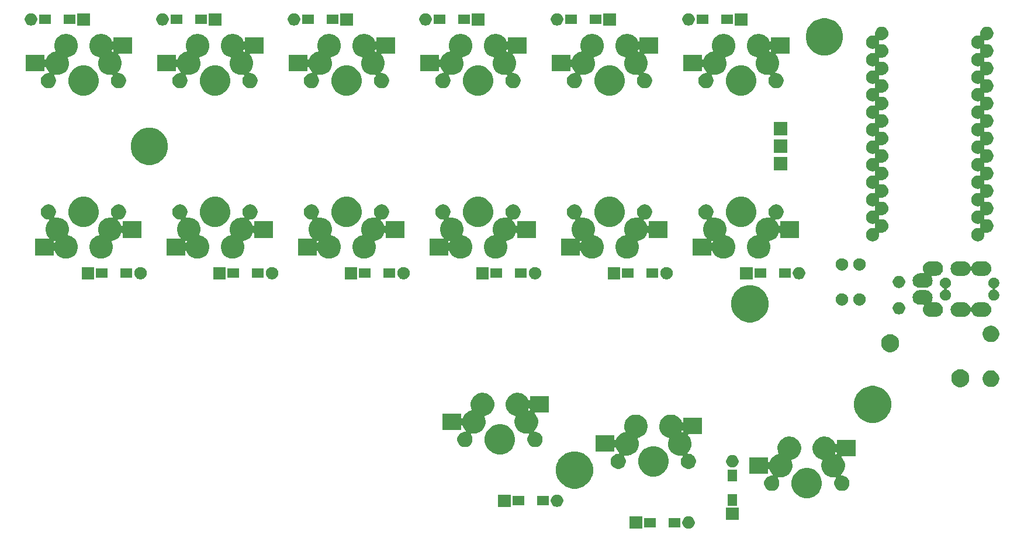
<source format=gbs>
G04 #@! TF.GenerationSoftware,KiCad,Pcbnew,5.0.2+dfsg1-1~bpo9+1*
G04 #@! TF.CreationDate,2019-02-28T23:48:51+09:00*
G04 #@! TF.ProjectId,iai,6961692e-6b69-4636-9164-5f7063625858,rev?*
G04 #@! TF.SameCoordinates,Original*
G04 #@! TF.FileFunction,Soldermask,Bot*
G04 #@! TF.FilePolarity,Negative*
%FSLAX46Y46*%
G04 Gerber Fmt 4.6, Leading zero omitted, Abs format (unit mm)*
G04 Created by KiCad (PCBNEW 5.0.2+dfsg1-1~bpo9+1) date 2019年02月28日 23時48分51秒*
%MOMM*%
%LPD*%
G01*
G04 APERTURE LIST*
%ADD10C,0.100000*%
G04 APERTURE END LIST*
D10*
G36*
X175522083Y-133756029D02*
X175685596Y-133823758D01*
X175832764Y-133922093D01*
X175957907Y-134047236D01*
X176056242Y-134194404D01*
X176123971Y-134357917D01*
X176158500Y-134531505D01*
X176158500Y-134708495D01*
X176123971Y-134882083D01*
X176056242Y-135045596D01*
X175957907Y-135192764D01*
X175832764Y-135317907D01*
X175685596Y-135416242D01*
X175522083Y-135483971D01*
X175348495Y-135518500D01*
X175171505Y-135518500D01*
X174997917Y-135483971D01*
X174834404Y-135416242D01*
X174687236Y-135317907D01*
X174562093Y-135192764D01*
X174463758Y-135045596D01*
X174396029Y-134882083D01*
X174361500Y-134708495D01*
X174361500Y-134531505D01*
X174396029Y-134357917D01*
X174463758Y-134194404D01*
X174562093Y-134047236D01*
X174687236Y-133922093D01*
X174834404Y-133823758D01*
X174997917Y-133756029D01*
X175171505Y-133721500D01*
X175348495Y-133721500D01*
X175522083Y-133756029D01*
X175522083Y-133756029D01*
G37*
G36*
X168538500Y-135518500D02*
X166741500Y-135518500D01*
X166741500Y-133721500D01*
X168538500Y-133721500D01*
X168538500Y-135518500D01*
X168538500Y-135518500D01*
G37*
G36*
X170525000Y-135295000D02*
X168825000Y-135295000D01*
X168825000Y-133945000D01*
X170525000Y-133945000D01*
X170525000Y-135295000D01*
X170525000Y-135295000D01*
G37*
G36*
X174075000Y-135295000D02*
X172375000Y-135295000D01*
X172375000Y-133945000D01*
X174075000Y-133945000D01*
X174075000Y-135295000D01*
X174075000Y-135295000D01*
G37*
G36*
X182508500Y-134248500D02*
X180711500Y-134248500D01*
X180711500Y-132451500D01*
X182508500Y-132451500D01*
X182508500Y-134248500D01*
X182508500Y-134248500D01*
G37*
G36*
X156472083Y-130581029D02*
X156635596Y-130648758D01*
X156782764Y-130747093D01*
X156907907Y-130872236D01*
X157006242Y-131019404D01*
X157073971Y-131182917D01*
X157108500Y-131356505D01*
X157108500Y-131533495D01*
X157073971Y-131707083D01*
X157006242Y-131870596D01*
X156907907Y-132017764D01*
X156782764Y-132142907D01*
X156635596Y-132241242D01*
X156472083Y-132308971D01*
X156298495Y-132343500D01*
X156121505Y-132343500D01*
X155947917Y-132308971D01*
X155784404Y-132241242D01*
X155637236Y-132142907D01*
X155512093Y-132017764D01*
X155413758Y-131870596D01*
X155346029Y-131707083D01*
X155311500Y-131533495D01*
X155311500Y-131356505D01*
X155346029Y-131182917D01*
X155413758Y-131019404D01*
X155512093Y-130872236D01*
X155637236Y-130747093D01*
X155784404Y-130648758D01*
X155947917Y-130581029D01*
X156121505Y-130546500D01*
X156298495Y-130546500D01*
X156472083Y-130581029D01*
X156472083Y-130581029D01*
G37*
G36*
X149488500Y-132343500D02*
X147691500Y-132343500D01*
X147691500Y-130546500D01*
X149488500Y-130546500D01*
X149488500Y-132343500D01*
X149488500Y-132343500D01*
G37*
G36*
X182285000Y-132165000D02*
X180935000Y-132165000D01*
X180935000Y-130465000D01*
X182285000Y-130465000D01*
X182285000Y-132165000D01*
X182285000Y-132165000D01*
G37*
G36*
X151475000Y-132120000D02*
X149775000Y-132120000D01*
X149775000Y-130770000D01*
X151475000Y-130770000D01*
X151475000Y-132120000D01*
X151475000Y-132120000D01*
G37*
G36*
X155025000Y-132120000D02*
X153325000Y-132120000D01*
X153325000Y-130770000D01*
X155025000Y-130770000D01*
X155025000Y-132120000D01*
X155025000Y-132120000D01*
G37*
G36*
X193046716Y-126789544D02*
X193447090Y-126955384D01*
X193807421Y-127196150D01*
X194113850Y-127502579D01*
X194354616Y-127862910D01*
X194520456Y-128263284D01*
X194605000Y-128688317D01*
X194605000Y-129121683D01*
X194520456Y-129546716D01*
X194354616Y-129947090D01*
X194113850Y-130307421D01*
X193807421Y-130613850D01*
X193447090Y-130854616D01*
X193046716Y-131020456D01*
X192621683Y-131105000D01*
X192188317Y-131105000D01*
X191763284Y-131020456D01*
X191362910Y-130854616D01*
X191002579Y-130613850D01*
X190696150Y-130307421D01*
X190455384Y-129947090D01*
X190289544Y-129546716D01*
X190205000Y-129121683D01*
X190205000Y-128688317D01*
X190289544Y-128263284D01*
X190455384Y-127862910D01*
X190696150Y-127502579D01*
X191002579Y-127196150D01*
X191362910Y-126955384D01*
X191763284Y-126789544D01*
X192188317Y-126705000D01*
X192621683Y-126705000D01*
X193046716Y-126789544D01*
X193046716Y-126789544D01*
G37*
G36*
X195331393Y-122168553D02*
X195440872Y-122190330D01*
X195750252Y-122318479D01*
X196028687Y-122504523D01*
X196265477Y-122741313D01*
X196451521Y-123019748D01*
X196514518Y-123171836D01*
X196526066Y-123193442D01*
X196541612Y-123212384D01*
X196560554Y-123227930D01*
X196582165Y-123239481D01*
X196605614Y-123246594D01*
X196630000Y-123248996D01*
X196654386Y-123246594D01*
X196677835Y-123239481D01*
X196699446Y-123227930D01*
X196718388Y-123212384D01*
X196733934Y-123193442D01*
X196745485Y-123171831D01*
X196752598Y-123148382D01*
X196755000Y-123123996D01*
X196755000Y-122585000D01*
X199455000Y-122585000D01*
X199455000Y-124985000D01*
X197540940Y-124985000D01*
X197516554Y-124987402D01*
X197493105Y-124994515D01*
X197471494Y-125006066D01*
X197452552Y-125021612D01*
X197437006Y-125040554D01*
X197425455Y-125062165D01*
X197418342Y-125085614D01*
X197415940Y-125110000D01*
X197418342Y-125134386D01*
X197425455Y-125157835D01*
X197437006Y-125179446D01*
X197452547Y-125198382D01*
X197535477Y-125281312D01*
X197721521Y-125559747D01*
X197846478Y-125861422D01*
X197849670Y-125869128D01*
X197915000Y-126197562D01*
X197915000Y-126532436D01*
X197880713Y-126704807D01*
X197849670Y-126860871D01*
X197721521Y-127170251D01*
X197535477Y-127448686D01*
X197392545Y-127591618D01*
X197377004Y-127610554D01*
X197365453Y-127632165D01*
X197358340Y-127655614D01*
X197355938Y-127680000D01*
X197358340Y-127704386D01*
X197365453Y-127727835D01*
X197377004Y-127749446D01*
X197392550Y-127768388D01*
X197411492Y-127783934D01*
X197433103Y-127795485D01*
X197456552Y-127802598D01*
X197480938Y-127805000D01*
X197593342Y-127805000D01*
X197805857Y-127847272D01*
X198006042Y-127930191D01*
X198006045Y-127930193D01*
X198178876Y-128045675D01*
X198186213Y-128050578D01*
X198339422Y-128203787D01*
X198339424Y-128203790D01*
X198339425Y-128203791D01*
X198379177Y-128263284D01*
X198459809Y-128383958D01*
X198542728Y-128584143D01*
X198585000Y-128796658D01*
X198585000Y-129013342D01*
X198542728Y-129225857D01*
X198459809Y-129426042D01*
X198339422Y-129606213D01*
X198186213Y-129759422D01*
X198006042Y-129879809D01*
X197805857Y-129962728D01*
X197593342Y-130005000D01*
X197376658Y-130005000D01*
X197164143Y-129962728D01*
X196963958Y-129879809D01*
X196783787Y-129759422D01*
X196630578Y-129606213D01*
X196510191Y-129426042D01*
X196427272Y-129225857D01*
X196385000Y-129013342D01*
X196385000Y-128796658D01*
X196427272Y-128584143D01*
X196510193Y-128383954D01*
X196607904Y-128237720D01*
X196619456Y-128216109D01*
X196626569Y-128192660D01*
X196628971Y-128168273D01*
X196626569Y-128143887D01*
X196619456Y-128120438D01*
X196607905Y-128098827D01*
X196592360Y-128079885D01*
X196573418Y-128064340D01*
X196551807Y-128052788D01*
X196528358Y-128045675D01*
X196503971Y-128043273D01*
X196479585Y-128045675D01*
X196382437Y-128064999D01*
X196047563Y-128064999D01*
X195828607Y-128021446D01*
X195719128Y-127999669D01*
X195409748Y-127871520D01*
X195131313Y-127685476D01*
X194894523Y-127448686D01*
X194708479Y-127170251D01*
X194580330Y-126860871D01*
X194549287Y-126704807D01*
X194515000Y-126532436D01*
X194515000Y-126197562D01*
X194580330Y-125869128D01*
X194584517Y-125859020D01*
X194668749Y-125655665D01*
X194675861Y-125632218D01*
X194678263Y-125607832D01*
X194675861Y-125583446D01*
X194668748Y-125559996D01*
X194657197Y-125538386D01*
X194641651Y-125519444D01*
X194622709Y-125503898D01*
X194601098Y-125492347D01*
X194577652Y-125485235D01*
X194449128Y-125459670D01*
X194139748Y-125331521D01*
X193861313Y-125145477D01*
X193624523Y-124908687D01*
X193438479Y-124630252D01*
X193418563Y-124582168D01*
X196481737Y-124582168D01*
X196484139Y-124606554D01*
X196491252Y-124630003D01*
X196502804Y-124651614D01*
X196518349Y-124670556D01*
X196537291Y-124686101D01*
X196558902Y-124697652D01*
X196582351Y-124704765D01*
X196594290Y-124707140D01*
X196605615Y-124709392D01*
X196630002Y-124711794D01*
X196654388Y-124709392D01*
X196677837Y-124702278D01*
X196699448Y-124690727D01*
X196718389Y-124675181D01*
X196733935Y-124656239D01*
X196745486Y-124634628D01*
X196752598Y-124611179D01*
X196755000Y-124586794D01*
X196755000Y-124526004D01*
X196752598Y-124501618D01*
X196745485Y-124478169D01*
X196733934Y-124456558D01*
X196718388Y-124437616D01*
X196699446Y-124422070D01*
X196677835Y-124410519D01*
X196654386Y-124403406D01*
X196630000Y-124401004D01*
X196605614Y-124403406D01*
X196582165Y-124410519D01*
X196560554Y-124422070D01*
X196541612Y-124437616D01*
X196526066Y-124456558D01*
X196514518Y-124478164D01*
X196491252Y-124534332D01*
X196484139Y-124557782D01*
X196481737Y-124582168D01*
X193418563Y-124582168D01*
X193310330Y-124320872D01*
X193288553Y-124211393D01*
X193245000Y-123992437D01*
X193245000Y-123657563D01*
X193304699Y-123357436D01*
X193310330Y-123329128D01*
X193438479Y-123019748D01*
X193624523Y-122741313D01*
X193861313Y-122504523D01*
X194139748Y-122318479D01*
X194449128Y-122190330D01*
X194558607Y-122168553D01*
X194777563Y-122125000D01*
X195112437Y-122125000D01*
X195331393Y-122168553D01*
X195331393Y-122168553D01*
G37*
G36*
X190251393Y-122168553D02*
X190360872Y-122190330D01*
X190670252Y-122318479D01*
X190948687Y-122504523D01*
X191185477Y-122741313D01*
X191371521Y-123019748D01*
X191499670Y-123329128D01*
X191505301Y-123357436D01*
X191565000Y-123657563D01*
X191565000Y-123992437D01*
X191521447Y-124211393D01*
X191499670Y-124320872D01*
X191371521Y-124630252D01*
X191185477Y-124908687D01*
X190948687Y-125145477D01*
X190670252Y-125331521D01*
X190482855Y-125409143D01*
X190360872Y-125459670D01*
X190232349Y-125485235D01*
X190208900Y-125492348D01*
X190187289Y-125503900D01*
X190168347Y-125519445D01*
X190152802Y-125538387D01*
X190141251Y-125559998D01*
X190134138Y-125583447D01*
X190131736Y-125607833D01*
X190134138Y-125632220D01*
X190141246Y-125655654D01*
X190229670Y-125869128D01*
X190254127Y-125992083D01*
X190295000Y-126197562D01*
X190295000Y-126532435D01*
X190229670Y-126860872D01*
X190101521Y-127170252D01*
X189915477Y-127448687D01*
X189678687Y-127685477D01*
X189400252Y-127871521D01*
X189090872Y-127999670D01*
X188981393Y-128021447D01*
X188762437Y-128065000D01*
X188427564Y-128065000D01*
X188355061Y-128050578D01*
X188330416Y-128045676D01*
X188306030Y-128043274D01*
X188281644Y-128045676D01*
X188258195Y-128052789D01*
X188236584Y-128064340D01*
X188217642Y-128079886D01*
X188202096Y-128098828D01*
X188190545Y-128120438D01*
X188183432Y-128143887D01*
X188181030Y-128168274D01*
X188183432Y-128192660D01*
X188190545Y-128216109D01*
X188202096Y-128237720D01*
X188299808Y-128383956D01*
X188382728Y-128584143D01*
X188425000Y-128796658D01*
X188425000Y-129013342D01*
X188382728Y-129225857D01*
X188299809Y-129426042D01*
X188179422Y-129606213D01*
X188026213Y-129759422D01*
X187846042Y-129879809D01*
X187645857Y-129962728D01*
X187433342Y-130005000D01*
X187216658Y-130005000D01*
X187004143Y-129962728D01*
X186803958Y-129879809D01*
X186623787Y-129759422D01*
X186470578Y-129606213D01*
X186350191Y-129426042D01*
X186267272Y-129225857D01*
X186225000Y-129013342D01*
X186225000Y-128796658D01*
X186267272Y-128584143D01*
X186350191Y-128383958D01*
X186430823Y-128263284D01*
X186470575Y-128203791D01*
X186470576Y-128203790D01*
X186470578Y-128203787D01*
X186623787Y-128050578D01*
X186631125Y-128045675D01*
X186803955Y-127930193D01*
X186803958Y-127930191D01*
X187004143Y-127847272D01*
X187216658Y-127805000D01*
X187329061Y-127805000D01*
X187353447Y-127802598D01*
X187376896Y-127795485D01*
X187398507Y-127783934D01*
X187417449Y-127768388D01*
X187432995Y-127749446D01*
X187444546Y-127727835D01*
X187451659Y-127704386D01*
X187454061Y-127680000D01*
X187451659Y-127655614D01*
X187444546Y-127632165D01*
X187432995Y-127610554D01*
X187417454Y-127591618D01*
X187274523Y-127448687D01*
X187088479Y-127170252D01*
X186995483Y-126945740D01*
X186983934Y-126924132D01*
X186968388Y-126905190D01*
X186949446Y-126889644D01*
X186927835Y-126878093D01*
X186904386Y-126870980D01*
X186880000Y-126868578D01*
X186855614Y-126870980D01*
X186832165Y-126878093D01*
X186810554Y-126889644D01*
X186791612Y-126905190D01*
X186776066Y-126924132D01*
X186764515Y-126945743D01*
X186757402Y-126969192D01*
X186755000Y-126993578D01*
X186755000Y-127525000D01*
X184055000Y-127525000D01*
X184055000Y-125125000D01*
X186755000Y-125125000D01*
X186755000Y-125736422D01*
X186757402Y-125760808D01*
X186764515Y-125784257D01*
X186776066Y-125805868D01*
X186791612Y-125824810D01*
X186810554Y-125840356D01*
X186832165Y-125851907D01*
X186855614Y-125859020D01*
X186880000Y-125861422D01*
X186904386Y-125859020D01*
X186927835Y-125851907D01*
X186949446Y-125840356D01*
X186968388Y-125824810D01*
X186983934Y-125805868D01*
X186995485Y-125784257D01*
X187088479Y-125559748D01*
X187274523Y-125281313D01*
X187511313Y-125044523D01*
X187789748Y-124858479D01*
X188099128Y-124730330D01*
X188099133Y-124730329D01*
X188227651Y-124704765D01*
X188251100Y-124697652D01*
X188272711Y-124686100D01*
X188291653Y-124670555D01*
X188307198Y-124651613D01*
X188318749Y-124630002D01*
X188325862Y-124606553D01*
X188328264Y-124582167D01*
X188325862Y-124557780D01*
X188318754Y-124534346D01*
X188230330Y-124320872D01*
X188191132Y-124123810D01*
X188165000Y-123992437D01*
X188165000Y-123657563D01*
X188224699Y-123357436D01*
X188230330Y-123329128D01*
X188358479Y-123019748D01*
X188544523Y-122741313D01*
X188781313Y-122504523D01*
X189059748Y-122318479D01*
X189369128Y-122190330D01*
X189478607Y-122168553D01*
X189697563Y-122125000D01*
X190032437Y-122125000D01*
X190251393Y-122168553D01*
X190251393Y-122168553D01*
G37*
G36*
X159537560Y-124403759D02*
X160027151Y-124606554D01*
X160028930Y-124607291D01*
X160364482Y-124831500D01*
X160471153Y-124902775D01*
X160847225Y-125278847D01*
X160847227Y-125278850D01*
X161076285Y-125621659D01*
X161142710Y-125721072D01*
X161346241Y-126212440D01*
X161450000Y-126734072D01*
X161450000Y-127265928D01*
X161346241Y-127787560D01*
X161168730Y-128216109D01*
X161142709Y-128278930D01*
X160938773Y-128584142D01*
X160847225Y-128721153D01*
X160471153Y-129097225D01*
X160471150Y-129097227D01*
X160028930Y-129392709D01*
X160028929Y-129392710D01*
X160028928Y-129392710D01*
X159537560Y-129596241D01*
X159015928Y-129700000D01*
X158484072Y-129700000D01*
X157962440Y-129596241D01*
X157471072Y-129392710D01*
X157471071Y-129392710D01*
X157471070Y-129392709D01*
X157028850Y-129097227D01*
X157028847Y-129097225D01*
X156652775Y-128721153D01*
X156561227Y-128584142D01*
X156357291Y-128278930D01*
X156331270Y-128216109D01*
X156153759Y-127787560D01*
X156050000Y-127265928D01*
X156050000Y-126734072D01*
X156153759Y-126212440D01*
X156357290Y-125721072D01*
X156423716Y-125621659D01*
X156652773Y-125278850D01*
X156652775Y-125278847D01*
X157028847Y-124902775D01*
X157135518Y-124831500D01*
X157471070Y-124607291D01*
X157472849Y-124606554D01*
X157962440Y-124403759D01*
X158484072Y-124300000D01*
X159015928Y-124300000D01*
X159537560Y-124403759D01*
X159537560Y-124403759D01*
G37*
G36*
X182285000Y-128615000D02*
X180935000Y-128615000D01*
X180935000Y-126915000D01*
X182285000Y-126915000D01*
X182285000Y-128615000D01*
X182285000Y-128615000D01*
G37*
G36*
X170821716Y-123614544D02*
X171222090Y-123780384D01*
X171582421Y-124021150D01*
X171888850Y-124327579D01*
X172129616Y-124687910D01*
X172295456Y-125088284D01*
X172380000Y-125513317D01*
X172380000Y-125946683D01*
X172295456Y-126371716D01*
X172129616Y-126772090D01*
X171888850Y-127132421D01*
X171582421Y-127438850D01*
X171222090Y-127679616D01*
X170821716Y-127845456D01*
X170396683Y-127930000D01*
X169963317Y-127930000D01*
X169538284Y-127845456D01*
X169137910Y-127679616D01*
X168777579Y-127438850D01*
X168471150Y-127132421D01*
X168230384Y-126772090D01*
X168064544Y-126371716D01*
X167980000Y-125946683D01*
X167980000Y-125513317D01*
X168064544Y-125088284D01*
X168230384Y-124687910D01*
X168471150Y-124327579D01*
X168777579Y-124021150D01*
X169137910Y-123780384D01*
X169538284Y-123614544D01*
X169963317Y-123530000D01*
X170396683Y-123530000D01*
X170821716Y-123614544D01*
X170821716Y-123614544D01*
G37*
G36*
X173106393Y-118993553D02*
X173215872Y-119015330D01*
X173525252Y-119143479D01*
X173803687Y-119329523D01*
X174040477Y-119566313D01*
X174226521Y-119844748D01*
X174289518Y-119996836D01*
X174301066Y-120018442D01*
X174316612Y-120037384D01*
X174335554Y-120052930D01*
X174357165Y-120064481D01*
X174380614Y-120071594D01*
X174405000Y-120073996D01*
X174429386Y-120071594D01*
X174452835Y-120064481D01*
X174474446Y-120052930D01*
X174493388Y-120037384D01*
X174508934Y-120018442D01*
X174520485Y-119996831D01*
X174527598Y-119973382D01*
X174530000Y-119948996D01*
X174530000Y-119410000D01*
X177230000Y-119410000D01*
X177230000Y-121810000D01*
X175315940Y-121810000D01*
X175291554Y-121812402D01*
X175268105Y-121819515D01*
X175246494Y-121831066D01*
X175227552Y-121846612D01*
X175212006Y-121865554D01*
X175200455Y-121887165D01*
X175193342Y-121910614D01*
X175190940Y-121935000D01*
X175193342Y-121959386D01*
X175200455Y-121982835D01*
X175212006Y-122004446D01*
X175227547Y-122023382D01*
X175310477Y-122106312D01*
X175496521Y-122384747D01*
X175621478Y-122686422D01*
X175624670Y-122694128D01*
X175690000Y-123022562D01*
X175690000Y-123357436D01*
X175655713Y-123529807D01*
X175624670Y-123685871D01*
X175496521Y-123995251D01*
X175310477Y-124273686D01*
X175167545Y-124416618D01*
X175152004Y-124435554D01*
X175140453Y-124457165D01*
X175133340Y-124480614D01*
X175130938Y-124505000D01*
X175133340Y-124529386D01*
X175140453Y-124552835D01*
X175152004Y-124574446D01*
X175167550Y-124593388D01*
X175186492Y-124608934D01*
X175208103Y-124620485D01*
X175231552Y-124627598D01*
X175255938Y-124630000D01*
X175368342Y-124630000D01*
X175580857Y-124672272D01*
X175781042Y-124755191D01*
X175781045Y-124755193D01*
X175953876Y-124870675D01*
X175961213Y-124875578D01*
X176114422Y-125028787D01*
X176114424Y-125028790D01*
X176114425Y-125028791D01*
X176152393Y-125085614D01*
X176234809Y-125208958D01*
X176317728Y-125409143D01*
X176360000Y-125621658D01*
X176360000Y-125838342D01*
X176317728Y-126050857D01*
X176234809Y-126251042D01*
X176114422Y-126431213D01*
X175961213Y-126584422D01*
X175781042Y-126704809D01*
X175580857Y-126787728D01*
X175368342Y-126830000D01*
X175151658Y-126830000D01*
X174939143Y-126787728D01*
X174738958Y-126704809D01*
X174558787Y-126584422D01*
X174405578Y-126431213D01*
X174285191Y-126251042D01*
X174202272Y-126050857D01*
X174160000Y-125838342D01*
X174160000Y-125621658D01*
X174202272Y-125409143D01*
X174285193Y-125208954D01*
X174382904Y-125062720D01*
X174394456Y-125041109D01*
X174401569Y-125017660D01*
X174403971Y-124993273D01*
X174401569Y-124968887D01*
X174394456Y-124945438D01*
X174382905Y-124923827D01*
X174367360Y-124904885D01*
X174348418Y-124889340D01*
X174326807Y-124877788D01*
X174303358Y-124870675D01*
X174278971Y-124868273D01*
X174254585Y-124870675D01*
X174157437Y-124889999D01*
X173822563Y-124889999D01*
X173603607Y-124846446D01*
X173494128Y-124824669D01*
X173184748Y-124696520D01*
X172906313Y-124510476D01*
X172669523Y-124273686D01*
X172483479Y-123995251D01*
X172355330Y-123685871D01*
X172324287Y-123529807D01*
X172290000Y-123357436D01*
X172290000Y-123022562D01*
X172355330Y-122694128D01*
X172359517Y-122684020D01*
X172443749Y-122480665D01*
X172450861Y-122457218D01*
X172453263Y-122432832D01*
X172450861Y-122408446D01*
X172443748Y-122384996D01*
X172432197Y-122363386D01*
X172416651Y-122344444D01*
X172397709Y-122328898D01*
X172376098Y-122317347D01*
X172352652Y-122310235D01*
X172224128Y-122284670D01*
X171914748Y-122156521D01*
X171636313Y-121970477D01*
X171399523Y-121733687D01*
X171213479Y-121455252D01*
X171193563Y-121407168D01*
X174256737Y-121407168D01*
X174259139Y-121431554D01*
X174266252Y-121455003D01*
X174277804Y-121476614D01*
X174293349Y-121495556D01*
X174312291Y-121511101D01*
X174333902Y-121522652D01*
X174357351Y-121529765D01*
X174369290Y-121532140D01*
X174380615Y-121534392D01*
X174405002Y-121536794D01*
X174429388Y-121534392D01*
X174452837Y-121527278D01*
X174474448Y-121515727D01*
X174493389Y-121500181D01*
X174508935Y-121481239D01*
X174520486Y-121459628D01*
X174527598Y-121436179D01*
X174530000Y-121411794D01*
X174530000Y-121351004D01*
X174527598Y-121326618D01*
X174520485Y-121303169D01*
X174508934Y-121281558D01*
X174493388Y-121262616D01*
X174474446Y-121247070D01*
X174452835Y-121235519D01*
X174429386Y-121228406D01*
X174405000Y-121226004D01*
X174380614Y-121228406D01*
X174357165Y-121235519D01*
X174335554Y-121247070D01*
X174316612Y-121262616D01*
X174301066Y-121281558D01*
X174289518Y-121303164D01*
X174266252Y-121359332D01*
X174259139Y-121382782D01*
X174256737Y-121407168D01*
X171193563Y-121407168D01*
X171085330Y-121145872D01*
X171063553Y-121036393D01*
X171020000Y-120817437D01*
X171020000Y-120482563D01*
X171079699Y-120182436D01*
X171085330Y-120154128D01*
X171213479Y-119844748D01*
X171399523Y-119566313D01*
X171636313Y-119329523D01*
X171914748Y-119143479D01*
X172224128Y-119015330D01*
X172333607Y-118993553D01*
X172552563Y-118950000D01*
X172887437Y-118950000D01*
X173106393Y-118993553D01*
X173106393Y-118993553D01*
G37*
G36*
X168026393Y-118993553D02*
X168135872Y-119015330D01*
X168445252Y-119143479D01*
X168723687Y-119329523D01*
X168960477Y-119566313D01*
X169146521Y-119844748D01*
X169274670Y-120154128D01*
X169280301Y-120182436D01*
X169340000Y-120482563D01*
X169340000Y-120817437D01*
X169296447Y-121036393D01*
X169274670Y-121145872D01*
X169146521Y-121455252D01*
X168960477Y-121733687D01*
X168723687Y-121970477D01*
X168445252Y-122156521D01*
X168257855Y-122234143D01*
X168135872Y-122284670D01*
X168007349Y-122310235D01*
X167983900Y-122317348D01*
X167962289Y-122328900D01*
X167943347Y-122344445D01*
X167927802Y-122363387D01*
X167916251Y-122384998D01*
X167909138Y-122408447D01*
X167906736Y-122432833D01*
X167909138Y-122457220D01*
X167916246Y-122480654D01*
X168004670Y-122694128D01*
X168040818Y-122875857D01*
X168070000Y-123022562D01*
X168070000Y-123357435D01*
X168004670Y-123685872D01*
X167876521Y-123995252D01*
X167690477Y-124273687D01*
X167453687Y-124510477D01*
X167175252Y-124696521D01*
X166865872Y-124824670D01*
X166756393Y-124846447D01*
X166537437Y-124890000D01*
X166202564Y-124890000D01*
X166130061Y-124875578D01*
X166105416Y-124870676D01*
X166081030Y-124868274D01*
X166056644Y-124870676D01*
X166033195Y-124877789D01*
X166011584Y-124889340D01*
X165992642Y-124904886D01*
X165977096Y-124923828D01*
X165965545Y-124945438D01*
X165958432Y-124968887D01*
X165956030Y-124993274D01*
X165958432Y-125017660D01*
X165965545Y-125041109D01*
X165977096Y-125062720D01*
X166074808Y-125208956D01*
X166157728Y-125409143D01*
X166200000Y-125621658D01*
X166200000Y-125838342D01*
X166157728Y-126050857D01*
X166074809Y-126251042D01*
X165954422Y-126431213D01*
X165801213Y-126584422D01*
X165621042Y-126704809D01*
X165420857Y-126787728D01*
X165208342Y-126830000D01*
X164991658Y-126830000D01*
X164779143Y-126787728D01*
X164578958Y-126704809D01*
X164398787Y-126584422D01*
X164245578Y-126431213D01*
X164125191Y-126251042D01*
X164042272Y-126050857D01*
X164000000Y-125838342D01*
X164000000Y-125621658D01*
X164042272Y-125409143D01*
X164125191Y-125208958D01*
X164207607Y-125085614D01*
X164245575Y-125028791D01*
X164245576Y-125028790D01*
X164245578Y-125028787D01*
X164398787Y-124875578D01*
X164406125Y-124870675D01*
X164578955Y-124755193D01*
X164578958Y-124755191D01*
X164779143Y-124672272D01*
X164991658Y-124630000D01*
X165104061Y-124630000D01*
X165128447Y-124627598D01*
X165151896Y-124620485D01*
X165173507Y-124608934D01*
X165192449Y-124593388D01*
X165207995Y-124574446D01*
X165219546Y-124552835D01*
X165226659Y-124529386D01*
X165229061Y-124505000D01*
X165226659Y-124480614D01*
X165219546Y-124457165D01*
X165207995Y-124435554D01*
X165192454Y-124416618D01*
X165049523Y-124273687D01*
X164863479Y-123995252D01*
X164770483Y-123770740D01*
X164758934Y-123749132D01*
X164743388Y-123730190D01*
X164724446Y-123714644D01*
X164702835Y-123703093D01*
X164679386Y-123695980D01*
X164655000Y-123693578D01*
X164630614Y-123695980D01*
X164607165Y-123703093D01*
X164585554Y-123714644D01*
X164566612Y-123730190D01*
X164551066Y-123749132D01*
X164539515Y-123770743D01*
X164532402Y-123794192D01*
X164530000Y-123818578D01*
X164530000Y-124350000D01*
X161830000Y-124350000D01*
X161830000Y-121950000D01*
X164530000Y-121950000D01*
X164530000Y-122561422D01*
X164532402Y-122585808D01*
X164539515Y-122609257D01*
X164551066Y-122630868D01*
X164566612Y-122649810D01*
X164585554Y-122665356D01*
X164607165Y-122676907D01*
X164630614Y-122684020D01*
X164655000Y-122686422D01*
X164679386Y-122684020D01*
X164702835Y-122676907D01*
X164724446Y-122665356D01*
X164743388Y-122649810D01*
X164758934Y-122630868D01*
X164770485Y-122609257D01*
X164863479Y-122384748D01*
X165049523Y-122106313D01*
X165286313Y-121869523D01*
X165564748Y-121683479D01*
X165874128Y-121555330D01*
X165874133Y-121555329D01*
X166002651Y-121529765D01*
X166026100Y-121522652D01*
X166047711Y-121511100D01*
X166066653Y-121495555D01*
X166082198Y-121476613D01*
X166093749Y-121455002D01*
X166100862Y-121431553D01*
X166103264Y-121407167D01*
X166100862Y-121382780D01*
X166093754Y-121359346D01*
X166005330Y-121145872D01*
X165966132Y-120948810D01*
X165940000Y-120817437D01*
X165940000Y-120482563D01*
X165999699Y-120182436D01*
X166005330Y-120154128D01*
X166133479Y-119844748D01*
X166319523Y-119566313D01*
X166556313Y-119329523D01*
X166834748Y-119143479D01*
X167144128Y-119015330D01*
X167253607Y-118993553D01*
X167472563Y-118950000D01*
X167807437Y-118950000D01*
X168026393Y-118993553D01*
X168026393Y-118993553D01*
G37*
G36*
X181872083Y-124866029D02*
X182035596Y-124933758D01*
X182035599Y-124933760D01*
X182177823Y-125028791D01*
X182182764Y-125032093D01*
X182307907Y-125157236D01*
X182307909Y-125157239D01*
X182307910Y-125157240D01*
X182342467Y-125208958D01*
X182406242Y-125304404D01*
X182473971Y-125467917D01*
X182508500Y-125641505D01*
X182508500Y-125818495D01*
X182473971Y-125992083D01*
X182406242Y-126155596D01*
X182406240Y-126155599D01*
X182378201Y-126197563D01*
X182307907Y-126302764D01*
X182182764Y-126427907D01*
X182182761Y-126427909D01*
X182182760Y-126427910D01*
X182035599Y-126526240D01*
X182035596Y-126526242D01*
X181872083Y-126593971D01*
X181698495Y-126628500D01*
X181521505Y-126628500D01*
X181347917Y-126593971D01*
X181184404Y-126526242D01*
X181184401Y-126526240D01*
X181037240Y-126427910D01*
X181037239Y-126427909D01*
X181037236Y-126427907D01*
X180912093Y-126302764D01*
X180841800Y-126197563D01*
X180813760Y-126155599D01*
X180813758Y-126155596D01*
X180746029Y-125992083D01*
X180711500Y-125818495D01*
X180711500Y-125641505D01*
X180746029Y-125467917D01*
X180813758Y-125304404D01*
X180877533Y-125208958D01*
X180912090Y-125157240D01*
X180912091Y-125157239D01*
X180912093Y-125157236D01*
X181037236Y-125032093D01*
X181042178Y-125028791D01*
X181184401Y-124933760D01*
X181184404Y-124933758D01*
X181347917Y-124866029D01*
X181521505Y-124831500D01*
X181698495Y-124831500D01*
X181872083Y-124866029D01*
X181872083Y-124866029D01*
G37*
G36*
X148596716Y-120439544D02*
X148997090Y-120605384D01*
X149357421Y-120846150D01*
X149663850Y-121152579D01*
X149904616Y-121512910D01*
X150070456Y-121913284D01*
X150155000Y-122338317D01*
X150155000Y-122771683D01*
X150070456Y-123196716D01*
X149904616Y-123597090D01*
X149663850Y-123957421D01*
X149357421Y-124263850D01*
X148997090Y-124504616D01*
X148596716Y-124670456D01*
X148171683Y-124755000D01*
X147738317Y-124755000D01*
X147313284Y-124670456D01*
X146912910Y-124504616D01*
X146552579Y-124263850D01*
X146246150Y-123957421D01*
X146005384Y-123597090D01*
X145839544Y-123196716D01*
X145755000Y-122771683D01*
X145755000Y-122338317D01*
X145839544Y-121913284D01*
X146005384Y-121512910D01*
X146246150Y-121152579D01*
X146552579Y-120846150D01*
X146912910Y-120605384D01*
X147313284Y-120439544D01*
X147738317Y-120355000D01*
X148171683Y-120355000D01*
X148596716Y-120439544D01*
X148596716Y-120439544D01*
G37*
G36*
X150881393Y-115818553D02*
X150990872Y-115840330D01*
X151300252Y-115968479D01*
X151578687Y-116154523D01*
X151815477Y-116391313D01*
X152001521Y-116669748D01*
X152064518Y-116821836D01*
X152076066Y-116843442D01*
X152091612Y-116862384D01*
X152110554Y-116877930D01*
X152132165Y-116889481D01*
X152155614Y-116896594D01*
X152180000Y-116898996D01*
X152204386Y-116896594D01*
X152227835Y-116889481D01*
X152249446Y-116877930D01*
X152268388Y-116862384D01*
X152283934Y-116843442D01*
X152295485Y-116821831D01*
X152302598Y-116798382D01*
X152305000Y-116773996D01*
X152305000Y-116235000D01*
X155005000Y-116235000D01*
X155005000Y-118635000D01*
X153090940Y-118635000D01*
X153066554Y-118637402D01*
X153043105Y-118644515D01*
X153021494Y-118656066D01*
X153002552Y-118671612D01*
X152987006Y-118690554D01*
X152975455Y-118712165D01*
X152968342Y-118735614D01*
X152965940Y-118760000D01*
X152968342Y-118784386D01*
X152975455Y-118807835D01*
X152987006Y-118829446D01*
X153002547Y-118848382D01*
X153085477Y-118931312D01*
X153271521Y-119209747D01*
X153396478Y-119511422D01*
X153399670Y-119519128D01*
X153465000Y-119847562D01*
X153465000Y-120182436D01*
X153430675Y-120355000D01*
X153399670Y-120510871D01*
X153271521Y-120820251D01*
X153085477Y-121098686D01*
X152942545Y-121241618D01*
X152927004Y-121260554D01*
X152915453Y-121282165D01*
X152908340Y-121305614D01*
X152905938Y-121330000D01*
X152908340Y-121354386D01*
X152915453Y-121377835D01*
X152927004Y-121399446D01*
X152942550Y-121418388D01*
X152961492Y-121433934D01*
X152983103Y-121445485D01*
X153006552Y-121452598D01*
X153030938Y-121455000D01*
X153143342Y-121455000D01*
X153355857Y-121497272D01*
X153556042Y-121580191D01*
X153556045Y-121580193D01*
X153728876Y-121695675D01*
X153736213Y-121700578D01*
X153889422Y-121853787D01*
X153889424Y-121853790D01*
X153889425Y-121853791D01*
X153927393Y-121910614D01*
X154009809Y-122033958D01*
X154092728Y-122234143D01*
X154135000Y-122446658D01*
X154135000Y-122663342D01*
X154092728Y-122875857D01*
X154009809Y-123076042D01*
X154009807Y-123076045D01*
X153894245Y-123248996D01*
X153889422Y-123256213D01*
X153736213Y-123409422D01*
X153556042Y-123529809D01*
X153355857Y-123612728D01*
X153143342Y-123655000D01*
X152926658Y-123655000D01*
X152714143Y-123612728D01*
X152513958Y-123529809D01*
X152333787Y-123409422D01*
X152180578Y-123256213D01*
X152175756Y-123248996D01*
X152060193Y-123076045D01*
X152060191Y-123076042D01*
X151977272Y-122875857D01*
X151935000Y-122663342D01*
X151935000Y-122446658D01*
X151977272Y-122234143D01*
X152060193Y-122033954D01*
X152157904Y-121887720D01*
X152169456Y-121866109D01*
X152176569Y-121842660D01*
X152178971Y-121818273D01*
X152176569Y-121793887D01*
X152169456Y-121770438D01*
X152157905Y-121748827D01*
X152142360Y-121729885D01*
X152123418Y-121714340D01*
X152101807Y-121702788D01*
X152078358Y-121695675D01*
X152053971Y-121693273D01*
X152029585Y-121695675D01*
X151932437Y-121714999D01*
X151597563Y-121714999D01*
X151378607Y-121671446D01*
X151269128Y-121649669D01*
X150959748Y-121521520D01*
X150681313Y-121335476D01*
X150444523Y-121098686D01*
X150258479Y-120820251D01*
X150130330Y-120510871D01*
X150099325Y-120355000D01*
X150065000Y-120182436D01*
X150065000Y-119847562D01*
X150130330Y-119519128D01*
X150134517Y-119509020D01*
X150218749Y-119305665D01*
X150225861Y-119282218D01*
X150228263Y-119257832D01*
X150225861Y-119233446D01*
X150218748Y-119209996D01*
X150207197Y-119188386D01*
X150191651Y-119169444D01*
X150172709Y-119153898D01*
X150151098Y-119142347D01*
X150127652Y-119135235D01*
X149999128Y-119109670D01*
X149689748Y-118981521D01*
X149411313Y-118795477D01*
X149174523Y-118558687D01*
X148988479Y-118280252D01*
X148968563Y-118232168D01*
X152031737Y-118232168D01*
X152034139Y-118256554D01*
X152041252Y-118280003D01*
X152052804Y-118301614D01*
X152068349Y-118320556D01*
X152087291Y-118336101D01*
X152108902Y-118347652D01*
X152132351Y-118354765D01*
X152144290Y-118357140D01*
X152155615Y-118359392D01*
X152180002Y-118361794D01*
X152204388Y-118359392D01*
X152227837Y-118352278D01*
X152249448Y-118340727D01*
X152268389Y-118325181D01*
X152283935Y-118306239D01*
X152295486Y-118284628D01*
X152302598Y-118261179D01*
X152305000Y-118236794D01*
X152305000Y-118176004D01*
X152302598Y-118151618D01*
X152295485Y-118128169D01*
X152283934Y-118106558D01*
X152268388Y-118087616D01*
X152249446Y-118072070D01*
X152227835Y-118060519D01*
X152204386Y-118053406D01*
X152180000Y-118051004D01*
X152155614Y-118053406D01*
X152132165Y-118060519D01*
X152110554Y-118072070D01*
X152091612Y-118087616D01*
X152076066Y-118106558D01*
X152064518Y-118128164D01*
X152041252Y-118184332D01*
X152034139Y-118207782D01*
X152031737Y-118232168D01*
X148968563Y-118232168D01*
X148860330Y-117970872D01*
X148795000Y-117642435D01*
X148795000Y-117307565D01*
X148860330Y-116979128D01*
X148988479Y-116669748D01*
X149174523Y-116391313D01*
X149411313Y-116154523D01*
X149689748Y-115968479D01*
X149999128Y-115840330D01*
X150108607Y-115818553D01*
X150327563Y-115775000D01*
X150662437Y-115775000D01*
X150881393Y-115818553D01*
X150881393Y-115818553D01*
G37*
G36*
X145801393Y-115818553D02*
X145910872Y-115840330D01*
X146220252Y-115968479D01*
X146498687Y-116154523D01*
X146735477Y-116391313D01*
X146921521Y-116669748D01*
X147049670Y-116979128D01*
X147115000Y-117307565D01*
X147115000Y-117642435D01*
X147049670Y-117970872D01*
X146921521Y-118280252D01*
X146735477Y-118558687D01*
X146498687Y-118795477D01*
X146220252Y-118981521D01*
X145910872Y-119109670D01*
X145782349Y-119135235D01*
X145758900Y-119142348D01*
X145737289Y-119153900D01*
X145718347Y-119169445D01*
X145702802Y-119188387D01*
X145691251Y-119209998D01*
X145684138Y-119233447D01*
X145681736Y-119257833D01*
X145684138Y-119282220D01*
X145691246Y-119305654D01*
X145779670Y-119519128D01*
X145790232Y-119572227D01*
X145845000Y-119847562D01*
X145845000Y-120182435D01*
X145779670Y-120510872D01*
X145651521Y-120820252D01*
X145465477Y-121098687D01*
X145228687Y-121335477D01*
X144950252Y-121521521D01*
X144640872Y-121649670D01*
X144531393Y-121671447D01*
X144312437Y-121715000D01*
X143977564Y-121715000D01*
X143905061Y-121700578D01*
X143880416Y-121695676D01*
X143856030Y-121693274D01*
X143831644Y-121695676D01*
X143808195Y-121702789D01*
X143786584Y-121714340D01*
X143767642Y-121729886D01*
X143752096Y-121748828D01*
X143740545Y-121770438D01*
X143733432Y-121793887D01*
X143731030Y-121818274D01*
X143733432Y-121842660D01*
X143740545Y-121866109D01*
X143752096Y-121887720D01*
X143849808Y-122033956D01*
X143932728Y-122234143D01*
X143975000Y-122446658D01*
X143975000Y-122663342D01*
X143932728Y-122875857D01*
X143849809Y-123076042D01*
X143849807Y-123076045D01*
X143734245Y-123248996D01*
X143729422Y-123256213D01*
X143576213Y-123409422D01*
X143396042Y-123529809D01*
X143195857Y-123612728D01*
X142983342Y-123655000D01*
X142766658Y-123655000D01*
X142554143Y-123612728D01*
X142353958Y-123529809D01*
X142173787Y-123409422D01*
X142020578Y-123256213D01*
X142015756Y-123248996D01*
X141900193Y-123076045D01*
X141900191Y-123076042D01*
X141817272Y-122875857D01*
X141775000Y-122663342D01*
X141775000Y-122446658D01*
X141817272Y-122234143D01*
X141900191Y-122033958D01*
X141982607Y-121910614D01*
X142020575Y-121853791D01*
X142020576Y-121853790D01*
X142020578Y-121853787D01*
X142173787Y-121700578D01*
X142181125Y-121695675D01*
X142353955Y-121580193D01*
X142353958Y-121580191D01*
X142554143Y-121497272D01*
X142766658Y-121455000D01*
X142879061Y-121455000D01*
X142903447Y-121452598D01*
X142926896Y-121445485D01*
X142948507Y-121433934D01*
X142967449Y-121418388D01*
X142982995Y-121399446D01*
X142994546Y-121377835D01*
X143001659Y-121354386D01*
X143004061Y-121330000D01*
X143001659Y-121305614D01*
X142994546Y-121282165D01*
X142982995Y-121260554D01*
X142967454Y-121241618D01*
X142824523Y-121098687D01*
X142638479Y-120820252D01*
X142545483Y-120595740D01*
X142533934Y-120574132D01*
X142518388Y-120555190D01*
X142499446Y-120539644D01*
X142477835Y-120528093D01*
X142454386Y-120520980D01*
X142430000Y-120518578D01*
X142405614Y-120520980D01*
X142382165Y-120528093D01*
X142360554Y-120539644D01*
X142341612Y-120555190D01*
X142326066Y-120574132D01*
X142314515Y-120595743D01*
X142307402Y-120619192D01*
X142305000Y-120643578D01*
X142305000Y-121175000D01*
X139605000Y-121175000D01*
X139605000Y-118775000D01*
X142305000Y-118775000D01*
X142305000Y-119386422D01*
X142307402Y-119410808D01*
X142314515Y-119434257D01*
X142326066Y-119455868D01*
X142341612Y-119474810D01*
X142360554Y-119490356D01*
X142382165Y-119501907D01*
X142405614Y-119509020D01*
X142430000Y-119511422D01*
X142454386Y-119509020D01*
X142477835Y-119501907D01*
X142499446Y-119490356D01*
X142518388Y-119474810D01*
X142533934Y-119455868D01*
X142545485Y-119434257D01*
X142638479Y-119209748D01*
X142824523Y-118931313D01*
X143061313Y-118694523D01*
X143339748Y-118508479D01*
X143649128Y-118380330D01*
X143649133Y-118380329D01*
X143777651Y-118354765D01*
X143801100Y-118347652D01*
X143822711Y-118336100D01*
X143841653Y-118320555D01*
X143857198Y-118301613D01*
X143868749Y-118280002D01*
X143875862Y-118256553D01*
X143878264Y-118232167D01*
X143875862Y-118207780D01*
X143868754Y-118184346D01*
X143780330Y-117970872D01*
X143715000Y-117642435D01*
X143715000Y-117307565D01*
X143780330Y-116979128D01*
X143908479Y-116669748D01*
X144094523Y-116391313D01*
X144331313Y-116154523D01*
X144609748Y-115968479D01*
X144919128Y-115840330D01*
X145028607Y-115818553D01*
X145247563Y-115775000D01*
X145582437Y-115775000D01*
X145801393Y-115818553D01*
X145801393Y-115818553D01*
G37*
G36*
X202717560Y-114878759D02*
X203208928Y-115082290D01*
X203208930Y-115082291D01*
X203645268Y-115373843D01*
X203651153Y-115377775D01*
X204027225Y-115753847D01*
X204027227Y-115753850D01*
X204170638Y-115968479D01*
X204322710Y-116196072D01*
X204526241Y-116687440D01*
X204630000Y-117209072D01*
X204630000Y-117740928D01*
X204526241Y-118262560D01*
X204356806Y-118671612D01*
X204322709Y-118753930D01*
X204148047Y-119015330D01*
X204027225Y-119196153D01*
X203651153Y-119572225D01*
X203651150Y-119572227D01*
X203208930Y-119867709D01*
X203208929Y-119867710D01*
X203208928Y-119867710D01*
X202717560Y-120071241D01*
X202195928Y-120175000D01*
X201664072Y-120175000D01*
X201142440Y-120071241D01*
X200651072Y-119867710D01*
X200651071Y-119867710D01*
X200651070Y-119867709D01*
X200208850Y-119572227D01*
X200208847Y-119572225D01*
X199832775Y-119196153D01*
X199711953Y-119015330D01*
X199537291Y-118753930D01*
X199503194Y-118671612D01*
X199333759Y-118262560D01*
X199230000Y-117740928D01*
X199230000Y-117209072D01*
X199333759Y-116687440D01*
X199537290Y-116196072D01*
X199689363Y-115968479D01*
X199832773Y-115753850D01*
X199832775Y-115753847D01*
X200208847Y-115377775D01*
X200214732Y-115373843D01*
X200651070Y-115082291D01*
X200651072Y-115082290D01*
X201142440Y-114878759D01*
X201664072Y-114775000D01*
X202195928Y-114775000D01*
X202717560Y-114878759D01*
X202717560Y-114878759D01*
G37*
G36*
X215009196Y-112414958D02*
X215245780Y-112512954D01*
X215458705Y-112655226D01*
X215639774Y-112836295D01*
X215782046Y-113049220D01*
X215880042Y-113285804D01*
X215930000Y-113536960D01*
X215930000Y-113793040D01*
X215880042Y-114044196D01*
X215782046Y-114280780D01*
X215639774Y-114493705D01*
X215458705Y-114674774D01*
X215245780Y-114817046D01*
X215009196Y-114915042D01*
X214758040Y-114965000D01*
X214501960Y-114965000D01*
X214250804Y-114915042D01*
X214014220Y-114817046D01*
X213801295Y-114674774D01*
X213620226Y-114493705D01*
X213477954Y-114280780D01*
X213379958Y-114044196D01*
X213330000Y-113793040D01*
X213330000Y-113536960D01*
X213379958Y-113285804D01*
X213477954Y-113049220D01*
X213620226Y-112836295D01*
X213801295Y-112655226D01*
X214014220Y-112512954D01*
X214250804Y-112414958D01*
X214501960Y-112365000D01*
X214758040Y-112365000D01*
X215009196Y-112414958D01*
X215009196Y-112414958D01*
G37*
G36*
X219425026Y-112586115D02*
X219643412Y-112676573D01*
X219839958Y-112807901D01*
X220007099Y-112975042D01*
X220138427Y-113171588D01*
X220228885Y-113389974D01*
X220275000Y-113621809D01*
X220275000Y-113858191D01*
X220228885Y-114090026D01*
X220138427Y-114308412D01*
X220007099Y-114504958D01*
X219839958Y-114672099D01*
X219643412Y-114803427D01*
X219425026Y-114893885D01*
X219193191Y-114940000D01*
X218956809Y-114940000D01*
X218724974Y-114893885D01*
X218506588Y-114803427D01*
X218310042Y-114672099D01*
X218142901Y-114504958D01*
X218011573Y-114308412D01*
X217921115Y-114090026D01*
X217875000Y-113858191D01*
X217875000Y-113621809D01*
X217921115Y-113389974D01*
X218011573Y-113171588D01*
X218142901Y-112975042D01*
X218310042Y-112807901D01*
X218506588Y-112676573D01*
X218724974Y-112586115D01*
X218956809Y-112540000D01*
X219193191Y-112540000D01*
X219425026Y-112586115D01*
X219425026Y-112586115D01*
G37*
G36*
X204849196Y-107334958D02*
X205085780Y-107432954D01*
X205298705Y-107575226D01*
X205479774Y-107756295D01*
X205622046Y-107969220D01*
X205720042Y-108205804D01*
X205770000Y-108456960D01*
X205770000Y-108713040D01*
X205720042Y-108964196D01*
X205622046Y-109200780D01*
X205479774Y-109413705D01*
X205298705Y-109594774D01*
X205085780Y-109737046D01*
X204849196Y-109835042D01*
X204598040Y-109885000D01*
X204341960Y-109885000D01*
X204090804Y-109835042D01*
X203854220Y-109737046D01*
X203641295Y-109594774D01*
X203460226Y-109413705D01*
X203317954Y-109200780D01*
X203219958Y-108964196D01*
X203170000Y-108713040D01*
X203170000Y-108456960D01*
X203219958Y-108205804D01*
X203317954Y-107969220D01*
X203460226Y-107756295D01*
X203641295Y-107575226D01*
X203854220Y-107432954D01*
X204090804Y-107334958D01*
X204341960Y-107285000D01*
X204598040Y-107285000D01*
X204849196Y-107334958D01*
X204849196Y-107334958D01*
G37*
G36*
X219425026Y-106086115D02*
X219643412Y-106176573D01*
X219839958Y-106307901D01*
X220007099Y-106475042D01*
X220138427Y-106671588D01*
X220228885Y-106889974D01*
X220275000Y-107121809D01*
X220275000Y-107358191D01*
X220228885Y-107590026D01*
X220138427Y-107808412D01*
X220007099Y-108004958D01*
X219839958Y-108172099D01*
X219643412Y-108303427D01*
X219425026Y-108393885D01*
X219193191Y-108440000D01*
X218956809Y-108440000D01*
X218724974Y-108393885D01*
X218506588Y-108303427D01*
X218310042Y-108172099D01*
X218142901Y-108004958D01*
X218011573Y-107808412D01*
X217921115Y-107590026D01*
X217875000Y-107358191D01*
X217875000Y-107121809D01*
X217921115Y-106889974D01*
X218011573Y-106671588D01*
X218142901Y-106475042D01*
X218310042Y-106307901D01*
X218506588Y-106176573D01*
X218724974Y-106086115D01*
X218956809Y-106040000D01*
X219193191Y-106040000D01*
X219425026Y-106086115D01*
X219425026Y-106086115D01*
G37*
G36*
X184937560Y-100273759D02*
X185422837Y-100474767D01*
X185428930Y-100477291D01*
X185763156Y-100700614D01*
X185871153Y-100772775D01*
X186247225Y-101148847D01*
X186247227Y-101148850D01*
X186512753Y-101546237D01*
X186542710Y-101591072D01*
X186746241Y-102082440D01*
X186850000Y-102604072D01*
X186850000Y-103135928D01*
X186746241Y-103657560D01*
X186572187Y-104077764D01*
X186542709Y-104148930D01*
X186440937Y-104301242D01*
X186247225Y-104591153D01*
X185871153Y-104967225D01*
X185871150Y-104967227D01*
X185428930Y-105262709D01*
X185428929Y-105262710D01*
X185428928Y-105262710D01*
X184937560Y-105466241D01*
X184415928Y-105570000D01*
X183884072Y-105570000D01*
X183362440Y-105466241D01*
X182871072Y-105262710D01*
X182871071Y-105262710D01*
X182871070Y-105262709D01*
X182428850Y-104967227D01*
X182428847Y-104967225D01*
X182052775Y-104591153D01*
X181859063Y-104301242D01*
X181757291Y-104148930D01*
X181727813Y-104077764D01*
X181553759Y-103657560D01*
X181450000Y-103135928D01*
X181450000Y-102604072D01*
X181553759Y-102082440D01*
X181757290Y-101591072D01*
X181787248Y-101546237D01*
X182052773Y-101148850D01*
X182052775Y-101148847D01*
X182428847Y-100772775D01*
X182536844Y-100700614D01*
X182871070Y-100477291D01*
X182877163Y-100474767D01*
X183362440Y-100273759D01*
X183884072Y-100170000D01*
X184415928Y-100170000D01*
X184937560Y-100273759D01*
X184937560Y-100273759D01*
G37*
G36*
X215208707Y-102657597D02*
X215285836Y-102665193D01*
X215387571Y-102696054D01*
X215483763Y-102725233D01*
X215666172Y-102822733D01*
X215826054Y-102953946D01*
X215957267Y-103113828D01*
X215994734Y-103183925D01*
X216054767Y-103296238D01*
X216060382Y-103314749D01*
X216069759Y-103337388D01*
X216083373Y-103357762D01*
X216100700Y-103375090D01*
X216121074Y-103388704D01*
X216143713Y-103398081D01*
X216167747Y-103402862D01*
X216192251Y-103402862D01*
X216216285Y-103398082D01*
X216238924Y-103388705D01*
X216259298Y-103375091D01*
X216276626Y-103357764D01*
X216290240Y-103337390D01*
X216299618Y-103314749D01*
X216305233Y-103296238D01*
X216365266Y-103183925D01*
X216402733Y-103113828D01*
X216533946Y-102953946D01*
X216693828Y-102822733D01*
X216876237Y-102725233D01*
X216972429Y-102696054D01*
X217074164Y-102665193D01*
X217151293Y-102657597D01*
X217228420Y-102650000D01*
X218131580Y-102650000D01*
X218208707Y-102657597D01*
X218285836Y-102665193D01*
X218387571Y-102696054D01*
X218483763Y-102725233D01*
X218666172Y-102822733D01*
X218826054Y-102953946D01*
X218957267Y-103113828D01*
X219054767Y-103296237D01*
X219054767Y-103296238D01*
X219114807Y-103494164D01*
X219135080Y-103700000D01*
X219114807Y-103905836D01*
X219082816Y-104011295D01*
X219054767Y-104103763D01*
X218957267Y-104286172D01*
X218826054Y-104446054D01*
X218666172Y-104577267D01*
X218483763Y-104674767D01*
X218417787Y-104694780D01*
X218285836Y-104734807D01*
X218208707Y-104742404D01*
X218131580Y-104750000D01*
X217228420Y-104750000D01*
X217151293Y-104742404D01*
X217074164Y-104734807D01*
X216942213Y-104694780D01*
X216876237Y-104674767D01*
X216693828Y-104577267D01*
X216533946Y-104446054D01*
X216402733Y-104286172D01*
X216305234Y-104103763D01*
X216305233Y-104103762D01*
X216299617Y-104085249D01*
X216290241Y-104062612D01*
X216276627Y-104042238D01*
X216259300Y-104024910D01*
X216238926Y-104011296D01*
X216216287Y-104001919D01*
X216192253Y-103997138D01*
X216167749Y-103997138D01*
X216143715Y-104001918D01*
X216121076Y-104011295D01*
X216100702Y-104024909D01*
X216083374Y-104042236D01*
X216069760Y-104062610D01*
X216060383Y-104085249D01*
X216054767Y-104103762D01*
X216054766Y-104103763D01*
X215957267Y-104286172D01*
X215826054Y-104446054D01*
X215666172Y-104577267D01*
X215483763Y-104674767D01*
X215417787Y-104694780D01*
X215285836Y-104734807D01*
X215208707Y-104742404D01*
X215131580Y-104750000D01*
X214228420Y-104750000D01*
X214151293Y-104742404D01*
X214074164Y-104734807D01*
X213942213Y-104694780D01*
X213876237Y-104674767D01*
X213693828Y-104577267D01*
X213533946Y-104446054D01*
X213402733Y-104286172D01*
X213305233Y-104103763D01*
X213277184Y-104011295D01*
X213245193Y-103905836D01*
X213224920Y-103700000D01*
X213245193Y-103494164D01*
X213305233Y-103296238D01*
X213305233Y-103296237D01*
X213402733Y-103113828D01*
X213533946Y-102953946D01*
X213693828Y-102822733D01*
X213876237Y-102725233D01*
X213972429Y-102696054D01*
X214074164Y-102665193D01*
X214151293Y-102657597D01*
X214228420Y-102650000D01*
X215131580Y-102650000D01*
X215208707Y-102657597D01*
X215208707Y-102657597D01*
G37*
G36*
X209708707Y-100907597D02*
X209785836Y-100915193D01*
X209917787Y-100955220D01*
X209983763Y-100975233D01*
X210166172Y-101072733D01*
X210326054Y-101203946D01*
X210457267Y-101363828D01*
X210554767Y-101546237D01*
X210554767Y-101546238D01*
X210614807Y-101744164D01*
X210635080Y-101950000D01*
X210614807Y-102155836D01*
X210594918Y-102221401D01*
X210554767Y-102353763D01*
X210494734Y-102466075D01*
X210485357Y-102488714D01*
X210480576Y-102512747D01*
X210480576Y-102537252D01*
X210485356Y-102561285D01*
X210494734Y-102583924D01*
X210508347Y-102604299D01*
X210525674Y-102621626D01*
X210546049Y-102635240D01*
X210568688Y-102644617D01*
X210592721Y-102649398D01*
X210604974Y-102650000D01*
X211131580Y-102650000D01*
X211208707Y-102657597D01*
X211285836Y-102665193D01*
X211387571Y-102696054D01*
X211483763Y-102725233D01*
X211666172Y-102822733D01*
X211826054Y-102953946D01*
X211957267Y-103113828D01*
X212054767Y-103296237D01*
X212054767Y-103296238D01*
X212114807Y-103494164D01*
X212135080Y-103700000D01*
X212114807Y-103905836D01*
X212082816Y-104011295D01*
X212054767Y-104103763D01*
X211957267Y-104286172D01*
X211826054Y-104446054D01*
X211666172Y-104577267D01*
X211483763Y-104674767D01*
X211417787Y-104694780D01*
X211285836Y-104734807D01*
X211208707Y-104742404D01*
X211131580Y-104750000D01*
X210228420Y-104750000D01*
X210151293Y-104742404D01*
X210074164Y-104734807D01*
X209942213Y-104694780D01*
X209876237Y-104674767D01*
X209693828Y-104577267D01*
X209533946Y-104446054D01*
X209402733Y-104286172D01*
X209305233Y-104103763D01*
X209277184Y-104011295D01*
X209245193Y-103905836D01*
X209224920Y-103700000D01*
X209245193Y-103494164D01*
X209305233Y-103296238D01*
X209305233Y-103296237D01*
X209365266Y-103183925D01*
X209374643Y-103161286D01*
X209379424Y-103137253D01*
X209379424Y-103112748D01*
X209374644Y-103088715D01*
X209365266Y-103066076D01*
X209351653Y-103045701D01*
X209334326Y-103028374D01*
X209313951Y-103014760D01*
X209291312Y-103005383D01*
X209267279Y-103000602D01*
X209255026Y-103000000D01*
X208728420Y-103000000D01*
X208651293Y-102992403D01*
X208574164Y-102984807D01*
X208442213Y-102944780D01*
X208376237Y-102924767D01*
X208193828Y-102827267D01*
X208033946Y-102696054D01*
X207902733Y-102536172D01*
X207805233Y-102353763D01*
X207765082Y-102221401D01*
X207745193Y-102155836D01*
X207724920Y-101950000D01*
X207745193Y-101744164D01*
X207805233Y-101546238D01*
X207805233Y-101546237D01*
X207902733Y-101363828D01*
X208033946Y-101203946D01*
X208193828Y-101072733D01*
X208376237Y-100975233D01*
X208442213Y-100955220D01*
X208574164Y-100915193D01*
X208651293Y-100907597D01*
X208728420Y-100900000D01*
X209631580Y-100900000D01*
X209708707Y-100907597D01*
X209708707Y-100907597D01*
G37*
G36*
X206002083Y-102641029D02*
X206165596Y-102708758D01*
X206165599Y-102708760D01*
X206190253Y-102725233D01*
X206312764Y-102807093D01*
X206437907Y-102932236D01*
X206437909Y-102932239D01*
X206437910Y-102932240D01*
X206536240Y-103079401D01*
X206536242Y-103079404D01*
X206603971Y-103242917D01*
X206638500Y-103416505D01*
X206638500Y-103593495D01*
X206603971Y-103767083D01*
X206536242Y-103930596D01*
X206536240Y-103930599D01*
X206448032Y-104062612D01*
X206437907Y-104077764D01*
X206312764Y-104202907D01*
X206165596Y-104301242D01*
X206002083Y-104368971D01*
X205828495Y-104403500D01*
X205651505Y-104403500D01*
X205477917Y-104368971D01*
X205314404Y-104301242D01*
X205167236Y-104202907D01*
X205042093Y-104077764D01*
X205031969Y-104062612D01*
X204943760Y-103930599D01*
X204943758Y-103930596D01*
X204876029Y-103767083D01*
X204841500Y-103593495D01*
X204841500Y-103416505D01*
X204876029Y-103242917D01*
X204943758Y-103079404D01*
X204943760Y-103079401D01*
X205042090Y-102932240D01*
X205042091Y-102932239D01*
X205042093Y-102932236D01*
X205167236Y-102807093D01*
X205289748Y-102725233D01*
X205314401Y-102708760D01*
X205314404Y-102708758D01*
X205477917Y-102641029D01*
X205651505Y-102606500D01*
X205828495Y-102606500D01*
X206002083Y-102641029D01*
X206002083Y-102641029D01*
G37*
G36*
X197747083Y-101371029D02*
X197910596Y-101438758D01*
X198057764Y-101537093D01*
X198182907Y-101662236D01*
X198182909Y-101662239D01*
X198182910Y-101662240D01*
X198237650Y-101744164D01*
X198281242Y-101809404D01*
X198348971Y-101972917D01*
X198383500Y-102146505D01*
X198383500Y-102323495D01*
X198348971Y-102497083D01*
X198281242Y-102660596D01*
X198281240Y-102660599D01*
X198183356Y-102807093D01*
X198182907Y-102807764D01*
X198057764Y-102932907D01*
X197910596Y-103031242D01*
X197747083Y-103098971D01*
X197573495Y-103133500D01*
X197396505Y-103133500D01*
X197222917Y-103098971D01*
X197059404Y-103031242D01*
X196912236Y-102932907D01*
X196787093Y-102807764D01*
X196786645Y-102807093D01*
X196688760Y-102660599D01*
X196688758Y-102660596D01*
X196621029Y-102497083D01*
X196586500Y-102323495D01*
X196586500Y-102146505D01*
X196621029Y-101972917D01*
X196688758Y-101809404D01*
X196732350Y-101744164D01*
X196787090Y-101662240D01*
X196787091Y-101662239D01*
X196787093Y-101662236D01*
X196912236Y-101537093D01*
X197059404Y-101438758D01*
X197222917Y-101371029D01*
X197396505Y-101336500D01*
X197573495Y-101336500D01*
X197747083Y-101371029D01*
X197747083Y-101371029D01*
G37*
G36*
X200287083Y-101371029D02*
X200450596Y-101438758D01*
X200597764Y-101537093D01*
X200722907Y-101662236D01*
X200722909Y-101662239D01*
X200722910Y-101662240D01*
X200777650Y-101744164D01*
X200821242Y-101809404D01*
X200888971Y-101972917D01*
X200923500Y-102146505D01*
X200923500Y-102323495D01*
X200888971Y-102497083D01*
X200821242Y-102660596D01*
X200821240Y-102660599D01*
X200723356Y-102807093D01*
X200722907Y-102807764D01*
X200597764Y-102932907D01*
X200450596Y-103031242D01*
X200287083Y-103098971D01*
X200113495Y-103133500D01*
X199936505Y-103133500D01*
X199762917Y-103098971D01*
X199599404Y-103031242D01*
X199452236Y-102932907D01*
X199327093Y-102807764D01*
X199326645Y-102807093D01*
X199228760Y-102660599D01*
X199228758Y-102660596D01*
X199161029Y-102497083D01*
X199126500Y-102323495D01*
X199126500Y-102146505D01*
X199161029Y-101972917D01*
X199228758Y-101809404D01*
X199272350Y-101744164D01*
X199327090Y-101662240D01*
X199327091Y-101662239D01*
X199327093Y-101662236D01*
X199452236Y-101537093D01*
X199599404Y-101438758D01*
X199762917Y-101371029D01*
X199936505Y-101336500D01*
X200113495Y-101336500D01*
X200287083Y-101371029D01*
X200287083Y-101371029D01*
G37*
G36*
X212713352Y-99080743D02*
X212858941Y-99141048D01*
X212989973Y-99228601D01*
X213101399Y-99340027D01*
X213188952Y-99471059D01*
X213249257Y-99616648D01*
X213280000Y-99771205D01*
X213280000Y-99928795D01*
X213249257Y-100083352D01*
X213188952Y-100228941D01*
X213101399Y-100359973D01*
X212989973Y-100471399D01*
X212858941Y-100558952D01*
X212736871Y-100609515D01*
X212715260Y-100621066D01*
X212696318Y-100636612D01*
X212680772Y-100655554D01*
X212669221Y-100677164D01*
X212662108Y-100700614D01*
X212659706Y-100725000D01*
X212662108Y-100749386D01*
X212669221Y-100772835D01*
X212680772Y-100794446D01*
X212696318Y-100813388D01*
X212715260Y-100828934D01*
X212736871Y-100840485D01*
X212858941Y-100891048D01*
X212989973Y-100978601D01*
X213101399Y-101090027D01*
X213188952Y-101221059D01*
X213249257Y-101366648D01*
X213280000Y-101521205D01*
X213280000Y-101678795D01*
X213249257Y-101833352D01*
X213188952Y-101978941D01*
X213101399Y-102109973D01*
X212989973Y-102221399D01*
X212858941Y-102308952D01*
X212713352Y-102369257D01*
X212558795Y-102400000D01*
X212401205Y-102400000D01*
X212246648Y-102369257D01*
X212101059Y-102308952D01*
X211970027Y-102221399D01*
X211858601Y-102109973D01*
X211771048Y-101978941D01*
X211710743Y-101833352D01*
X211680000Y-101678795D01*
X211680000Y-101521205D01*
X211710743Y-101366648D01*
X211771048Y-101221059D01*
X211858601Y-101090027D01*
X211970027Y-100978601D01*
X212101059Y-100891048D01*
X212223129Y-100840485D01*
X212244740Y-100828934D01*
X212263682Y-100813388D01*
X212279228Y-100794446D01*
X212290779Y-100772836D01*
X212297892Y-100749386D01*
X212300294Y-100725000D01*
X212297892Y-100700614D01*
X212290779Y-100677165D01*
X212279228Y-100655554D01*
X212263682Y-100636612D01*
X212244740Y-100621066D01*
X212223129Y-100609515D01*
X212101059Y-100558952D01*
X211970027Y-100471399D01*
X211858601Y-100359973D01*
X211771048Y-100228941D01*
X211710743Y-100083352D01*
X211680000Y-99928795D01*
X211680000Y-99771205D01*
X211710743Y-99616648D01*
X211771048Y-99471059D01*
X211858601Y-99340027D01*
X211970027Y-99228601D01*
X212101059Y-99141048D01*
X212246648Y-99080743D01*
X212401205Y-99050000D01*
X212558795Y-99050000D01*
X212713352Y-99080743D01*
X212713352Y-99080743D01*
G37*
G36*
X219713352Y-99080743D02*
X219858941Y-99141048D01*
X219989973Y-99228601D01*
X220101399Y-99340027D01*
X220188952Y-99471059D01*
X220249257Y-99616648D01*
X220280000Y-99771205D01*
X220280000Y-99928795D01*
X220249257Y-100083352D01*
X220188952Y-100228941D01*
X220101399Y-100359973D01*
X219989973Y-100471399D01*
X219858941Y-100558952D01*
X219736871Y-100609515D01*
X219715260Y-100621066D01*
X219696318Y-100636612D01*
X219680772Y-100655554D01*
X219669221Y-100677164D01*
X219662108Y-100700614D01*
X219659706Y-100725000D01*
X219662108Y-100749386D01*
X219669221Y-100772835D01*
X219680772Y-100794446D01*
X219696318Y-100813388D01*
X219715260Y-100828934D01*
X219736871Y-100840485D01*
X219858941Y-100891048D01*
X219989973Y-100978601D01*
X220101399Y-101090027D01*
X220188952Y-101221059D01*
X220249257Y-101366648D01*
X220280000Y-101521205D01*
X220280000Y-101678795D01*
X220249257Y-101833352D01*
X220188952Y-101978941D01*
X220101399Y-102109973D01*
X219989973Y-102221399D01*
X219858941Y-102308952D01*
X219713352Y-102369257D01*
X219558795Y-102400000D01*
X219401205Y-102400000D01*
X219246648Y-102369257D01*
X219101059Y-102308952D01*
X218970027Y-102221399D01*
X218858601Y-102109973D01*
X218771048Y-101978941D01*
X218710743Y-101833352D01*
X218680000Y-101678795D01*
X218680000Y-101521205D01*
X218710743Y-101366648D01*
X218771048Y-101221059D01*
X218858601Y-101090027D01*
X218970027Y-100978601D01*
X219101059Y-100891048D01*
X219223129Y-100840485D01*
X219244740Y-100828934D01*
X219263682Y-100813388D01*
X219279228Y-100794446D01*
X219290779Y-100772836D01*
X219297892Y-100749386D01*
X219300294Y-100725000D01*
X219297892Y-100700614D01*
X219290779Y-100677165D01*
X219279228Y-100655554D01*
X219263682Y-100636612D01*
X219244740Y-100621066D01*
X219223129Y-100609515D01*
X219101059Y-100558952D01*
X218970027Y-100471399D01*
X218858601Y-100359973D01*
X218771048Y-100228941D01*
X218710743Y-100083352D01*
X218680000Y-99928795D01*
X218680000Y-99771205D01*
X218710743Y-99616648D01*
X218771048Y-99471059D01*
X218858601Y-99340027D01*
X218970027Y-99228601D01*
X219101059Y-99141048D01*
X219246648Y-99080743D01*
X219401205Y-99050000D01*
X219558795Y-99050000D01*
X219713352Y-99080743D01*
X219713352Y-99080743D01*
G37*
G36*
X206002083Y-98831029D02*
X206165596Y-98898758D01*
X206312764Y-98997093D01*
X206437907Y-99122236D01*
X206437909Y-99122239D01*
X206437910Y-99122240D01*
X206450477Y-99141048D01*
X206536242Y-99269404D01*
X206603971Y-99432917D01*
X206638500Y-99606505D01*
X206638500Y-99783495D01*
X206603971Y-99957083D01*
X206536242Y-100120596D01*
X206536240Y-100120599D01*
X206452414Y-100246054D01*
X206437907Y-100267764D01*
X206312764Y-100392907D01*
X206312761Y-100392909D01*
X206312760Y-100392910D01*
X206186477Y-100477290D01*
X206165596Y-100491242D01*
X206002083Y-100558971D01*
X205828495Y-100593500D01*
X205651505Y-100593500D01*
X205477917Y-100558971D01*
X205314404Y-100491242D01*
X205293523Y-100477290D01*
X205167240Y-100392910D01*
X205167239Y-100392909D01*
X205167236Y-100392907D01*
X205042093Y-100267764D01*
X205027587Y-100246054D01*
X204943760Y-100120599D01*
X204943758Y-100120596D01*
X204876029Y-99957083D01*
X204841500Y-99783495D01*
X204841500Y-99606505D01*
X204876029Y-99432917D01*
X204943758Y-99269404D01*
X205029523Y-99141048D01*
X205042090Y-99122240D01*
X205042091Y-99122239D01*
X205042093Y-99122236D01*
X205167236Y-98997093D01*
X205314404Y-98898758D01*
X205477917Y-98831029D01*
X205651505Y-98796500D01*
X205828495Y-98796500D01*
X206002083Y-98831029D01*
X206002083Y-98831029D01*
G37*
G36*
X211208707Y-96707596D02*
X211285836Y-96715193D01*
X211417787Y-96755220D01*
X211483763Y-96775233D01*
X211666172Y-96872733D01*
X211826054Y-97003946D01*
X211957267Y-97163828D01*
X212054767Y-97346237D01*
X212054767Y-97346238D01*
X212114807Y-97544164D01*
X212135080Y-97750000D01*
X212114807Y-97955836D01*
X212085181Y-98053500D01*
X212054767Y-98153763D01*
X211957267Y-98336172D01*
X211826054Y-98496054D01*
X211666172Y-98627267D01*
X211483763Y-98724767D01*
X211417787Y-98744780D01*
X211285836Y-98784807D01*
X211208707Y-98792404D01*
X211131580Y-98800000D01*
X210604974Y-98800000D01*
X210580588Y-98802402D01*
X210557139Y-98809515D01*
X210535528Y-98821066D01*
X210516586Y-98836612D01*
X210501040Y-98855554D01*
X210489489Y-98877165D01*
X210482376Y-98900614D01*
X210479974Y-98925000D01*
X210482376Y-98949386D01*
X210489489Y-98972835D01*
X210494734Y-98983925D01*
X210554767Y-99096237D01*
X210562655Y-99122240D01*
X210614807Y-99294164D01*
X210635080Y-99500000D01*
X210614807Y-99705836D01*
X210594977Y-99771207D01*
X210554767Y-99903763D01*
X210457267Y-100086172D01*
X210326054Y-100246054D01*
X210166172Y-100377267D01*
X209983763Y-100474767D01*
X209929458Y-100491240D01*
X209785836Y-100534807D01*
X209708707Y-100542404D01*
X209631580Y-100550000D01*
X208728420Y-100550000D01*
X208651293Y-100542404D01*
X208574164Y-100534807D01*
X208430542Y-100491240D01*
X208376237Y-100474767D01*
X208193828Y-100377267D01*
X208033946Y-100246054D01*
X207902733Y-100086172D01*
X207805233Y-99903763D01*
X207765023Y-99771207D01*
X207745193Y-99705836D01*
X207724920Y-99500000D01*
X207745193Y-99294164D01*
X207797345Y-99122240D01*
X207805233Y-99096237D01*
X207902733Y-98913828D01*
X208033946Y-98753946D01*
X208193828Y-98622733D01*
X208376237Y-98525233D01*
X208472429Y-98496054D01*
X208574164Y-98465193D01*
X208651293Y-98457597D01*
X208728420Y-98450000D01*
X209255026Y-98450000D01*
X209279412Y-98447598D01*
X209302861Y-98440485D01*
X209324472Y-98428934D01*
X209343414Y-98413388D01*
X209358960Y-98394446D01*
X209370511Y-98372835D01*
X209377624Y-98349386D01*
X209380026Y-98325000D01*
X209377624Y-98300614D01*
X209370511Y-98277165D01*
X209365266Y-98266075D01*
X209305233Y-98153763D01*
X209274819Y-98053500D01*
X209245193Y-97955836D01*
X209224920Y-97750000D01*
X209245193Y-97544164D01*
X209305233Y-97346238D01*
X209305233Y-97346237D01*
X209402733Y-97163828D01*
X209533946Y-97003946D01*
X209693828Y-96872733D01*
X209876237Y-96775233D01*
X209942213Y-96755220D01*
X210074164Y-96715193D01*
X210151293Y-96707596D01*
X210228420Y-96700000D01*
X211131580Y-96700000D01*
X211208707Y-96707596D01*
X211208707Y-96707596D01*
G37*
G36*
X89163500Y-99323500D02*
X87366500Y-99323500D01*
X87366500Y-97526500D01*
X89163500Y-97526500D01*
X89163500Y-99323500D01*
X89163500Y-99323500D01*
G37*
G36*
X191527083Y-97561029D02*
X191690596Y-97628758D01*
X191837764Y-97727093D01*
X191962907Y-97852236D01*
X191962909Y-97852239D01*
X191962910Y-97852240D01*
X192029060Y-97951240D01*
X192061242Y-97999404D01*
X192128971Y-98162917D01*
X192163500Y-98336505D01*
X192163500Y-98513495D01*
X192128971Y-98687083D01*
X192061242Y-98850596D01*
X192061240Y-98850599D01*
X191963356Y-98997093D01*
X191962907Y-98997764D01*
X191837764Y-99122907D01*
X191837761Y-99122909D01*
X191837760Y-99122910D01*
X191810613Y-99141049D01*
X191690596Y-99221242D01*
X191527083Y-99288971D01*
X191353495Y-99323500D01*
X191176505Y-99323500D01*
X191002917Y-99288971D01*
X190839404Y-99221242D01*
X190719387Y-99141049D01*
X190692240Y-99122910D01*
X190692239Y-99122909D01*
X190692236Y-99122907D01*
X190567093Y-98997764D01*
X190566645Y-98997093D01*
X190468760Y-98850599D01*
X190468758Y-98850596D01*
X190401029Y-98687083D01*
X190366500Y-98513495D01*
X190366500Y-98336505D01*
X190401029Y-98162917D01*
X190468758Y-97999404D01*
X190500940Y-97951240D01*
X190567090Y-97852240D01*
X190567091Y-97852239D01*
X190567093Y-97852236D01*
X190692236Y-97727093D01*
X190839404Y-97628758D01*
X191002917Y-97561029D01*
X191176505Y-97526500D01*
X191353495Y-97526500D01*
X191527083Y-97561029D01*
X191527083Y-97561029D01*
G37*
G36*
X115197083Y-97561029D02*
X115360596Y-97628758D01*
X115507764Y-97727093D01*
X115632907Y-97852236D01*
X115632909Y-97852239D01*
X115632910Y-97852240D01*
X115699060Y-97951240D01*
X115731242Y-97999404D01*
X115798971Y-98162917D01*
X115833500Y-98336505D01*
X115833500Y-98513495D01*
X115798971Y-98687083D01*
X115731242Y-98850596D01*
X115731240Y-98850599D01*
X115633356Y-98997093D01*
X115632907Y-98997764D01*
X115507764Y-99122907D01*
X115507761Y-99122909D01*
X115507760Y-99122910D01*
X115480613Y-99141049D01*
X115360596Y-99221242D01*
X115197083Y-99288971D01*
X115023495Y-99323500D01*
X114846505Y-99323500D01*
X114672917Y-99288971D01*
X114509404Y-99221242D01*
X114389387Y-99141049D01*
X114362240Y-99122910D01*
X114362239Y-99122909D01*
X114362236Y-99122907D01*
X114237093Y-98997764D01*
X114236645Y-98997093D01*
X114138760Y-98850599D01*
X114138758Y-98850596D01*
X114071029Y-98687083D01*
X114036500Y-98513495D01*
X114036500Y-98336505D01*
X114071029Y-98162917D01*
X114138758Y-97999404D01*
X114170940Y-97951240D01*
X114237090Y-97852240D01*
X114237091Y-97852239D01*
X114237093Y-97852236D01*
X114362236Y-97727093D01*
X114509404Y-97628758D01*
X114672917Y-97561029D01*
X114846505Y-97526500D01*
X115023495Y-97526500D01*
X115197083Y-97561029D01*
X115197083Y-97561029D01*
G37*
G36*
X108213500Y-99323500D02*
X106416500Y-99323500D01*
X106416500Y-97526500D01*
X108213500Y-97526500D01*
X108213500Y-99323500D01*
X108213500Y-99323500D01*
G37*
G36*
X96147083Y-97561029D02*
X96310596Y-97628758D01*
X96457764Y-97727093D01*
X96582907Y-97852236D01*
X96582909Y-97852239D01*
X96582910Y-97852240D01*
X96649060Y-97951240D01*
X96681242Y-97999404D01*
X96748971Y-98162917D01*
X96783500Y-98336505D01*
X96783500Y-98513495D01*
X96748971Y-98687083D01*
X96681242Y-98850596D01*
X96681240Y-98850599D01*
X96583356Y-98997093D01*
X96582907Y-98997764D01*
X96457764Y-99122907D01*
X96457761Y-99122909D01*
X96457760Y-99122910D01*
X96430613Y-99141049D01*
X96310596Y-99221242D01*
X96147083Y-99288971D01*
X95973495Y-99323500D01*
X95796505Y-99323500D01*
X95622917Y-99288971D01*
X95459404Y-99221242D01*
X95339387Y-99141049D01*
X95312240Y-99122910D01*
X95312239Y-99122909D01*
X95312236Y-99122907D01*
X95187093Y-98997764D01*
X95186645Y-98997093D01*
X95088760Y-98850599D01*
X95088758Y-98850596D01*
X95021029Y-98687083D01*
X94986500Y-98513495D01*
X94986500Y-98336505D01*
X95021029Y-98162917D01*
X95088758Y-97999404D01*
X95120940Y-97951240D01*
X95187090Y-97852240D01*
X95187091Y-97852239D01*
X95187093Y-97852236D01*
X95312236Y-97727093D01*
X95459404Y-97628758D01*
X95622917Y-97561029D01*
X95796505Y-97526500D01*
X95973495Y-97526500D01*
X96147083Y-97561029D01*
X96147083Y-97561029D01*
G37*
G36*
X146313500Y-99323500D02*
X144516500Y-99323500D01*
X144516500Y-97526500D01*
X146313500Y-97526500D01*
X146313500Y-99323500D01*
X146313500Y-99323500D01*
G37*
G36*
X153297083Y-97561029D02*
X153460596Y-97628758D01*
X153607764Y-97727093D01*
X153732907Y-97852236D01*
X153732909Y-97852239D01*
X153732910Y-97852240D01*
X153799060Y-97951240D01*
X153831242Y-97999404D01*
X153898971Y-98162917D01*
X153933500Y-98336505D01*
X153933500Y-98513495D01*
X153898971Y-98687083D01*
X153831242Y-98850596D01*
X153831240Y-98850599D01*
X153733356Y-98997093D01*
X153732907Y-98997764D01*
X153607764Y-99122907D01*
X153607761Y-99122909D01*
X153607760Y-99122910D01*
X153580613Y-99141049D01*
X153460596Y-99221242D01*
X153297083Y-99288971D01*
X153123495Y-99323500D01*
X152946505Y-99323500D01*
X152772917Y-99288971D01*
X152609404Y-99221242D01*
X152489387Y-99141049D01*
X152462240Y-99122910D01*
X152462239Y-99122909D01*
X152462236Y-99122907D01*
X152337093Y-98997764D01*
X152336645Y-98997093D01*
X152238760Y-98850599D01*
X152238758Y-98850596D01*
X152171029Y-98687083D01*
X152136500Y-98513495D01*
X152136500Y-98336505D01*
X152171029Y-98162917D01*
X152238758Y-97999404D01*
X152270940Y-97951240D01*
X152337090Y-97852240D01*
X152337091Y-97852239D01*
X152337093Y-97852236D01*
X152462236Y-97727093D01*
X152609404Y-97628758D01*
X152772917Y-97561029D01*
X152946505Y-97526500D01*
X153123495Y-97526500D01*
X153297083Y-97561029D01*
X153297083Y-97561029D01*
G37*
G36*
X184543500Y-99323500D02*
X182746500Y-99323500D01*
X182746500Y-97526500D01*
X184543500Y-97526500D01*
X184543500Y-99323500D01*
X184543500Y-99323500D01*
G37*
G36*
X127263500Y-99323500D02*
X125466500Y-99323500D01*
X125466500Y-97526500D01*
X127263500Y-97526500D01*
X127263500Y-99323500D01*
X127263500Y-99323500D01*
G37*
G36*
X165363500Y-99323500D02*
X163566500Y-99323500D01*
X163566500Y-97526500D01*
X165363500Y-97526500D01*
X165363500Y-99323500D01*
X165363500Y-99323500D01*
G37*
G36*
X134247083Y-97561029D02*
X134410596Y-97628758D01*
X134557764Y-97727093D01*
X134682907Y-97852236D01*
X134682909Y-97852239D01*
X134682910Y-97852240D01*
X134749060Y-97951240D01*
X134781242Y-97999404D01*
X134848971Y-98162917D01*
X134883500Y-98336505D01*
X134883500Y-98513495D01*
X134848971Y-98687083D01*
X134781242Y-98850596D01*
X134781240Y-98850599D01*
X134683356Y-98997093D01*
X134682907Y-98997764D01*
X134557764Y-99122907D01*
X134557761Y-99122909D01*
X134557760Y-99122910D01*
X134530613Y-99141049D01*
X134410596Y-99221242D01*
X134247083Y-99288971D01*
X134073495Y-99323500D01*
X133896505Y-99323500D01*
X133722917Y-99288971D01*
X133559404Y-99221242D01*
X133439387Y-99141049D01*
X133412240Y-99122910D01*
X133412239Y-99122909D01*
X133412236Y-99122907D01*
X133287093Y-98997764D01*
X133286645Y-98997093D01*
X133188760Y-98850599D01*
X133188758Y-98850596D01*
X133121029Y-98687083D01*
X133086500Y-98513495D01*
X133086500Y-98336505D01*
X133121029Y-98162917D01*
X133188758Y-97999404D01*
X133220940Y-97951240D01*
X133287090Y-97852240D01*
X133287091Y-97852239D01*
X133287093Y-97852236D01*
X133412236Y-97727093D01*
X133559404Y-97628758D01*
X133722917Y-97561029D01*
X133896505Y-97526500D01*
X134073495Y-97526500D01*
X134247083Y-97561029D01*
X134247083Y-97561029D01*
G37*
G36*
X172347083Y-97561029D02*
X172510596Y-97628758D01*
X172657764Y-97727093D01*
X172782907Y-97852236D01*
X172782909Y-97852239D01*
X172782910Y-97852240D01*
X172849060Y-97951240D01*
X172881242Y-97999404D01*
X172948971Y-98162917D01*
X172983500Y-98336505D01*
X172983500Y-98513495D01*
X172948971Y-98687083D01*
X172881242Y-98850596D01*
X172881240Y-98850599D01*
X172783356Y-98997093D01*
X172782907Y-98997764D01*
X172657764Y-99122907D01*
X172657761Y-99122909D01*
X172657760Y-99122910D01*
X172630613Y-99141049D01*
X172510596Y-99221242D01*
X172347083Y-99288971D01*
X172173495Y-99323500D01*
X171996505Y-99323500D01*
X171822917Y-99288971D01*
X171659404Y-99221242D01*
X171539387Y-99141049D01*
X171512240Y-99122910D01*
X171512239Y-99122909D01*
X171512236Y-99122907D01*
X171387093Y-98997764D01*
X171386645Y-98997093D01*
X171288760Y-98850599D01*
X171288758Y-98850596D01*
X171221029Y-98687083D01*
X171186500Y-98513495D01*
X171186500Y-98336505D01*
X171221029Y-98162917D01*
X171288758Y-97999404D01*
X171320940Y-97951240D01*
X171387090Y-97852240D01*
X171387091Y-97852239D01*
X171387093Y-97852236D01*
X171512236Y-97727093D01*
X171659404Y-97628758D01*
X171822917Y-97561029D01*
X171996505Y-97526500D01*
X172173495Y-97526500D01*
X172347083Y-97561029D01*
X172347083Y-97561029D01*
G37*
G36*
X91150000Y-99100000D02*
X89450000Y-99100000D01*
X89450000Y-97750000D01*
X91150000Y-97750000D01*
X91150000Y-99100000D01*
X91150000Y-99100000D01*
G37*
G36*
X186530000Y-99100000D02*
X184830000Y-99100000D01*
X184830000Y-97750000D01*
X186530000Y-97750000D01*
X186530000Y-99100000D01*
X186530000Y-99100000D01*
G37*
G36*
X190080000Y-99100000D02*
X188380000Y-99100000D01*
X188380000Y-97750000D01*
X190080000Y-97750000D01*
X190080000Y-99100000D01*
X190080000Y-99100000D01*
G37*
G36*
X170900000Y-99100000D02*
X169200000Y-99100000D01*
X169200000Y-97750000D01*
X170900000Y-97750000D01*
X170900000Y-99100000D01*
X170900000Y-99100000D01*
G37*
G36*
X167350000Y-99100000D02*
X165650000Y-99100000D01*
X165650000Y-97750000D01*
X167350000Y-97750000D01*
X167350000Y-99100000D01*
X167350000Y-99100000D01*
G37*
G36*
X129250000Y-99100000D02*
X127550000Y-99100000D01*
X127550000Y-97750000D01*
X129250000Y-97750000D01*
X129250000Y-99100000D01*
X129250000Y-99100000D01*
G37*
G36*
X113750000Y-99100000D02*
X112050000Y-99100000D01*
X112050000Y-97750000D01*
X113750000Y-97750000D01*
X113750000Y-99100000D01*
X113750000Y-99100000D01*
G37*
G36*
X110200000Y-99100000D02*
X108500000Y-99100000D01*
X108500000Y-97750000D01*
X110200000Y-97750000D01*
X110200000Y-99100000D01*
X110200000Y-99100000D01*
G37*
G36*
X94700000Y-99100000D02*
X93000000Y-99100000D01*
X93000000Y-97750000D01*
X94700000Y-97750000D01*
X94700000Y-99100000D01*
X94700000Y-99100000D01*
G37*
G36*
X132800000Y-99100000D02*
X131100000Y-99100000D01*
X131100000Y-97750000D01*
X132800000Y-97750000D01*
X132800000Y-99100000D01*
X132800000Y-99100000D01*
G37*
G36*
X148300000Y-99100000D02*
X146600000Y-99100000D01*
X146600000Y-97750000D01*
X148300000Y-97750000D01*
X148300000Y-99100000D01*
X148300000Y-99100000D01*
G37*
G36*
X151850000Y-99100000D02*
X150150000Y-99100000D01*
X150150000Y-97750000D01*
X151850000Y-97750000D01*
X151850000Y-99100000D01*
X151850000Y-99100000D01*
G37*
G36*
X215208707Y-96707596D02*
X215285836Y-96715193D01*
X215417787Y-96755220D01*
X215483763Y-96775233D01*
X215666172Y-96872733D01*
X215826054Y-97003946D01*
X215957267Y-97163828D01*
X215999849Y-97243494D01*
X216054767Y-97346238D01*
X216060382Y-97364749D01*
X216069759Y-97387388D01*
X216083373Y-97407762D01*
X216100700Y-97425090D01*
X216121074Y-97438704D01*
X216143713Y-97448081D01*
X216167747Y-97452862D01*
X216192251Y-97452862D01*
X216216285Y-97448082D01*
X216238924Y-97438705D01*
X216259298Y-97425091D01*
X216276626Y-97407764D01*
X216290240Y-97387390D01*
X216299618Y-97364749D01*
X216305233Y-97346238D01*
X216360151Y-97243494D01*
X216402733Y-97163828D01*
X216533946Y-97003946D01*
X216693828Y-96872733D01*
X216876237Y-96775233D01*
X216942213Y-96755220D01*
X217074164Y-96715193D01*
X217151293Y-96707596D01*
X217228420Y-96700000D01*
X218131580Y-96700000D01*
X218208707Y-96707596D01*
X218285836Y-96715193D01*
X218417787Y-96755220D01*
X218483763Y-96775233D01*
X218666172Y-96872733D01*
X218826054Y-97003946D01*
X218957267Y-97163828D01*
X219054767Y-97346237D01*
X219054767Y-97346238D01*
X219114807Y-97544164D01*
X219135080Y-97750000D01*
X219114807Y-97955836D01*
X219085181Y-98053500D01*
X219054767Y-98153763D01*
X218957267Y-98336172D01*
X218826054Y-98496054D01*
X218666172Y-98627267D01*
X218483763Y-98724767D01*
X218417787Y-98744780D01*
X218285836Y-98784807D01*
X218208707Y-98792404D01*
X218131580Y-98800000D01*
X217228420Y-98800000D01*
X217151293Y-98792404D01*
X217074164Y-98784807D01*
X216942213Y-98744780D01*
X216876237Y-98724767D01*
X216693828Y-98627267D01*
X216533946Y-98496054D01*
X216402733Y-98336172D01*
X216350619Y-98238672D01*
X216305233Y-98153762D01*
X216299617Y-98135249D01*
X216290241Y-98112612D01*
X216276627Y-98092238D01*
X216259300Y-98074910D01*
X216238926Y-98061296D01*
X216216287Y-98051919D01*
X216192253Y-98047138D01*
X216167749Y-98047138D01*
X216143715Y-98051918D01*
X216121076Y-98061295D01*
X216100702Y-98074909D01*
X216083374Y-98092236D01*
X216069760Y-98112610D01*
X216060383Y-98135249D01*
X216054767Y-98153762D01*
X216009381Y-98238672D01*
X215957267Y-98336172D01*
X215826054Y-98496054D01*
X215666172Y-98627267D01*
X215483763Y-98724767D01*
X215417787Y-98744780D01*
X215285836Y-98784807D01*
X215208707Y-98792404D01*
X215131580Y-98800000D01*
X214228420Y-98800000D01*
X214151293Y-98792404D01*
X214074164Y-98784807D01*
X213942213Y-98744780D01*
X213876237Y-98724767D01*
X213693828Y-98627267D01*
X213533946Y-98496054D01*
X213402733Y-98336172D01*
X213305233Y-98153763D01*
X213274819Y-98053500D01*
X213245193Y-97955836D01*
X213224920Y-97750000D01*
X213245193Y-97544164D01*
X213305233Y-97346238D01*
X213305233Y-97346237D01*
X213402733Y-97163828D01*
X213533946Y-97003946D01*
X213693828Y-96872733D01*
X213876237Y-96775233D01*
X213942213Y-96755220D01*
X214074164Y-96715193D01*
X214151293Y-96707596D01*
X214228420Y-96700000D01*
X215131580Y-96700000D01*
X215208707Y-96707596D01*
X215208707Y-96707596D01*
G37*
G36*
X197747083Y-96291029D02*
X197910596Y-96358758D01*
X198057764Y-96457093D01*
X198182907Y-96582236D01*
X198182909Y-96582239D01*
X198182910Y-96582240D01*
X198281240Y-96729401D01*
X198281242Y-96729404D01*
X198348971Y-96892917D01*
X198383500Y-97066505D01*
X198383500Y-97243495D01*
X198348971Y-97417083D01*
X198281242Y-97580596D01*
X198281240Y-97580599D01*
X198183356Y-97727093D01*
X198182907Y-97727764D01*
X198057764Y-97852907D01*
X197910596Y-97951242D01*
X197747083Y-98018971D01*
X197573495Y-98053500D01*
X197396505Y-98053500D01*
X197222917Y-98018971D01*
X197059404Y-97951242D01*
X196912236Y-97852907D01*
X196787093Y-97727764D01*
X196786645Y-97727093D01*
X196688760Y-97580599D01*
X196688758Y-97580596D01*
X196621029Y-97417083D01*
X196586500Y-97243495D01*
X196586500Y-97066505D01*
X196621029Y-96892917D01*
X196688758Y-96729404D01*
X196688760Y-96729401D01*
X196787090Y-96582240D01*
X196787091Y-96582239D01*
X196787093Y-96582236D01*
X196912236Y-96457093D01*
X197059404Y-96358758D01*
X197222917Y-96291029D01*
X197396505Y-96256500D01*
X197573495Y-96256500D01*
X197747083Y-96291029D01*
X197747083Y-96291029D01*
G37*
G36*
X200287083Y-96291029D02*
X200450596Y-96358758D01*
X200597764Y-96457093D01*
X200722907Y-96582236D01*
X200722909Y-96582239D01*
X200722910Y-96582240D01*
X200821240Y-96729401D01*
X200821242Y-96729404D01*
X200888971Y-96892917D01*
X200923500Y-97066505D01*
X200923500Y-97243495D01*
X200888971Y-97417083D01*
X200821242Y-97580596D01*
X200821240Y-97580599D01*
X200723356Y-97727093D01*
X200722907Y-97727764D01*
X200597764Y-97852907D01*
X200450596Y-97951242D01*
X200287083Y-98018971D01*
X200113495Y-98053500D01*
X199936505Y-98053500D01*
X199762917Y-98018971D01*
X199599404Y-97951242D01*
X199452236Y-97852907D01*
X199327093Y-97727764D01*
X199326645Y-97727093D01*
X199228760Y-97580599D01*
X199228758Y-97580596D01*
X199161029Y-97417083D01*
X199126500Y-97243495D01*
X199126500Y-97066505D01*
X199161029Y-96892917D01*
X199228758Y-96729404D01*
X199228760Y-96729401D01*
X199327090Y-96582240D01*
X199327091Y-96582239D01*
X199327093Y-96582236D01*
X199452236Y-96457093D01*
X199599404Y-96358758D01*
X199762917Y-96291029D01*
X199936505Y-96256500D01*
X200113495Y-96256500D01*
X200287083Y-96291029D01*
X200287083Y-96291029D01*
G37*
G36*
X93030857Y-88477272D02*
X93231042Y-88560191D01*
X93411213Y-88680578D01*
X93564422Y-88833787D01*
X93564424Y-88833790D01*
X93564425Y-88833791D01*
X93604177Y-88893284D01*
X93684809Y-89013958D01*
X93767728Y-89214143D01*
X93810000Y-89426658D01*
X93810000Y-89643342D01*
X93767728Y-89855857D01*
X93684809Y-90056042D01*
X93684807Y-90056045D01*
X93572656Y-90223891D01*
X93564422Y-90236213D01*
X93411213Y-90389422D01*
X93411210Y-90389424D01*
X93411209Y-90389425D01*
X93335024Y-90440330D01*
X93231042Y-90509809D01*
X93030857Y-90592728D01*
X92818342Y-90635000D01*
X92705939Y-90635000D01*
X92681553Y-90637402D01*
X92658104Y-90644515D01*
X92636493Y-90656066D01*
X92617551Y-90671612D01*
X92602005Y-90690554D01*
X92590454Y-90712165D01*
X92583341Y-90735614D01*
X92580939Y-90760000D01*
X92583341Y-90784386D01*
X92590454Y-90807835D01*
X92602005Y-90829446D01*
X92617546Y-90848382D01*
X92760477Y-90991313D01*
X92946521Y-91269748D01*
X93035522Y-91484616D01*
X93039515Y-91494257D01*
X93051066Y-91515868D01*
X93066612Y-91534810D01*
X93085554Y-91550356D01*
X93107165Y-91561907D01*
X93130614Y-91569020D01*
X93155000Y-91571422D01*
X93179386Y-91569020D01*
X93202835Y-91561907D01*
X93224446Y-91550356D01*
X93243388Y-91534810D01*
X93258934Y-91515868D01*
X93270485Y-91494257D01*
X93277598Y-91470808D01*
X93280000Y-91446422D01*
X93280000Y-90915000D01*
X95980000Y-90915000D01*
X95980000Y-93315000D01*
X93280000Y-93315000D01*
X93280000Y-92703578D01*
X93277598Y-92679192D01*
X93270485Y-92655743D01*
X93258934Y-92634132D01*
X93243388Y-92615190D01*
X93224446Y-92599644D01*
X93202835Y-92588093D01*
X93179386Y-92580980D01*
X93155000Y-92578578D01*
X93130614Y-92580980D01*
X93107165Y-92588093D01*
X93085554Y-92599644D01*
X93066612Y-92615190D01*
X93051066Y-92634132D01*
X93039517Y-92655740D01*
X92946521Y-92880252D01*
X92760477Y-93158687D01*
X92523687Y-93395477D01*
X92245252Y-93581521D01*
X91984535Y-93689513D01*
X91935872Y-93709670D01*
X91807349Y-93735235D01*
X91783900Y-93742348D01*
X91762289Y-93753900D01*
X91743347Y-93769445D01*
X91727802Y-93788387D01*
X91716251Y-93809998D01*
X91709138Y-93833447D01*
X91706736Y-93857833D01*
X91709138Y-93882220D01*
X91716246Y-93905654D01*
X91804670Y-94119128D01*
X91870000Y-94447565D01*
X91870000Y-94782435D01*
X91804670Y-95110872D01*
X91676521Y-95420252D01*
X91490477Y-95698687D01*
X91253687Y-95935477D01*
X90975252Y-96121521D01*
X90665872Y-96249670D01*
X90556393Y-96271447D01*
X90337437Y-96315000D01*
X90002563Y-96315000D01*
X89783607Y-96271447D01*
X89674128Y-96249670D01*
X89364748Y-96121521D01*
X89086313Y-95935477D01*
X88849523Y-95698687D01*
X88663479Y-95420252D01*
X88535330Y-95110872D01*
X88470000Y-94782435D01*
X88470000Y-94447565D01*
X88535330Y-94119128D01*
X88663479Y-93809748D01*
X88849523Y-93531313D01*
X89086313Y-93294523D01*
X89364748Y-93108479D01*
X89674128Y-92980330D01*
X89802651Y-92954765D01*
X89826100Y-92947652D01*
X89847711Y-92936100D01*
X89866653Y-92920555D01*
X89882198Y-92901613D01*
X89893749Y-92880002D01*
X89900862Y-92856553D01*
X89903264Y-92832167D01*
X89900862Y-92807780D01*
X89893754Y-92784346D01*
X89805330Y-92570872D01*
X89766132Y-92373810D01*
X89740000Y-92242437D01*
X89740000Y-91907563D01*
X89805330Y-91579129D01*
X89809517Y-91569020D01*
X89933479Y-91269748D01*
X90119523Y-90991313D01*
X90356313Y-90754523D01*
X90634748Y-90568479D01*
X90944128Y-90440330D01*
X91053607Y-90418553D01*
X91272563Y-90375000D01*
X91607436Y-90375000D01*
X91668824Y-90387211D01*
X91704584Y-90394324D01*
X91728970Y-90396726D01*
X91753356Y-90394324D01*
X91776805Y-90387211D01*
X91798416Y-90375660D01*
X91817358Y-90360114D01*
X91832904Y-90341172D01*
X91844455Y-90319562D01*
X91851568Y-90296113D01*
X91853970Y-90271726D01*
X91851568Y-90247340D01*
X91844455Y-90223891D01*
X91832904Y-90202280D01*
X91735192Y-90056044D01*
X91652272Y-89855857D01*
X91610000Y-89643342D01*
X91610000Y-89426658D01*
X91652272Y-89214143D01*
X91735191Y-89013958D01*
X91815823Y-88893284D01*
X91855575Y-88833791D01*
X91855576Y-88833790D01*
X91855578Y-88833787D01*
X92008787Y-88680578D01*
X92188958Y-88560191D01*
X92389143Y-88477272D01*
X92601658Y-88435000D01*
X92818342Y-88435000D01*
X93030857Y-88477272D01*
X93030857Y-88477272D01*
G37*
G36*
X101920857Y-88477272D02*
X102121042Y-88560191D01*
X102301213Y-88680578D01*
X102454422Y-88833787D01*
X102454424Y-88833790D01*
X102454425Y-88833791D01*
X102494177Y-88893284D01*
X102574809Y-89013958D01*
X102657728Y-89214143D01*
X102700000Y-89426658D01*
X102700000Y-89643342D01*
X102657728Y-89855857D01*
X102574807Y-90056046D01*
X102477096Y-90202280D01*
X102465544Y-90223891D01*
X102458431Y-90247340D01*
X102456029Y-90271727D01*
X102458431Y-90296113D01*
X102465544Y-90319562D01*
X102477095Y-90341173D01*
X102492640Y-90360115D01*
X102511582Y-90375660D01*
X102533193Y-90387212D01*
X102556642Y-90394325D01*
X102581029Y-90396727D01*
X102605415Y-90394325D01*
X102702563Y-90375001D01*
X103037437Y-90375001D01*
X103256393Y-90418554D01*
X103365872Y-90440331D01*
X103675252Y-90568480D01*
X103953687Y-90754524D01*
X104190477Y-90991314D01*
X104376521Y-91269749D01*
X104504670Y-91579129D01*
X104504670Y-91579130D01*
X104570000Y-91907563D01*
X104570000Y-92242436D01*
X104504670Y-92570873D01*
X104433683Y-92742251D01*
X104416252Y-92784333D01*
X104409139Y-92807782D01*
X104406737Y-92832168D01*
X104409139Y-92856554D01*
X104416252Y-92880004D01*
X104427803Y-92901614D01*
X104443349Y-92920556D01*
X104462291Y-92936102D01*
X104483902Y-92947653D01*
X104507348Y-92954765D01*
X104635872Y-92980330D01*
X104945252Y-93108479D01*
X105223687Y-93294523D01*
X105460477Y-93531313D01*
X105646521Y-93809748D01*
X105774670Y-94119128D01*
X105840000Y-94447565D01*
X105840000Y-94782435D01*
X105774670Y-95110872D01*
X105646521Y-95420252D01*
X105460477Y-95698687D01*
X105223687Y-95935477D01*
X104945252Y-96121521D01*
X104635872Y-96249670D01*
X104526393Y-96271447D01*
X104307437Y-96315000D01*
X103972563Y-96315000D01*
X103753607Y-96271447D01*
X103644128Y-96249670D01*
X103334748Y-96121521D01*
X103056313Y-95935477D01*
X102819523Y-95698687D01*
X102633479Y-95420252D01*
X102570482Y-95268164D01*
X102558934Y-95246558D01*
X102543388Y-95227616D01*
X102524446Y-95212070D01*
X102502835Y-95200519D01*
X102479386Y-95193406D01*
X102455000Y-95191004D01*
X102430614Y-95193406D01*
X102407165Y-95200519D01*
X102385554Y-95212070D01*
X102366612Y-95227616D01*
X102351066Y-95246558D01*
X102339515Y-95268169D01*
X102332402Y-95291618D01*
X102330000Y-95316004D01*
X102330000Y-95855000D01*
X99630000Y-95855000D01*
X99630000Y-93853206D01*
X102330000Y-93853206D01*
X102330000Y-93913996D01*
X102332402Y-93938382D01*
X102339515Y-93961831D01*
X102351066Y-93983442D01*
X102366612Y-94002384D01*
X102385554Y-94017930D01*
X102407165Y-94029481D01*
X102430614Y-94036594D01*
X102455000Y-94038996D01*
X102479386Y-94036594D01*
X102502835Y-94029481D01*
X102524446Y-94017930D01*
X102543388Y-94002384D01*
X102558934Y-93983442D01*
X102570482Y-93961836D01*
X102593749Y-93905666D01*
X102600861Y-93882218D01*
X102603263Y-93857832D01*
X102600861Y-93833446D01*
X102593748Y-93809997D01*
X102582196Y-93788386D01*
X102566651Y-93769444D01*
X102547709Y-93753899D01*
X102526098Y-93742348D01*
X102502649Y-93735235D01*
X102490710Y-93732860D01*
X102479385Y-93730608D01*
X102454998Y-93728206D01*
X102430612Y-93730608D01*
X102407163Y-93737722D01*
X102385552Y-93749273D01*
X102366611Y-93764819D01*
X102351065Y-93783761D01*
X102339514Y-93805372D01*
X102332402Y-93828821D01*
X102330000Y-93853206D01*
X99630000Y-93853206D01*
X99630000Y-93455000D01*
X101544060Y-93455000D01*
X101568446Y-93452598D01*
X101591895Y-93445485D01*
X101613506Y-93433934D01*
X101632448Y-93418388D01*
X101647994Y-93399446D01*
X101659545Y-93377835D01*
X101666658Y-93354386D01*
X101669060Y-93330000D01*
X101666658Y-93305614D01*
X101659545Y-93282165D01*
X101647994Y-93260554D01*
X101632453Y-93241618D01*
X101549523Y-93158688D01*
X101363479Y-92880253D01*
X101235330Y-92570873D01*
X101170000Y-92242436D01*
X101170000Y-91907566D01*
X101170001Y-91907563D01*
X101235330Y-91579130D01*
X101235330Y-91579129D01*
X101363479Y-91269749D01*
X101549523Y-90991314D01*
X101692455Y-90848382D01*
X101707996Y-90829446D01*
X101719547Y-90807835D01*
X101726660Y-90784386D01*
X101729062Y-90760000D01*
X101726660Y-90735614D01*
X101719547Y-90712165D01*
X101707996Y-90690554D01*
X101692450Y-90671612D01*
X101673508Y-90656066D01*
X101651897Y-90644515D01*
X101628448Y-90637402D01*
X101604062Y-90635000D01*
X101491658Y-90635000D01*
X101279143Y-90592728D01*
X101078958Y-90509809D01*
X100974976Y-90440330D01*
X100898791Y-90389425D01*
X100898790Y-90389424D01*
X100898787Y-90389422D01*
X100745578Y-90236213D01*
X100737345Y-90223891D01*
X100625193Y-90056045D01*
X100625191Y-90056042D01*
X100542272Y-89855857D01*
X100500000Y-89643342D01*
X100500000Y-89426658D01*
X100542272Y-89214143D01*
X100625191Y-89013958D01*
X100705823Y-88893284D01*
X100745575Y-88833791D01*
X100745576Y-88833790D01*
X100745578Y-88833787D01*
X100898787Y-88680578D01*
X101078958Y-88560191D01*
X101279143Y-88477272D01*
X101491658Y-88435000D01*
X101708342Y-88435000D01*
X101920857Y-88477272D01*
X101920857Y-88477272D01*
G37*
G36*
X131130857Y-88477272D02*
X131331042Y-88560191D01*
X131511213Y-88680578D01*
X131664422Y-88833787D01*
X131664424Y-88833790D01*
X131664425Y-88833791D01*
X131704177Y-88893284D01*
X131784809Y-89013958D01*
X131867728Y-89214143D01*
X131910000Y-89426658D01*
X131910000Y-89643342D01*
X131867728Y-89855857D01*
X131784809Y-90056042D01*
X131784807Y-90056045D01*
X131672656Y-90223891D01*
X131664422Y-90236213D01*
X131511213Y-90389422D01*
X131511210Y-90389424D01*
X131511209Y-90389425D01*
X131435024Y-90440330D01*
X131331042Y-90509809D01*
X131130857Y-90592728D01*
X130918342Y-90635000D01*
X130805939Y-90635000D01*
X130781553Y-90637402D01*
X130758104Y-90644515D01*
X130736493Y-90656066D01*
X130717551Y-90671612D01*
X130702005Y-90690554D01*
X130690454Y-90712165D01*
X130683341Y-90735614D01*
X130680939Y-90760000D01*
X130683341Y-90784386D01*
X130690454Y-90807835D01*
X130702005Y-90829446D01*
X130717546Y-90848382D01*
X130860477Y-90991313D01*
X131046521Y-91269748D01*
X131135522Y-91484616D01*
X131139515Y-91494257D01*
X131151066Y-91515868D01*
X131166612Y-91534810D01*
X131185554Y-91550356D01*
X131207165Y-91561907D01*
X131230614Y-91569020D01*
X131255000Y-91571422D01*
X131279386Y-91569020D01*
X131302835Y-91561907D01*
X131324446Y-91550356D01*
X131343388Y-91534810D01*
X131358934Y-91515868D01*
X131370485Y-91494257D01*
X131377598Y-91470808D01*
X131380000Y-91446422D01*
X131380000Y-90915000D01*
X134080000Y-90915000D01*
X134080000Y-93315000D01*
X131380000Y-93315000D01*
X131380000Y-92703578D01*
X131377598Y-92679192D01*
X131370485Y-92655743D01*
X131358934Y-92634132D01*
X131343388Y-92615190D01*
X131324446Y-92599644D01*
X131302835Y-92588093D01*
X131279386Y-92580980D01*
X131255000Y-92578578D01*
X131230614Y-92580980D01*
X131207165Y-92588093D01*
X131185554Y-92599644D01*
X131166612Y-92615190D01*
X131151066Y-92634132D01*
X131139517Y-92655740D01*
X131046521Y-92880252D01*
X130860477Y-93158687D01*
X130623687Y-93395477D01*
X130345252Y-93581521D01*
X130084535Y-93689513D01*
X130035872Y-93709670D01*
X129907349Y-93735235D01*
X129883900Y-93742348D01*
X129862289Y-93753900D01*
X129843347Y-93769445D01*
X129827802Y-93788387D01*
X129816251Y-93809998D01*
X129809138Y-93833447D01*
X129806736Y-93857833D01*
X129809138Y-93882220D01*
X129816246Y-93905654D01*
X129904670Y-94119128D01*
X129970000Y-94447565D01*
X129970000Y-94782435D01*
X129904670Y-95110872D01*
X129776521Y-95420252D01*
X129590477Y-95698687D01*
X129353687Y-95935477D01*
X129075252Y-96121521D01*
X128765872Y-96249670D01*
X128656393Y-96271447D01*
X128437437Y-96315000D01*
X128102563Y-96315000D01*
X127883607Y-96271447D01*
X127774128Y-96249670D01*
X127464748Y-96121521D01*
X127186313Y-95935477D01*
X126949523Y-95698687D01*
X126763479Y-95420252D01*
X126635330Y-95110872D01*
X126570000Y-94782435D01*
X126570000Y-94447565D01*
X126635330Y-94119128D01*
X126763479Y-93809748D01*
X126949523Y-93531313D01*
X127186313Y-93294523D01*
X127464748Y-93108479D01*
X127774128Y-92980330D01*
X127902651Y-92954765D01*
X127926100Y-92947652D01*
X127947711Y-92936100D01*
X127966653Y-92920555D01*
X127982198Y-92901613D01*
X127993749Y-92880002D01*
X128000862Y-92856553D01*
X128003264Y-92832167D01*
X128000862Y-92807780D01*
X127993754Y-92784346D01*
X127905330Y-92570872D01*
X127866132Y-92373810D01*
X127840000Y-92242437D01*
X127840000Y-91907563D01*
X127905330Y-91579129D01*
X127909517Y-91569020D01*
X128033479Y-91269748D01*
X128219523Y-90991313D01*
X128456313Y-90754523D01*
X128734748Y-90568479D01*
X129044128Y-90440330D01*
X129153607Y-90418553D01*
X129372563Y-90375000D01*
X129707436Y-90375000D01*
X129768824Y-90387211D01*
X129804584Y-90394324D01*
X129828970Y-90396726D01*
X129853356Y-90394324D01*
X129876805Y-90387211D01*
X129898416Y-90375660D01*
X129917358Y-90360114D01*
X129932904Y-90341172D01*
X129944455Y-90319562D01*
X129951568Y-90296113D01*
X129953970Y-90271726D01*
X129951568Y-90247340D01*
X129944455Y-90223891D01*
X129932904Y-90202280D01*
X129835192Y-90056044D01*
X129752272Y-89855857D01*
X129710000Y-89643342D01*
X129710000Y-89426658D01*
X129752272Y-89214143D01*
X129835191Y-89013958D01*
X129915823Y-88893284D01*
X129955575Y-88833791D01*
X129955576Y-88833790D01*
X129955578Y-88833787D01*
X130108787Y-88680578D01*
X130288958Y-88560191D01*
X130489143Y-88477272D01*
X130701658Y-88435000D01*
X130918342Y-88435000D01*
X131130857Y-88477272D01*
X131130857Y-88477272D01*
G37*
G36*
X178120857Y-88477272D02*
X178321042Y-88560191D01*
X178501213Y-88680578D01*
X178654422Y-88833787D01*
X178654424Y-88833790D01*
X178654425Y-88833791D01*
X178694177Y-88893284D01*
X178774809Y-89013958D01*
X178857728Y-89214143D01*
X178900000Y-89426658D01*
X178900000Y-89643342D01*
X178857728Y-89855857D01*
X178774807Y-90056046D01*
X178677096Y-90202280D01*
X178665544Y-90223891D01*
X178658431Y-90247340D01*
X178656029Y-90271727D01*
X178658431Y-90296113D01*
X178665544Y-90319562D01*
X178677095Y-90341173D01*
X178692640Y-90360115D01*
X178711582Y-90375660D01*
X178733193Y-90387212D01*
X178756642Y-90394325D01*
X178781029Y-90396727D01*
X178805415Y-90394325D01*
X178902563Y-90375001D01*
X179237437Y-90375001D01*
X179456393Y-90418554D01*
X179565872Y-90440331D01*
X179875252Y-90568480D01*
X180153687Y-90754524D01*
X180390477Y-90991314D01*
X180576521Y-91269749D01*
X180704670Y-91579129D01*
X180704670Y-91579130D01*
X180770000Y-91907563D01*
X180770000Y-92242436D01*
X180704670Y-92570873D01*
X180633683Y-92742251D01*
X180616252Y-92784333D01*
X180609139Y-92807782D01*
X180606737Y-92832168D01*
X180609139Y-92856554D01*
X180616252Y-92880004D01*
X180627803Y-92901614D01*
X180643349Y-92920556D01*
X180662291Y-92936102D01*
X180683902Y-92947653D01*
X180707348Y-92954765D01*
X180835872Y-92980330D01*
X181145252Y-93108479D01*
X181423687Y-93294523D01*
X181660477Y-93531313D01*
X181846521Y-93809748D01*
X181974670Y-94119128D01*
X182040000Y-94447565D01*
X182040000Y-94782435D01*
X181974670Y-95110872D01*
X181846521Y-95420252D01*
X181660477Y-95698687D01*
X181423687Y-95935477D01*
X181145252Y-96121521D01*
X180835872Y-96249670D01*
X180726393Y-96271447D01*
X180507437Y-96315000D01*
X180172563Y-96315000D01*
X179953607Y-96271447D01*
X179844128Y-96249670D01*
X179534748Y-96121521D01*
X179256313Y-95935477D01*
X179019523Y-95698687D01*
X178833479Y-95420252D01*
X178770482Y-95268164D01*
X178758934Y-95246558D01*
X178743388Y-95227616D01*
X178724446Y-95212070D01*
X178702835Y-95200519D01*
X178679386Y-95193406D01*
X178655000Y-95191004D01*
X178630614Y-95193406D01*
X178607165Y-95200519D01*
X178585554Y-95212070D01*
X178566612Y-95227616D01*
X178551066Y-95246558D01*
X178539515Y-95268169D01*
X178532402Y-95291618D01*
X178530000Y-95316004D01*
X178530000Y-95855000D01*
X175830000Y-95855000D01*
X175830000Y-93853206D01*
X178530000Y-93853206D01*
X178530000Y-93913996D01*
X178532402Y-93938382D01*
X178539515Y-93961831D01*
X178551066Y-93983442D01*
X178566612Y-94002384D01*
X178585554Y-94017930D01*
X178607165Y-94029481D01*
X178630614Y-94036594D01*
X178655000Y-94038996D01*
X178679386Y-94036594D01*
X178702835Y-94029481D01*
X178724446Y-94017930D01*
X178743388Y-94002384D01*
X178758934Y-93983442D01*
X178770482Y-93961836D01*
X178793749Y-93905666D01*
X178800861Y-93882218D01*
X178803263Y-93857832D01*
X178800861Y-93833446D01*
X178793748Y-93809997D01*
X178782196Y-93788386D01*
X178766651Y-93769444D01*
X178747709Y-93753899D01*
X178726098Y-93742348D01*
X178702649Y-93735235D01*
X178690710Y-93732860D01*
X178679385Y-93730608D01*
X178654998Y-93728206D01*
X178630612Y-93730608D01*
X178607163Y-93737722D01*
X178585552Y-93749273D01*
X178566611Y-93764819D01*
X178551065Y-93783761D01*
X178539514Y-93805372D01*
X178532402Y-93828821D01*
X178530000Y-93853206D01*
X175830000Y-93853206D01*
X175830000Y-93455000D01*
X177744060Y-93455000D01*
X177768446Y-93452598D01*
X177791895Y-93445485D01*
X177813506Y-93433934D01*
X177832448Y-93418388D01*
X177847994Y-93399446D01*
X177859545Y-93377835D01*
X177866658Y-93354386D01*
X177869060Y-93330000D01*
X177866658Y-93305614D01*
X177859545Y-93282165D01*
X177847994Y-93260554D01*
X177832453Y-93241618D01*
X177749523Y-93158688D01*
X177563479Y-92880253D01*
X177435330Y-92570873D01*
X177370000Y-92242436D01*
X177370000Y-91907566D01*
X177370001Y-91907563D01*
X177435330Y-91579130D01*
X177435330Y-91579129D01*
X177563479Y-91269749D01*
X177749523Y-90991314D01*
X177892455Y-90848382D01*
X177907996Y-90829446D01*
X177919547Y-90807835D01*
X177926660Y-90784386D01*
X177929062Y-90760000D01*
X177926660Y-90735614D01*
X177919547Y-90712165D01*
X177907996Y-90690554D01*
X177892450Y-90671612D01*
X177873508Y-90656066D01*
X177851897Y-90644515D01*
X177828448Y-90637402D01*
X177804062Y-90635000D01*
X177691658Y-90635000D01*
X177479143Y-90592728D01*
X177278958Y-90509809D01*
X177174976Y-90440330D01*
X177098791Y-90389425D01*
X177098790Y-90389424D01*
X177098787Y-90389422D01*
X176945578Y-90236213D01*
X176937345Y-90223891D01*
X176825193Y-90056045D01*
X176825191Y-90056042D01*
X176742272Y-89855857D01*
X176700000Y-89643342D01*
X176700000Y-89426658D01*
X176742272Y-89214143D01*
X176825191Y-89013958D01*
X176905823Y-88893284D01*
X176945575Y-88833791D01*
X176945576Y-88833790D01*
X176945578Y-88833787D01*
X177098787Y-88680578D01*
X177278958Y-88560191D01*
X177479143Y-88477272D01*
X177691658Y-88435000D01*
X177908342Y-88435000D01*
X178120857Y-88477272D01*
X178120857Y-88477272D01*
G37*
G36*
X112080857Y-88477272D02*
X112281042Y-88560191D01*
X112461213Y-88680578D01*
X112614422Y-88833787D01*
X112614424Y-88833790D01*
X112614425Y-88833791D01*
X112654177Y-88893284D01*
X112734809Y-89013958D01*
X112817728Y-89214143D01*
X112860000Y-89426658D01*
X112860000Y-89643342D01*
X112817728Y-89855857D01*
X112734809Y-90056042D01*
X112734807Y-90056045D01*
X112622656Y-90223891D01*
X112614422Y-90236213D01*
X112461213Y-90389422D01*
X112461210Y-90389424D01*
X112461209Y-90389425D01*
X112385024Y-90440330D01*
X112281042Y-90509809D01*
X112080857Y-90592728D01*
X111868342Y-90635000D01*
X111755939Y-90635000D01*
X111731553Y-90637402D01*
X111708104Y-90644515D01*
X111686493Y-90656066D01*
X111667551Y-90671612D01*
X111652005Y-90690554D01*
X111640454Y-90712165D01*
X111633341Y-90735614D01*
X111630939Y-90760000D01*
X111633341Y-90784386D01*
X111640454Y-90807835D01*
X111652005Y-90829446D01*
X111667546Y-90848382D01*
X111810477Y-90991313D01*
X111996521Y-91269748D01*
X112085522Y-91484616D01*
X112089515Y-91494257D01*
X112101066Y-91515868D01*
X112116612Y-91534810D01*
X112135554Y-91550356D01*
X112157165Y-91561907D01*
X112180614Y-91569020D01*
X112205000Y-91571422D01*
X112229386Y-91569020D01*
X112252835Y-91561907D01*
X112274446Y-91550356D01*
X112293388Y-91534810D01*
X112308934Y-91515868D01*
X112320485Y-91494257D01*
X112327598Y-91470808D01*
X112330000Y-91446422D01*
X112330000Y-90915000D01*
X115030000Y-90915000D01*
X115030000Y-93315000D01*
X112330000Y-93315000D01*
X112330000Y-92703578D01*
X112327598Y-92679192D01*
X112320485Y-92655743D01*
X112308934Y-92634132D01*
X112293388Y-92615190D01*
X112274446Y-92599644D01*
X112252835Y-92588093D01*
X112229386Y-92580980D01*
X112205000Y-92578578D01*
X112180614Y-92580980D01*
X112157165Y-92588093D01*
X112135554Y-92599644D01*
X112116612Y-92615190D01*
X112101066Y-92634132D01*
X112089517Y-92655740D01*
X111996521Y-92880252D01*
X111810477Y-93158687D01*
X111573687Y-93395477D01*
X111295252Y-93581521D01*
X111034535Y-93689513D01*
X110985872Y-93709670D01*
X110857349Y-93735235D01*
X110833900Y-93742348D01*
X110812289Y-93753900D01*
X110793347Y-93769445D01*
X110777802Y-93788387D01*
X110766251Y-93809998D01*
X110759138Y-93833447D01*
X110756736Y-93857833D01*
X110759138Y-93882220D01*
X110766246Y-93905654D01*
X110854670Y-94119128D01*
X110920000Y-94447565D01*
X110920000Y-94782435D01*
X110854670Y-95110872D01*
X110726521Y-95420252D01*
X110540477Y-95698687D01*
X110303687Y-95935477D01*
X110025252Y-96121521D01*
X109715872Y-96249670D01*
X109606393Y-96271447D01*
X109387437Y-96315000D01*
X109052563Y-96315000D01*
X108833607Y-96271447D01*
X108724128Y-96249670D01*
X108414748Y-96121521D01*
X108136313Y-95935477D01*
X107899523Y-95698687D01*
X107713479Y-95420252D01*
X107585330Y-95110872D01*
X107520000Y-94782435D01*
X107520000Y-94447565D01*
X107585330Y-94119128D01*
X107713479Y-93809748D01*
X107899523Y-93531313D01*
X108136313Y-93294523D01*
X108414748Y-93108479D01*
X108724128Y-92980330D01*
X108852651Y-92954765D01*
X108876100Y-92947652D01*
X108897711Y-92936100D01*
X108916653Y-92920555D01*
X108932198Y-92901613D01*
X108943749Y-92880002D01*
X108950862Y-92856553D01*
X108953264Y-92832167D01*
X108950862Y-92807780D01*
X108943754Y-92784346D01*
X108855330Y-92570872D01*
X108816132Y-92373810D01*
X108790000Y-92242437D01*
X108790000Y-91907563D01*
X108855330Y-91579129D01*
X108859517Y-91569020D01*
X108983479Y-91269748D01*
X109169523Y-90991313D01*
X109406313Y-90754523D01*
X109684748Y-90568479D01*
X109994128Y-90440330D01*
X110103607Y-90418553D01*
X110322563Y-90375000D01*
X110657436Y-90375000D01*
X110718824Y-90387211D01*
X110754584Y-90394324D01*
X110778970Y-90396726D01*
X110803356Y-90394324D01*
X110826805Y-90387211D01*
X110848416Y-90375660D01*
X110867358Y-90360114D01*
X110882904Y-90341172D01*
X110894455Y-90319562D01*
X110901568Y-90296113D01*
X110903970Y-90271726D01*
X110901568Y-90247340D01*
X110894455Y-90223891D01*
X110882904Y-90202280D01*
X110785192Y-90056044D01*
X110702272Y-89855857D01*
X110660000Y-89643342D01*
X110660000Y-89426658D01*
X110702272Y-89214143D01*
X110785191Y-89013958D01*
X110865823Y-88893284D01*
X110905575Y-88833791D01*
X110905576Y-88833790D01*
X110905578Y-88833787D01*
X111058787Y-88680578D01*
X111238958Y-88560191D01*
X111439143Y-88477272D01*
X111651658Y-88435000D01*
X111868342Y-88435000D01*
X112080857Y-88477272D01*
X112080857Y-88477272D01*
G37*
G36*
X120970857Y-88477272D02*
X121171042Y-88560191D01*
X121351213Y-88680578D01*
X121504422Y-88833787D01*
X121504424Y-88833790D01*
X121504425Y-88833791D01*
X121544177Y-88893284D01*
X121624809Y-89013958D01*
X121707728Y-89214143D01*
X121750000Y-89426658D01*
X121750000Y-89643342D01*
X121707728Y-89855857D01*
X121624807Y-90056046D01*
X121527096Y-90202280D01*
X121515544Y-90223891D01*
X121508431Y-90247340D01*
X121506029Y-90271727D01*
X121508431Y-90296113D01*
X121515544Y-90319562D01*
X121527095Y-90341173D01*
X121542640Y-90360115D01*
X121561582Y-90375660D01*
X121583193Y-90387212D01*
X121606642Y-90394325D01*
X121631029Y-90396727D01*
X121655415Y-90394325D01*
X121752563Y-90375001D01*
X122087437Y-90375001D01*
X122306393Y-90418554D01*
X122415872Y-90440331D01*
X122725252Y-90568480D01*
X123003687Y-90754524D01*
X123240477Y-90991314D01*
X123426521Y-91269749D01*
X123554670Y-91579129D01*
X123554670Y-91579130D01*
X123620000Y-91907563D01*
X123620000Y-92242436D01*
X123554670Y-92570873D01*
X123483683Y-92742251D01*
X123466252Y-92784333D01*
X123459139Y-92807782D01*
X123456737Y-92832168D01*
X123459139Y-92856554D01*
X123466252Y-92880004D01*
X123477803Y-92901614D01*
X123493349Y-92920556D01*
X123512291Y-92936102D01*
X123533902Y-92947653D01*
X123557348Y-92954765D01*
X123685872Y-92980330D01*
X123995252Y-93108479D01*
X124273687Y-93294523D01*
X124510477Y-93531313D01*
X124696521Y-93809748D01*
X124824670Y-94119128D01*
X124890000Y-94447565D01*
X124890000Y-94782435D01*
X124824670Y-95110872D01*
X124696521Y-95420252D01*
X124510477Y-95698687D01*
X124273687Y-95935477D01*
X123995252Y-96121521D01*
X123685872Y-96249670D01*
X123576393Y-96271447D01*
X123357437Y-96315000D01*
X123022563Y-96315000D01*
X122803607Y-96271447D01*
X122694128Y-96249670D01*
X122384748Y-96121521D01*
X122106313Y-95935477D01*
X121869523Y-95698687D01*
X121683479Y-95420252D01*
X121620482Y-95268164D01*
X121608934Y-95246558D01*
X121593388Y-95227616D01*
X121574446Y-95212070D01*
X121552835Y-95200519D01*
X121529386Y-95193406D01*
X121505000Y-95191004D01*
X121480614Y-95193406D01*
X121457165Y-95200519D01*
X121435554Y-95212070D01*
X121416612Y-95227616D01*
X121401066Y-95246558D01*
X121389515Y-95268169D01*
X121382402Y-95291618D01*
X121380000Y-95316004D01*
X121380000Y-95855000D01*
X118680000Y-95855000D01*
X118680000Y-93853206D01*
X121380000Y-93853206D01*
X121380000Y-93913996D01*
X121382402Y-93938382D01*
X121389515Y-93961831D01*
X121401066Y-93983442D01*
X121416612Y-94002384D01*
X121435554Y-94017930D01*
X121457165Y-94029481D01*
X121480614Y-94036594D01*
X121505000Y-94038996D01*
X121529386Y-94036594D01*
X121552835Y-94029481D01*
X121574446Y-94017930D01*
X121593388Y-94002384D01*
X121608934Y-93983442D01*
X121620482Y-93961836D01*
X121643749Y-93905666D01*
X121650861Y-93882218D01*
X121653263Y-93857832D01*
X121650861Y-93833446D01*
X121643748Y-93809997D01*
X121632196Y-93788386D01*
X121616651Y-93769444D01*
X121597709Y-93753899D01*
X121576098Y-93742348D01*
X121552649Y-93735235D01*
X121540710Y-93732860D01*
X121529385Y-93730608D01*
X121504998Y-93728206D01*
X121480612Y-93730608D01*
X121457163Y-93737722D01*
X121435552Y-93749273D01*
X121416611Y-93764819D01*
X121401065Y-93783761D01*
X121389514Y-93805372D01*
X121382402Y-93828821D01*
X121380000Y-93853206D01*
X118680000Y-93853206D01*
X118680000Y-93455000D01*
X120594060Y-93455000D01*
X120618446Y-93452598D01*
X120641895Y-93445485D01*
X120663506Y-93433934D01*
X120682448Y-93418388D01*
X120697994Y-93399446D01*
X120709545Y-93377835D01*
X120716658Y-93354386D01*
X120719060Y-93330000D01*
X120716658Y-93305614D01*
X120709545Y-93282165D01*
X120697994Y-93260554D01*
X120682453Y-93241618D01*
X120599523Y-93158688D01*
X120413479Y-92880253D01*
X120285330Y-92570873D01*
X120220000Y-92242436D01*
X120220000Y-91907566D01*
X120220001Y-91907563D01*
X120285330Y-91579130D01*
X120285330Y-91579129D01*
X120413479Y-91269749D01*
X120599523Y-90991314D01*
X120742455Y-90848382D01*
X120757996Y-90829446D01*
X120769547Y-90807835D01*
X120776660Y-90784386D01*
X120779062Y-90760000D01*
X120776660Y-90735614D01*
X120769547Y-90712165D01*
X120757996Y-90690554D01*
X120742450Y-90671612D01*
X120723508Y-90656066D01*
X120701897Y-90644515D01*
X120678448Y-90637402D01*
X120654062Y-90635000D01*
X120541658Y-90635000D01*
X120329143Y-90592728D01*
X120128958Y-90509809D01*
X120024976Y-90440330D01*
X119948791Y-90389425D01*
X119948790Y-90389424D01*
X119948787Y-90389422D01*
X119795578Y-90236213D01*
X119787345Y-90223891D01*
X119675193Y-90056045D01*
X119675191Y-90056042D01*
X119592272Y-89855857D01*
X119550000Y-89643342D01*
X119550000Y-89426658D01*
X119592272Y-89214143D01*
X119675191Y-89013958D01*
X119755823Y-88893284D01*
X119795575Y-88833791D01*
X119795576Y-88833790D01*
X119795578Y-88833787D01*
X119948787Y-88680578D01*
X120128958Y-88560191D01*
X120329143Y-88477272D01*
X120541658Y-88435000D01*
X120758342Y-88435000D01*
X120970857Y-88477272D01*
X120970857Y-88477272D01*
G37*
G36*
X169230857Y-88477272D02*
X169431042Y-88560191D01*
X169611213Y-88680578D01*
X169764422Y-88833787D01*
X169764424Y-88833790D01*
X169764425Y-88833791D01*
X169804177Y-88893284D01*
X169884809Y-89013958D01*
X169967728Y-89214143D01*
X170010000Y-89426658D01*
X170010000Y-89643342D01*
X169967728Y-89855857D01*
X169884809Y-90056042D01*
X169884807Y-90056045D01*
X169772656Y-90223891D01*
X169764422Y-90236213D01*
X169611213Y-90389422D01*
X169611210Y-90389424D01*
X169611209Y-90389425D01*
X169535024Y-90440330D01*
X169431042Y-90509809D01*
X169230857Y-90592728D01*
X169018342Y-90635000D01*
X168905939Y-90635000D01*
X168881553Y-90637402D01*
X168858104Y-90644515D01*
X168836493Y-90656066D01*
X168817551Y-90671612D01*
X168802005Y-90690554D01*
X168790454Y-90712165D01*
X168783341Y-90735614D01*
X168780939Y-90760000D01*
X168783341Y-90784386D01*
X168790454Y-90807835D01*
X168802005Y-90829446D01*
X168817546Y-90848382D01*
X168960477Y-90991313D01*
X169146521Y-91269748D01*
X169235522Y-91484616D01*
X169239515Y-91494257D01*
X169251066Y-91515868D01*
X169266612Y-91534810D01*
X169285554Y-91550356D01*
X169307165Y-91561907D01*
X169330614Y-91569020D01*
X169355000Y-91571422D01*
X169379386Y-91569020D01*
X169402835Y-91561907D01*
X169424446Y-91550356D01*
X169443388Y-91534810D01*
X169458934Y-91515868D01*
X169470485Y-91494257D01*
X169477598Y-91470808D01*
X169480000Y-91446422D01*
X169480000Y-90915000D01*
X172180000Y-90915000D01*
X172180000Y-93315000D01*
X169480000Y-93315000D01*
X169480000Y-92703578D01*
X169477598Y-92679192D01*
X169470485Y-92655743D01*
X169458934Y-92634132D01*
X169443388Y-92615190D01*
X169424446Y-92599644D01*
X169402835Y-92588093D01*
X169379386Y-92580980D01*
X169355000Y-92578578D01*
X169330614Y-92580980D01*
X169307165Y-92588093D01*
X169285554Y-92599644D01*
X169266612Y-92615190D01*
X169251066Y-92634132D01*
X169239517Y-92655740D01*
X169146521Y-92880252D01*
X168960477Y-93158687D01*
X168723687Y-93395477D01*
X168445252Y-93581521D01*
X168184535Y-93689513D01*
X168135872Y-93709670D01*
X168007349Y-93735235D01*
X167983900Y-93742348D01*
X167962289Y-93753900D01*
X167943347Y-93769445D01*
X167927802Y-93788387D01*
X167916251Y-93809998D01*
X167909138Y-93833447D01*
X167906736Y-93857833D01*
X167909138Y-93882220D01*
X167916246Y-93905654D01*
X168004670Y-94119128D01*
X168070000Y-94447565D01*
X168070000Y-94782435D01*
X168004670Y-95110872D01*
X167876521Y-95420252D01*
X167690477Y-95698687D01*
X167453687Y-95935477D01*
X167175252Y-96121521D01*
X166865872Y-96249670D01*
X166756393Y-96271447D01*
X166537437Y-96315000D01*
X166202563Y-96315000D01*
X165983607Y-96271447D01*
X165874128Y-96249670D01*
X165564748Y-96121521D01*
X165286313Y-95935477D01*
X165049523Y-95698687D01*
X164863479Y-95420252D01*
X164735330Y-95110872D01*
X164670000Y-94782435D01*
X164670000Y-94447565D01*
X164735330Y-94119128D01*
X164863479Y-93809748D01*
X165049523Y-93531313D01*
X165286313Y-93294523D01*
X165564748Y-93108479D01*
X165874128Y-92980330D01*
X166002651Y-92954765D01*
X166026100Y-92947652D01*
X166047711Y-92936100D01*
X166066653Y-92920555D01*
X166082198Y-92901613D01*
X166093749Y-92880002D01*
X166100862Y-92856553D01*
X166103264Y-92832167D01*
X166100862Y-92807780D01*
X166093754Y-92784346D01*
X166005330Y-92570872D01*
X165966132Y-92373810D01*
X165940000Y-92242437D01*
X165940000Y-91907563D01*
X166005330Y-91579129D01*
X166009517Y-91569020D01*
X166133479Y-91269748D01*
X166319523Y-90991313D01*
X166556313Y-90754523D01*
X166834748Y-90568479D01*
X167144128Y-90440330D01*
X167253607Y-90418553D01*
X167472563Y-90375000D01*
X167807436Y-90375000D01*
X167868824Y-90387211D01*
X167904584Y-90394324D01*
X167928970Y-90396726D01*
X167953356Y-90394324D01*
X167976805Y-90387211D01*
X167998416Y-90375660D01*
X168017358Y-90360114D01*
X168032904Y-90341172D01*
X168044455Y-90319562D01*
X168051568Y-90296113D01*
X168053970Y-90271726D01*
X168051568Y-90247340D01*
X168044455Y-90223891D01*
X168032904Y-90202280D01*
X167935192Y-90056044D01*
X167852272Y-89855857D01*
X167810000Y-89643342D01*
X167810000Y-89426658D01*
X167852272Y-89214143D01*
X167935191Y-89013958D01*
X168015823Y-88893284D01*
X168055575Y-88833791D01*
X168055576Y-88833790D01*
X168055578Y-88833787D01*
X168208787Y-88680578D01*
X168388958Y-88560191D01*
X168589143Y-88477272D01*
X168801658Y-88435000D01*
X169018342Y-88435000D01*
X169230857Y-88477272D01*
X169230857Y-88477272D01*
G37*
G36*
X188280857Y-88477272D02*
X188481042Y-88560191D01*
X188661213Y-88680578D01*
X188814422Y-88833787D01*
X188814424Y-88833790D01*
X188814425Y-88833791D01*
X188854177Y-88893284D01*
X188934809Y-89013958D01*
X189017728Y-89214143D01*
X189060000Y-89426658D01*
X189060000Y-89643342D01*
X189017728Y-89855857D01*
X188934809Y-90056042D01*
X188934807Y-90056045D01*
X188822656Y-90223891D01*
X188814422Y-90236213D01*
X188661213Y-90389422D01*
X188661210Y-90389424D01*
X188661209Y-90389425D01*
X188585024Y-90440330D01*
X188481042Y-90509809D01*
X188280857Y-90592728D01*
X188068342Y-90635000D01*
X187955939Y-90635000D01*
X187931553Y-90637402D01*
X187908104Y-90644515D01*
X187886493Y-90656066D01*
X187867551Y-90671612D01*
X187852005Y-90690554D01*
X187840454Y-90712165D01*
X187833341Y-90735614D01*
X187830939Y-90760000D01*
X187833341Y-90784386D01*
X187840454Y-90807835D01*
X187852005Y-90829446D01*
X187867546Y-90848382D01*
X188010477Y-90991313D01*
X188196521Y-91269748D01*
X188285522Y-91484616D01*
X188289515Y-91494257D01*
X188301066Y-91515868D01*
X188316612Y-91534810D01*
X188335554Y-91550356D01*
X188357165Y-91561907D01*
X188380614Y-91569020D01*
X188405000Y-91571422D01*
X188429386Y-91569020D01*
X188452835Y-91561907D01*
X188474446Y-91550356D01*
X188493388Y-91534810D01*
X188508934Y-91515868D01*
X188520485Y-91494257D01*
X188527598Y-91470808D01*
X188530000Y-91446422D01*
X188530000Y-90915000D01*
X191230000Y-90915000D01*
X191230000Y-93315000D01*
X188530000Y-93315000D01*
X188530000Y-92703578D01*
X188527598Y-92679192D01*
X188520485Y-92655743D01*
X188508934Y-92634132D01*
X188493388Y-92615190D01*
X188474446Y-92599644D01*
X188452835Y-92588093D01*
X188429386Y-92580980D01*
X188405000Y-92578578D01*
X188380614Y-92580980D01*
X188357165Y-92588093D01*
X188335554Y-92599644D01*
X188316612Y-92615190D01*
X188301066Y-92634132D01*
X188289517Y-92655740D01*
X188196521Y-92880252D01*
X188010477Y-93158687D01*
X187773687Y-93395477D01*
X187495252Y-93581521D01*
X187234535Y-93689513D01*
X187185872Y-93709670D01*
X187057349Y-93735235D01*
X187033900Y-93742348D01*
X187012289Y-93753900D01*
X186993347Y-93769445D01*
X186977802Y-93788387D01*
X186966251Y-93809998D01*
X186959138Y-93833447D01*
X186956736Y-93857833D01*
X186959138Y-93882220D01*
X186966246Y-93905654D01*
X187054670Y-94119128D01*
X187120000Y-94447565D01*
X187120000Y-94782435D01*
X187054670Y-95110872D01*
X186926521Y-95420252D01*
X186740477Y-95698687D01*
X186503687Y-95935477D01*
X186225252Y-96121521D01*
X185915872Y-96249670D01*
X185806393Y-96271447D01*
X185587437Y-96315000D01*
X185252563Y-96315000D01*
X185033607Y-96271447D01*
X184924128Y-96249670D01*
X184614748Y-96121521D01*
X184336313Y-95935477D01*
X184099523Y-95698687D01*
X183913479Y-95420252D01*
X183785330Y-95110872D01*
X183720000Y-94782435D01*
X183720000Y-94447565D01*
X183785330Y-94119128D01*
X183913479Y-93809748D01*
X184099523Y-93531313D01*
X184336313Y-93294523D01*
X184614748Y-93108479D01*
X184924128Y-92980330D01*
X185052651Y-92954765D01*
X185076100Y-92947652D01*
X185097711Y-92936100D01*
X185116653Y-92920555D01*
X185132198Y-92901613D01*
X185143749Y-92880002D01*
X185150862Y-92856553D01*
X185153264Y-92832167D01*
X185150862Y-92807780D01*
X185143754Y-92784346D01*
X185055330Y-92570872D01*
X185016132Y-92373810D01*
X184990000Y-92242437D01*
X184990000Y-91907563D01*
X185055330Y-91579129D01*
X185059517Y-91569020D01*
X185183479Y-91269748D01*
X185369523Y-90991313D01*
X185606313Y-90754523D01*
X185884748Y-90568479D01*
X186194128Y-90440330D01*
X186303607Y-90418553D01*
X186522563Y-90375000D01*
X186857436Y-90375000D01*
X186918824Y-90387211D01*
X186954584Y-90394324D01*
X186978970Y-90396726D01*
X187003356Y-90394324D01*
X187026805Y-90387211D01*
X187048416Y-90375660D01*
X187067358Y-90360114D01*
X187082904Y-90341172D01*
X187094455Y-90319562D01*
X187101568Y-90296113D01*
X187103970Y-90271726D01*
X187101568Y-90247340D01*
X187094455Y-90223891D01*
X187082904Y-90202280D01*
X186985192Y-90056044D01*
X186902272Y-89855857D01*
X186860000Y-89643342D01*
X186860000Y-89426658D01*
X186902272Y-89214143D01*
X186985191Y-89013958D01*
X187065823Y-88893284D01*
X187105575Y-88833791D01*
X187105576Y-88833790D01*
X187105578Y-88833787D01*
X187258787Y-88680578D01*
X187438958Y-88560191D01*
X187639143Y-88477272D01*
X187851658Y-88435000D01*
X188068342Y-88435000D01*
X188280857Y-88477272D01*
X188280857Y-88477272D01*
G37*
G36*
X150180857Y-88477272D02*
X150381042Y-88560191D01*
X150561213Y-88680578D01*
X150714422Y-88833787D01*
X150714424Y-88833790D01*
X150714425Y-88833791D01*
X150754177Y-88893284D01*
X150834809Y-89013958D01*
X150917728Y-89214143D01*
X150960000Y-89426658D01*
X150960000Y-89643342D01*
X150917728Y-89855857D01*
X150834809Y-90056042D01*
X150834807Y-90056045D01*
X150722656Y-90223891D01*
X150714422Y-90236213D01*
X150561213Y-90389422D01*
X150561210Y-90389424D01*
X150561209Y-90389425D01*
X150485024Y-90440330D01*
X150381042Y-90509809D01*
X150180857Y-90592728D01*
X149968342Y-90635000D01*
X149855939Y-90635000D01*
X149831553Y-90637402D01*
X149808104Y-90644515D01*
X149786493Y-90656066D01*
X149767551Y-90671612D01*
X149752005Y-90690554D01*
X149740454Y-90712165D01*
X149733341Y-90735614D01*
X149730939Y-90760000D01*
X149733341Y-90784386D01*
X149740454Y-90807835D01*
X149752005Y-90829446D01*
X149767546Y-90848382D01*
X149910477Y-90991313D01*
X150096521Y-91269748D01*
X150185522Y-91484616D01*
X150189515Y-91494257D01*
X150201066Y-91515868D01*
X150216612Y-91534810D01*
X150235554Y-91550356D01*
X150257165Y-91561907D01*
X150280614Y-91569020D01*
X150305000Y-91571422D01*
X150329386Y-91569020D01*
X150352835Y-91561907D01*
X150374446Y-91550356D01*
X150393388Y-91534810D01*
X150408934Y-91515868D01*
X150420485Y-91494257D01*
X150427598Y-91470808D01*
X150430000Y-91446422D01*
X150430000Y-90915000D01*
X153130000Y-90915000D01*
X153130000Y-93315000D01*
X150430000Y-93315000D01*
X150430000Y-92703578D01*
X150427598Y-92679192D01*
X150420485Y-92655743D01*
X150408934Y-92634132D01*
X150393388Y-92615190D01*
X150374446Y-92599644D01*
X150352835Y-92588093D01*
X150329386Y-92580980D01*
X150305000Y-92578578D01*
X150280614Y-92580980D01*
X150257165Y-92588093D01*
X150235554Y-92599644D01*
X150216612Y-92615190D01*
X150201066Y-92634132D01*
X150189517Y-92655740D01*
X150096521Y-92880252D01*
X149910477Y-93158687D01*
X149673687Y-93395477D01*
X149395252Y-93581521D01*
X149134535Y-93689513D01*
X149085872Y-93709670D01*
X148957349Y-93735235D01*
X148933900Y-93742348D01*
X148912289Y-93753900D01*
X148893347Y-93769445D01*
X148877802Y-93788387D01*
X148866251Y-93809998D01*
X148859138Y-93833447D01*
X148856736Y-93857833D01*
X148859138Y-93882220D01*
X148866246Y-93905654D01*
X148954670Y-94119128D01*
X149020000Y-94447565D01*
X149020000Y-94782435D01*
X148954670Y-95110872D01*
X148826521Y-95420252D01*
X148640477Y-95698687D01*
X148403687Y-95935477D01*
X148125252Y-96121521D01*
X147815872Y-96249670D01*
X147706393Y-96271447D01*
X147487437Y-96315000D01*
X147152563Y-96315000D01*
X146933607Y-96271447D01*
X146824128Y-96249670D01*
X146514748Y-96121521D01*
X146236313Y-95935477D01*
X145999523Y-95698687D01*
X145813479Y-95420252D01*
X145685330Y-95110872D01*
X145620000Y-94782435D01*
X145620000Y-94447565D01*
X145685330Y-94119128D01*
X145813479Y-93809748D01*
X145999523Y-93531313D01*
X146236313Y-93294523D01*
X146514748Y-93108479D01*
X146824128Y-92980330D01*
X146952651Y-92954765D01*
X146976100Y-92947652D01*
X146997711Y-92936100D01*
X147016653Y-92920555D01*
X147032198Y-92901613D01*
X147043749Y-92880002D01*
X147050862Y-92856553D01*
X147053264Y-92832167D01*
X147050862Y-92807780D01*
X147043754Y-92784346D01*
X146955330Y-92570872D01*
X146916132Y-92373810D01*
X146890000Y-92242437D01*
X146890000Y-91907563D01*
X146955330Y-91579129D01*
X146959517Y-91569020D01*
X147083479Y-91269748D01*
X147269523Y-90991313D01*
X147506313Y-90754523D01*
X147784748Y-90568479D01*
X148094128Y-90440330D01*
X148203607Y-90418553D01*
X148422563Y-90375000D01*
X148757436Y-90375000D01*
X148818824Y-90387211D01*
X148854584Y-90394324D01*
X148878970Y-90396726D01*
X148903356Y-90394324D01*
X148926805Y-90387211D01*
X148948416Y-90375660D01*
X148967358Y-90360114D01*
X148982904Y-90341172D01*
X148994455Y-90319562D01*
X149001568Y-90296113D01*
X149003970Y-90271726D01*
X149001568Y-90247340D01*
X148994455Y-90223891D01*
X148982904Y-90202280D01*
X148885192Y-90056044D01*
X148802272Y-89855857D01*
X148760000Y-89643342D01*
X148760000Y-89426658D01*
X148802272Y-89214143D01*
X148885191Y-89013958D01*
X148965823Y-88893284D01*
X149005575Y-88833791D01*
X149005576Y-88833790D01*
X149005578Y-88833787D01*
X149158787Y-88680578D01*
X149338958Y-88560191D01*
X149539143Y-88477272D01*
X149751658Y-88435000D01*
X149968342Y-88435000D01*
X150180857Y-88477272D01*
X150180857Y-88477272D01*
G37*
G36*
X82870857Y-88477272D02*
X83071042Y-88560191D01*
X83251213Y-88680578D01*
X83404422Y-88833787D01*
X83404424Y-88833790D01*
X83404425Y-88833791D01*
X83444177Y-88893284D01*
X83524809Y-89013958D01*
X83607728Y-89214143D01*
X83650000Y-89426658D01*
X83650000Y-89643342D01*
X83607728Y-89855857D01*
X83524807Y-90056046D01*
X83427096Y-90202280D01*
X83415544Y-90223891D01*
X83408431Y-90247340D01*
X83406029Y-90271727D01*
X83408431Y-90296113D01*
X83415544Y-90319562D01*
X83427095Y-90341173D01*
X83442640Y-90360115D01*
X83461582Y-90375660D01*
X83483193Y-90387212D01*
X83506642Y-90394325D01*
X83531029Y-90396727D01*
X83555415Y-90394325D01*
X83652563Y-90375001D01*
X83987437Y-90375001D01*
X84206393Y-90418554D01*
X84315872Y-90440331D01*
X84625252Y-90568480D01*
X84903687Y-90754524D01*
X85140477Y-90991314D01*
X85326521Y-91269749D01*
X85454670Y-91579129D01*
X85454670Y-91579130D01*
X85520000Y-91907563D01*
X85520000Y-92242436D01*
X85454670Y-92570873D01*
X85383683Y-92742251D01*
X85366252Y-92784333D01*
X85359139Y-92807782D01*
X85356737Y-92832168D01*
X85359139Y-92856554D01*
X85366252Y-92880004D01*
X85377803Y-92901614D01*
X85393349Y-92920556D01*
X85412291Y-92936102D01*
X85433902Y-92947653D01*
X85457348Y-92954765D01*
X85585872Y-92980330D01*
X85895252Y-93108479D01*
X86173687Y-93294523D01*
X86410477Y-93531313D01*
X86596521Y-93809748D01*
X86724670Y-94119128D01*
X86790000Y-94447565D01*
X86790000Y-94782435D01*
X86724670Y-95110872D01*
X86596521Y-95420252D01*
X86410477Y-95698687D01*
X86173687Y-95935477D01*
X85895252Y-96121521D01*
X85585872Y-96249670D01*
X85476393Y-96271447D01*
X85257437Y-96315000D01*
X84922563Y-96315000D01*
X84703607Y-96271447D01*
X84594128Y-96249670D01*
X84284748Y-96121521D01*
X84006313Y-95935477D01*
X83769523Y-95698687D01*
X83583479Y-95420252D01*
X83520482Y-95268164D01*
X83508934Y-95246558D01*
X83493388Y-95227616D01*
X83474446Y-95212070D01*
X83452835Y-95200519D01*
X83429386Y-95193406D01*
X83405000Y-95191004D01*
X83380614Y-95193406D01*
X83357165Y-95200519D01*
X83335554Y-95212070D01*
X83316612Y-95227616D01*
X83301066Y-95246558D01*
X83289515Y-95268169D01*
X83282402Y-95291618D01*
X83280000Y-95316004D01*
X83280000Y-95855000D01*
X80580000Y-95855000D01*
X80580000Y-93853206D01*
X83280000Y-93853206D01*
X83280000Y-93913996D01*
X83282402Y-93938382D01*
X83289515Y-93961831D01*
X83301066Y-93983442D01*
X83316612Y-94002384D01*
X83335554Y-94017930D01*
X83357165Y-94029481D01*
X83380614Y-94036594D01*
X83405000Y-94038996D01*
X83429386Y-94036594D01*
X83452835Y-94029481D01*
X83474446Y-94017930D01*
X83493388Y-94002384D01*
X83508934Y-93983442D01*
X83520482Y-93961836D01*
X83543749Y-93905666D01*
X83550861Y-93882218D01*
X83553263Y-93857832D01*
X83550861Y-93833446D01*
X83543748Y-93809997D01*
X83532196Y-93788386D01*
X83516651Y-93769444D01*
X83497709Y-93753899D01*
X83476098Y-93742348D01*
X83452649Y-93735235D01*
X83440710Y-93732860D01*
X83429385Y-93730608D01*
X83404998Y-93728206D01*
X83380612Y-93730608D01*
X83357163Y-93737722D01*
X83335552Y-93749273D01*
X83316611Y-93764819D01*
X83301065Y-93783761D01*
X83289514Y-93805372D01*
X83282402Y-93828821D01*
X83280000Y-93853206D01*
X80580000Y-93853206D01*
X80580000Y-93455000D01*
X82494060Y-93455000D01*
X82518446Y-93452598D01*
X82541895Y-93445485D01*
X82563506Y-93433934D01*
X82582448Y-93418388D01*
X82597994Y-93399446D01*
X82609545Y-93377835D01*
X82616658Y-93354386D01*
X82619060Y-93330000D01*
X82616658Y-93305614D01*
X82609545Y-93282165D01*
X82597994Y-93260554D01*
X82582453Y-93241618D01*
X82499523Y-93158688D01*
X82313479Y-92880253D01*
X82185330Y-92570873D01*
X82120000Y-92242436D01*
X82120000Y-91907566D01*
X82120001Y-91907563D01*
X82185330Y-91579130D01*
X82185330Y-91579129D01*
X82313479Y-91269749D01*
X82499523Y-90991314D01*
X82642455Y-90848382D01*
X82657996Y-90829446D01*
X82669547Y-90807835D01*
X82676660Y-90784386D01*
X82679062Y-90760000D01*
X82676660Y-90735614D01*
X82669547Y-90712165D01*
X82657996Y-90690554D01*
X82642450Y-90671612D01*
X82623508Y-90656066D01*
X82601897Y-90644515D01*
X82578448Y-90637402D01*
X82554062Y-90635000D01*
X82441658Y-90635000D01*
X82229143Y-90592728D01*
X82028958Y-90509809D01*
X81924976Y-90440330D01*
X81848791Y-90389425D01*
X81848790Y-90389424D01*
X81848787Y-90389422D01*
X81695578Y-90236213D01*
X81687345Y-90223891D01*
X81575193Y-90056045D01*
X81575191Y-90056042D01*
X81492272Y-89855857D01*
X81450000Y-89643342D01*
X81450000Y-89426658D01*
X81492272Y-89214143D01*
X81575191Y-89013958D01*
X81655823Y-88893284D01*
X81695575Y-88833791D01*
X81695576Y-88833790D01*
X81695578Y-88833787D01*
X81848787Y-88680578D01*
X82028958Y-88560191D01*
X82229143Y-88477272D01*
X82441658Y-88435000D01*
X82658342Y-88435000D01*
X82870857Y-88477272D01*
X82870857Y-88477272D01*
G37*
G36*
X140020857Y-88477272D02*
X140221042Y-88560191D01*
X140401213Y-88680578D01*
X140554422Y-88833787D01*
X140554424Y-88833790D01*
X140554425Y-88833791D01*
X140594177Y-88893284D01*
X140674809Y-89013958D01*
X140757728Y-89214143D01*
X140800000Y-89426658D01*
X140800000Y-89643342D01*
X140757728Y-89855857D01*
X140674807Y-90056046D01*
X140577096Y-90202280D01*
X140565544Y-90223891D01*
X140558431Y-90247340D01*
X140556029Y-90271727D01*
X140558431Y-90296113D01*
X140565544Y-90319562D01*
X140577095Y-90341173D01*
X140592640Y-90360115D01*
X140611582Y-90375660D01*
X140633193Y-90387212D01*
X140656642Y-90394325D01*
X140681029Y-90396727D01*
X140705415Y-90394325D01*
X140802563Y-90375001D01*
X141137437Y-90375001D01*
X141356393Y-90418554D01*
X141465872Y-90440331D01*
X141775252Y-90568480D01*
X142053687Y-90754524D01*
X142290477Y-90991314D01*
X142476521Y-91269749D01*
X142604670Y-91579129D01*
X142604670Y-91579130D01*
X142670000Y-91907563D01*
X142670000Y-92242436D01*
X142604670Y-92570873D01*
X142533683Y-92742251D01*
X142516252Y-92784333D01*
X142509139Y-92807782D01*
X142506737Y-92832168D01*
X142509139Y-92856554D01*
X142516252Y-92880004D01*
X142527803Y-92901614D01*
X142543349Y-92920556D01*
X142562291Y-92936102D01*
X142583902Y-92947653D01*
X142607348Y-92954765D01*
X142735872Y-92980330D01*
X143045252Y-93108479D01*
X143323687Y-93294523D01*
X143560477Y-93531313D01*
X143746521Y-93809748D01*
X143874670Y-94119128D01*
X143940000Y-94447565D01*
X143940000Y-94782435D01*
X143874670Y-95110872D01*
X143746521Y-95420252D01*
X143560477Y-95698687D01*
X143323687Y-95935477D01*
X143045252Y-96121521D01*
X142735872Y-96249670D01*
X142626393Y-96271447D01*
X142407437Y-96315000D01*
X142072563Y-96315000D01*
X141853607Y-96271447D01*
X141744128Y-96249670D01*
X141434748Y-96121521D01*
X141156313Y-95935477D01*
X140919523Y-95698687D01*
X140733479Y-95420252D01*
X140670482Y-95268164D01*
X140658934Y-95246558D01*
X140643388Y-95227616D01*
X140624446Y-95212070D01*
X140602835Y-95200519D01*
X140579386Y-95193406D01*
X140555000Y-95191004D01*
X140530614Y-95193406D01*
X140507165Y-95200519D01*
X140485554Y-95212070D01*
X140466612Y-95227616D01*
X140451066Y-95246558D01*
X140439515Y-95268169D01*
X140432402Y-95291618D01*
X140430000Y-95316004D01*
X140430000Y-95855000D01*
X137730000Y-95855000D01*
X137730000Y-93853206D01*
X140430000Y-93853206D01*
X140430000Y-93913996D01*
X140432402Y-93938382D01*
X140439515Y-93961831D01*
X140451066Y-93983442D01*
X140466612Y-94002384D01*
X140485554Y-94017930D01*
X140507165Y-94029481D01*
X140530614Y-94036594D01*
X140555000Y-94038996D01*
X140579386Y-94036594D01*
X140602835Y-94029481D01*
X140624446Y-94017930D01*
X140643388Y-94002384D01*
X140658934Y-93983442D01*
X140670482Y-93961836D01*
X140693749Y-93905666D01*
X140700861Y-93882218D01*
X140703263Y-93857832D01*
X140700861Y-93833446D01*
X140693748Y-93809997D01*
X140682196Y-93788386D01*
X140666651Y-93769444D01*
X140647709Y-93753899D01*
X140626098Y-93742348D01*
X140602649Y-93735235D01*
X140590710Y-93732860D01*
X140579385Y-93730608D01*
X140554998Y-93728206D01*
X140530612Y-93730608D01*
X140507163Y-93737722D01*
X140485552Y-93749273D01*
X140466611Y-93764819D01*
X140451065Y-93783761D01*
X140439514Y-93805372D01*
X140432402Y-93828821D01*
X140430000Y-93853206D01*
X137730000Y-93853206D01*
X137730000Y-93455000D01*
X139644060Y-93455000D01*
X139668446Y-93452598D01*
X139691895Y-93445485D01*
X139713506Y-93433934D01*
X139732448Y-93418388D01*
X139747994Y-93399446D01*
X139759545Y-93377835D01*
X139766658Y-93354386D01*
X139769060Y-93330000D01*
X139766658Y-93305614D01*
X139759545Y-93282165D01*
X139747994Y-93260554D01*
X139732453Y-93241618D01*
X139649523Y-93158688D01*
X139463479Y-92880253D01*
X139335330Y-92570873D01*
X139270000Y-92242436D01*
X139270000Y-91907566D01*
X139270001Y-91907563D01*
X139335330Y-91579130D01*
X139335330Y-91579129D01*
X139463479Y-91269749D01*
X139649523Y-90991314D01*
X139792455Y-90848382D01*
X139807996Y-90829446D01*
X139819547Y-90807835D01*
X139826660Y-90784386D01*
X139829062Y-90760000D01*
X139826660Y-90735614D01*
X139819547Y-90712165D01*
X139807996Y-90690554D01*
X139792450Y-90671612D01*
X139773508Y-90656066D01*
X139751897Y-90644515D01*
X139728448Y-90637402D01*
X139704062Y-90635000D01*
X139591658Y-90635000D01*
X139379143Y-90592728D01*
X139178958Y-90509809D01*
X139074976Y-90440330D01*
X138998791Y-90389425D01*
X138998790Y-90389424D01*
X138998787Y-90389422D01*
X138845578Y-90236213D01*
X138837345Y-90223891D01*
X138725193Y-90056045D01*
X138725191Y-90056042D01*
X138642272Y-89855857D01*
X138600000Y-89643342D01*
X138600000Y-89426658D01*
X138642272Y-89214143D01*
X138725191Y-89013958D01*
X138805823Y-88893284D01*
X138845575Y-88833791D01*
X138845576Y-88833790D01*
X138845578Y-88833787D01*
X138998787Y-88680578D01*
X139178958Y-88560191D01*
X139379143Y-88477272D01*
X139591658Y-88435000D01*
X139808342Y-88435000D01*
X140020857Y-88477272D01*
X140020857Y-88477272D01*
G37*
G36*
X159070857Y-88477272D02*
X159271042Y-88560191D01*
X159451213Y-88680578D01*
X159604422Y-88833787D01*
X159604424Y-88833790D01*
X159604425Y-88833791D01*
X159644177Y-88893284D01*
X159724809Y-89013958D01*
X159807728Y-89214143D01*
X159850000Y-89426658D01*
X159850000Y-89643342D01*
X159807728Y-89855857D01*
X159724807Y-90056046D01*
X159627096Y-90202280D01*
X159615544Y-90223891D01*
X159608431Y-90247340D01*
X159606029Y-90271727D01*
X159608431Y-90296113D01*
X159615544Y-90319562D01*
X159627095Y-90341173D01*
X159642640Y-90360115D01*
X159661582Y-90375660D01*
X159683193Y-90387212D01*
X159706642Y-90394325D01*
X159731029Y-90396727D01*
X159755415Y-90394325D01*
X159852563Y-90375001D01*
X160187437Y-90375001D01*
X160406393Y-90418554D01*
X160515872Y-90440331D01*
X160825252Y-90568480D01*
X161103687Y-90754524D01*
X161340477Y-90991314D01*
X161526521Y-91269749D01*
X161654670Y-91579129D01*
X161654670Y-91579130D01*
X161720000Y-91907563D01*
X161720000Y-92242436D01*
X161654670Y-92570873D01*
X161583683Y-92742251D01*
X161566252Y-92784333D01*
X161559139Y-92807782D01*
X161556737Y-92832168D01*
X161559139Y-92856554D01*
X161566252Y-92880004D01*
X161577803Y-92901614D01*
X161593349Y-92920556D01*
X161612291Y-92936102D01*
X161633902Y-92947653D01*
X161657348Y-92954765D01*
X161785872Y-92980330D01*
X162095252Y-93108479D01*
X162373687Y-93294523D01*
X162610477Y-93531313D01*
X162796521Y-93809748D01*
X162924670Y-94119128D01*
X162990000Y-94447565D01*
X162990000Y-94782435D01*
X162924670Y-95110872D01*
X162796521Y-95420252D01*
X162610477Y-95698687D01*
X162373687Y-95935477D01*
X162095252Y-96121521D01*
X161785872Y-96249670D01*
X161676393Y-96271447D01*
X161457437Y-96315000D01*
X161122563Y-96315000D01*
X160903607Y-96271447D01*
X160794128Y-96249670D01*
X160484748Y-96121521D01*
X160206313Y-95935477D01*
X159969523Y-95698687D01*
X159783479Y-95420252D01*
X159720482Y-95268164D01*
X159708934Y-95246558D01*
X159693388Y-95227616D01*
X159674446Y-95212070D01*
X159652835Y-95200519D01*
X159629386Y-95193406D01*
X159605000Y-95191004D01*
X159580614Y-95193406D01*
X159557165Y-95200519D01*
X159535554Y-95212070D01*
X159516612Y-95227616D01*
X159501066Y-95246558D01*
X159489515Y-95268169D01*
X159482402Y-95291618D01*
X159480000Y-95316004D01*
X159480000Y-95855000D01*
X156780000Y-95855000D01*
X156780000Y-93853206D01*
X159480000Y-93853206D01*
X159480000Y-93913996D01*
X159482402Y-93938382D01*
X159489515Y-93961831D01*
X159501066Y-93983442D01*
X159516612Y-94002384D01*
X159535554Y-94017930D01*
X159557165Y-94029481D01*
X159580614Y-94036594D01*
X159605000Y-94038996D01*
X159629386Y-94036594D01*
X159652835Y-94029481D01*
X159674446Y-94017930D01*
X159693388Y-94002384D01*
X159708934Y-93983442D01*
X159720482Y-93961836D01*
X159743749Y-93905666D01*
X159750861Y-93882218D01*
X159753263Y-93857832D01*
X159750861Y-93833446D01*
X159743748Y-93809997D01*
X159732196Y-93788386D01*
X159716651Y-93769444D01*
X159697709Y-93753899D01*
X159676098Y-93742348D01*
X159652649Y-93735235D01*
X159640710Y-93732860D01*
X159629385Y-93730608D01*
X159604998Y-93728206D01*
X159580612Y-93730608D01*
X159557163Y-93737722D01*
X159535552Y-93749273D01*
X159516611Y-93764819D01*
X159501065Y-93783761D01*
X159489514Y-93805372D01*
X159482402Y-93828821D01*
X159480000Y-93853206D01*
X156780000Y-93853206D01*
X156780000Y-93455000D01*
X158694060Y-93455000D01*
X158718446Y-93452598D01*
X158741895Y-93445485D01*
X158763506Y-93433934D01*
X158782448Y-93418388D01*
X158797994Y-93399446D01*
X158809545Y-93377835D01*
X158816658Y-93354386D01*
X158819060Y-93330000D01*
X158816658Y-93305614D01*
X158809545Y-93282165D01*
X158797994Y-93260554D01*
X158782453Y-93241618D01*
X158699523Y-93158688D01*
X158513479Y-92880253D01*
X158385330Y-92570873D01*
X158320000Y-92242436D01*
X158320000Y-91907566D01*
X158320001Y-91907563D01*
X158385330Y-91579130D01*
X158385330Y-91579129D01*
X158513479Y-91269749D01*
X158699523Y-90991314D01*
X158842455Y-90848382D01*
X158857996Y-90829446D01*
X158869547Y-90807835D01*
X158876660Y-90784386D01*
X158879062Y-90760000D01*
X158876660Y-90735614D01*
X158869547Y-90712165D01*
X158857996Y-90690554D01*
X158842450Y-90671612D01*
X158823508Y-90656066D01*
X158801897Y-90644515D01*
X158778448Y-90637402D01*
X158754062Y-90635000D01*
X158641658Y-90635000D01*
X158429143Y-90592728D01*
X158228958Y-90509809D01*
X158124976Y-90440330D01*
X158048791Y-90389425D01*
X158048790Y-90389424D01*
X158048787Y-90389422D01*
X157895578Y-90236213D01*
X157887345Y-90223891D01*
X157775193Y-90056045D01*
X157775191Y-90056042D01*
X157692272Y-89855857D01*
X157650000Y-89643342D01*
X157650000Y-89426658D01*
X157692272Y-89214143D01*
X157775191Y-89013958D01*
X157855823Y-88893284D01*
X157895575Y-88833791D01*
X157895576Y-88833790D01*
X157895578Y-88833787D01*
X158048787Y-88680578D01*
X158228958Y-88560191D01*
X158429143Y-88477272D01*
X158641658Y-88435000D01*
X158858342Y-88435000D01*
X159070857Y-88477272D01*
X159070857Y-88477272D01*
G37*
G36*
X218757003Y-62701968D02*
X218757006Y-62701969D01*
X218757005Y-62701969D01*
X218932078Y-62774486D01*
X218932079Y-62774487D01*
X219089641Y-62879767D01*
X219223633Y-63013759D01*
X219223634Y-63013761D01*
X219328914Y-63171322D01*
X219385003Y-63306734D01*
X219401432Y-63346397D01*
X219438400Y-63532250D01*
X219438400Y-63721750D01*
X219401432Y-63907603D01*
X219390084Y-63935000D01*
X219328914Y-64082678D01*
X219328913Y-64082679D01*
X219223633Y-64240241D01*
X219089641Y-64374233D01*
X219049691Y-64400927D01*
X218932078Y-64479514D01*
X218796666Y-64535603D01*
X218757003Y-64552032D01*
X218571150Y-64589000D01*
X218381650Y-64589000D01*
X218261031Y-64565008D01*
X218236644Y-64562606D01*
X218212258Y-64565008D01*
X218188809Y-64572121D01*
X218167198Y-64583673D01*
X218148256Y-64599218D01*
X218132711Y-64618160D01*
X218121160Y-64639771D01*
X218114047Y-64663220D01*
X218111645Y-64687607D01*
X218114047Y-64711992D01*
X218132000Y-64802250D01*
X218132000Y-64991750D01*
X218114047Y-65082008D01*
X218111645Y-65106395D01*
X218114047Y-65130781D01*
X218121160Y-65154230D01*
X218132712Y-65175841D01*
X218148257Y-65194783D01*
X218167199Y-65210328D01*
X218188810Y-65221879D01*
X218212259Y-65228992D01*
X218236646Y-65231394D01*
X218261031Y-65228992D01*
X218381650Y-65205000D01*
X218571150Y-65205000D01*
X218757003Y-65241968D01*
X218757006Y-65241969D01*
X218757005Y-65241969D01*
X218932078Y-65314486D01*
X218932079Y-65314487D01*
X219089641Y-65419767D01*
X219223633Y-65553759D01*
X219223634Y-65553761D01*
X219328914Y-65711322D01*
X219374771Y-65822031D01*
X219401432Y-65886397D01*
X219438400Y-66072250D01*
X219438400Y-66261750D01*
X219401432Y-66447603D01*
X219390084Y-66475000D01*
X219328914Y-66622678D01*
X219328913Y-66622679D01*
X219223633Y-66780241D01*
X219089641Y-66914233D01*
X219010323Y-66967232D01*
X218932078Y-67019514D01*
X218821699Y-67065234D01*
X218757003Y-67092032D01*
X218571150Y-67129000D01*
X218381650Y-67129000D01*
X218261031Y-67105008D01*
X218236644Y-67102606D01*
X218212258Y-67105008D01*
X218188809Y-67112121D01*
X218167198Y-67123673D01*
X218148256Y-67139218D01*
X218132711Y-67158160D01*
X218121160Y-67179771D01*
X218114047Y-67203220D01*
X218111645Y-67227607D01*
X218114047Y-67251992D01*
X218132000Y-67342250D01*
X218132000Y-67531750D01*
X218114047Y-67622008D01*
X218111645Y-67646395D01*
X218114047Y-67670781D01*
X218121160Y-67694230D01*
X218132712Y-67715841D01*
X218148257Y-67734783D01*
X218167199Y-67750328D01*
X218188810Y-67761879D01*
X218212259Y-67768992D01*
X218236646Y-67771394D01*
X218261031Y-67768992D01*
X218381650Y-67745000D01*
X218571150Y-67745000D01*
X218757003Y-67781968D01*
X218757006Y-67781969D01*
X218757005Y-67781969D01*
X218932078Y-67854486D01*
X218932079Y-67854487D01*
X219089641Y-67959767D01*
X219223633Y-68093759D01*
X219236113Y-68112437D01*
X219328914Y-68251322D01*
X219374771Y-68362031D01*
X219401432Y-68426397D01*
X219438400Y-68612250D01*
X219438400Y-68801750D01*
X219401432Y-68987603D01*
X219390084Y-69015000D01*
X219328914Y-69162678D01*
X219295847Y-69212165D01*
X219223633Y-69320241D01*
X219089641Y-69454233D01*
X219010323Y-69507232D01*
X218932078Y-69559514D01*
X218796666Y-69615603D01*
X218757003Y-69632032D01*
X218571150Y-69669000D01*
X218381650Y-69669000D01*
X218261031Y-69645008D01*
X218236644Y-69642606D01*
X218212258Y-69645008D01*
X218188809Y-69652121D01*
X218167198Y-69663673D01*
X218148256Y-69679218D01*
X218132711Y-69698160D01*
X218121160Y-69719771D01*
X218114047Y-69743220D01*
X218111645Y-69767607D01*
X218114047Y-69791992D01*
X218132000Y-69882250D01*
X218132000Y-70071750D01*
X218114047Y-70162008D01*
X218111645Y-70186395D01*
X218114047Y-70210781D01*
X218121160Y-70234230D01*
X218132712Y-70255841D01*
X218148257Y-70274783D01*
X218167199Y-70290328D01*
X218188810Y-70301879D01*
X218212259Y-70308992D01*
X218236646Y-70311394D01*
X218261031Y-70308992D01*
X218381650Y-70285000D01*
X218571150Y-70285000D01*
X218757003Y-70321968D01*
X218757006Y-70321969D01*
X218757005Y-70321969D01*
X218932078Y-70394486D01*
X218932079Y-70394487D01*
X219089641Y-70499767D01*
X219223633Y-70633759D01*
X219223634Y-70633761D01*
X219328914Y-70791322D01*
X219374771Y-70902031D01*
X219401432Y-70966397D01*
X219438400Y-71152250D01*
X219438400Y-71341750D01*
X219401432Y-71527603D01*
X219390084Y-71555000D01*
X219328914Y-71702678D01*
X219328913Y-71702679D01*
X219223633Y-71860241D01*
X219089641Y-71994233D01*
X219010323Y-72047232D01*
X218932078Y-72099514D01*
X218796666Y-72155603D01*
X218757003Y-72172032D01*
X218571150Y-72209000D01*
X218381650Y-72209000D01*
X218261031Y-72185008D01*
X218236644Y-72182606D01*
X218212258Y-72185008D01*
X218188809Y-72192121D01*
X218167198Y-72203673D01*
X218148256Y-72219218D01*
X218132711Y-72238160D01*
X218121160Y-72259771D01*
X218114047Y-72283220D01*
X218111645Y-72307607D01*
X218114047Y-72331992D01*
X218132000Y-72422250D01*
X218132000Y-72611750D01*
X218114047Y-72702008D01*
X218111645Y-72726395D01*
X218114047Y-72750781D01*
X218121160Y-72774230D01*
X218132712Y-72795841D01*
X218148257Y-72814783D01*
X218167199Y-72830328D01*
X218188810Y-72841879D01*
X218212259Y-72848992D01*
X218236646Y-72851394D01*
X218261031Y-72848992D01*
X218381650Y-72825000D01*
X218571150Y-72825000D01*
X218757003Y-72861968D01*
X218757006Y-72861969D01*
X218757005Y-72861969D01*
X218932078Y-72934486D01*
X218932079Y-72934487D01*
X219089641Y-73039767D01*
X219223633Y-73173759D01*
X219223634Y-73173761D01*
X219328914Y-73331322D01*
X219374771Y-73442031D01*
X219401432Y-73506397D01*
X219438400Y-73692250D01*
X219438400Y-73881750D01*
X219401432Y-74067603D01*
X219390084Y-74095000D01*
X219328914Y-74242678D01*
X219328913Y-74242679D01*
X219223633Y-74400241D01*
X219089641Y-74534233D01*
X219010323Y-74587232D01*
X218932078Y-74639514D01*
X218796666Y-74695603D01*
X218757003Y-74712032D01*
X218571150Y-74749000D01*
X218381650Y-74749000D01*
X218261031Y-74725008D01*
X218236644Y-74722606D01*
X218212258Y-74725008D01*
X218188809Y-74732121D01*
X218167198Y-74743673D01*
X218148256Y-74759218D01*
X218132711Y-74778160D01*
X218121160Y-74799771D01*
X218114047Y-74823220D01*
X218111645Y-74847607D01*
X218114047Y-74871992D01*
X218132000Y-74962250D01*
X218132000Y-75151750D01*
X218114047Y-75242008D01*
X218111645Y-75266395D01*
X218114047Y-75290781D01*
X218121160Y-75314230D01*
X218132712Y-75335841D01*
X218148257Y-75354783D01*
X218167199Y-75370328D01*
X218188810Y-75381879D01*
X218212259Y-75388992D01*
X218236646Y-75391394D01*
X218261031Y-75388992D01*
X218381650Y-75365000D01*
X218571150Y-75365000D01*
X218757003Y-75401968D01*
X218757006Y-75401969D01*
X218757005Y-75401969D01*
X218932078Y-75474486D01*
X218932079Y-75474487D01*
X219089641Y-75579767D01*
X219223633Y-75713759D01*
X219223634Y-75713761D01*
X219328914Y-75871322D01*
X219374771Y-75982031D01*
X219401432Y-76046397D01*
X219438400Y-76232250D01*
X219438400Y-76421750D01*
X219401432Y-76607603D01*
X219390084Y-76635000D01*
X219328914Y-76782678D01*
X219328913Y-76782679D01*
X219223633Y-76940241D01*
X219089641Y-77074233D01*
X219010323Y-77127232D01*
X218932078Y-77179514D01*
X218796666Y-77235603D01*
X218757003Y-77252032D01*
X218571150Y-77289000D01*
X218381650Y-77289000D01*
X218261031Y-77265008D01*
X218236644Y-77262606D01*
X218212258Y-77265008D01*
X218188809Y-77272121D01*
X218167198Y-77283673D01*
X218148256Y-77299218D01*
X218132711Y-77318160D01*
X218121160Y-77339771D01*
X218114047Y-77363220D01*
X218111645Y-77387607D01*
X218114047Y-77411992D01*
X218132000Y-77502250D01*
X218132000Y-77691750D01*
X218114047Y-77782008D01*
X218111645Y-77806395D01*
X218114047Y-77830781D01*
X218121160Y-77854230D01*
X218132712Y-77875841D01*
X218148257Y-77894783D01*
X218167199Y-77910328D01*
X218188810Y-77921879D01*
X218212259Y-77928992D01*
X218236646Y-77931394D01*
X218261031Y-77928992D01*
X218381650Y-77905000D01*
X218571150Y-77905000D01*
X218757003Y-77941968D01*
X218757006Y-77941969D01*
X218757005Y-77941969D01*
X218932078Y-78014486D01*
X218932079Y-78014487D01*
X219089641Y-78119767D01*
X219223633Y-78253759D01*
X219223634Y-78253761D01*
X219328914Y-78411322D01*
X219374771Y-78522031D01*
X219401432Y-78586397D01*
X219438400Y-78772250D01*
X219438400Y-78961750D01*
X219401432Y-79147603D01*
X219390084Y-79175000D01*
X219328914Y-79322678D01*
X219328913Y-79322679D01*
X219223633Y-79480241D01*
X219089641Y-79614233D01*
X219010323Y-79667232D01*
X218932078Y-79719514D01*
X218796666Y-79775603D01*
X218757003Y-79792032D01*
X218571150Y-79829000D01*
X218381650Y-79829000D01*
X218261031Y-79805008D01*
X218236644Y-79802606D01*
X218212258Y-79805008D01*
X218188809Y-79812121D01*
X218167198Y-79823673D01*
X218148256Y-79839218D01*
X218132711Y-79858160D01*
X218121160Y-79879771D01*
X218114047Y-79903220D01*
X218111645Y-79927607D01*
X218114047Y-79951992D01*
X218132000Y-80042250D01*
X218132000Y-80231750D01*
X218114047Y-80322008D01*
X218111645Y-80346395D01*
X218114047Y-80370781D01*
X218121160Y-80394230D01*
X218132712Y-80415841D01*
X218148257Y-80434783D01*
X218167199Y-80450328D01*
X218188810Y-80461879D01*
X218212259Y-80468992D01*
X218236646Y-80471394D01*
X218261031Y-80468992D01*
X218381650Y-80445000D01*
X218571150Y-80445000D01*
X218757003Y-80481968D01*
X218757006Y-80481969D01*
X218757005Y-80481969D01*
X218932078Y-80554486D01*
X218932079Y-80554487D01*
X219089641Y-80659767D01*
X219223633Y-80793759D01*
X219226173Y-80797561D01*
X219328914Y-80951322D01*
X219374771Y-81062031D01*
X219401432Y-81126397D01*
X219438400Y-81312250D01*
X219438400Y-81501750D01*
X219401432Y-81687603D01*
X219390084Y-81715000D01*
X219328914Y-81862678D01*
X219328913Y-81862679D01*
X219223633Y-82020241D01*
X219089641Y-82154233D01*
X219010323Y-82207232D01*
X218932078Y-82259514D01*
X218796666Y-82315603D01*
X218757003Y-82332032D01*
X218571150Y-82369000D01*
X218381650Y-82369000D01*
X218261031Y-82345008D01*
X218236644Y-82342606D01*
X218212258Y-82345008D01*
X218188809Y-82352121D01*
X218167198Y-82363673D01*
X218148256Y-82379218D01*
X218132711Y-82398160D01*
X218121160Y-82419771D01*
X218114047Y-82443220D01*
X218111645Y-82467607D01*
X218114047Y-82491992D01*
X218132000Y-82582250D01*
X218132000Y-82771750D01*
X218114047Y-82862008D01*
X218111645Y-82886395D01*
X218114047Y-82910781D01*
X218121160Y-82934230D01*
X218132712Y-82955841D01*
X218148257Y-82974783D01*
X218167199Y-82990328D01*
X218188810Y-83001879D01*
X218212259Y-83008992D01*
X218236646Y-83011394D01*
X218261031Y-83008992D01*
X218381650Y-82985000D01*
X218571150Y-82985000D01*
X218757003Y-83021968D01*
X218757006Y-83021969D01*
X218757005Y-83021969D01*
X218932078Y-83094486D01*
X218932079Y-83094487D01*
X219089641Y-83199767D01*
X219223633Y-83333759D01*
X219223634Y-83333761D01*
X219328914Y-83491322D01*
X219374771Y-83602031D01*
X219401432Y-83666397D01*
X219438400Y-83852250D01*
X219438400Y-84041750D01*
X219401432Y-84227603D01*
X219390084Y-84255000D01*
X219328914Y-84402678D01*
X219328913Y-84402679D01*
X219223633Y-84560241D01*
X219089641Y-84694233D01*
X219010323Y-84747232D01*
X218932078Y-84799514D01*
X218796666Y-84855603D01*
X218757003Y-84872032D01*
X218571150Y-84909000D01*
X218381650Y-84909000D01*
X218261031Y-84885008D01*
X218236644Y-84882606D01*
X218212258Y-84885008D01*
X218188809Y-84892121D01*
X218167198Y-84903673D01*
X218148256Y-84919218D01*
X218132711Y-84938160D01*
X218121160Y-84959771D01*
X218114047Y-84983220D01*
X218111645Y-85007607D01*
X218114047Y-85031992D01*
X218132000Y-85122250D01*
X218132000Y-85311750D01*
X218114047Y-85402008D01*
X218111645Y-85426395D01*
X218114047Y-85450781D01*
X218121160Y-85474230D01*
X218132712Y-85495841D01*
X218148257Y-85514783D01*
X218167199Y-85530328D01*
X218188810Y-85541879D01*
X218212259Y-85548992D01*
X218236646Y-85551394D01*
X218261031Y-85548992D01*
X218381650Y-85525000D01*
X218571150Y-85525000D01*
X218757003Y-85561968D01*
X218757006Y-85561969D01*
X218757005Y-85561969D01*
X218932078Y-85634486D01*
X218932079Y-85634487D01*
X219089641Y-85739767D01*
X219223633Y-85873759D01*
X219223634Y-85873761D01*
X219328914Y-86031322D01*
X219374771Y-86142031D01*
X219401432Y-86206397D01*
X219438400Y-86392250D01*
X219438400Y-86581750D01*
X219401432Y-86767603D01*
X219390084Y-86795000D01*
X219328914Y-86942678D01*
X219328913Y-86942679D01*
X219223633Y-87100241D01*
X219089641Y-87234233D01*
X219010323Y-87287232D01*
X218932078Y-87339514D01*
X218796666Y-87395603D01*
X218757003Y-87412032D01*
X218571150Y-87449000D01*
X218381650Y-87449000D01*
X218261031Y-87425008D01*
X218236644Y-87422606D01*
X218212258Y-87425008D01*
X218188809Y-87432121D01*
X218167198Y-87443673D01*
X218148256Y-87459218D01*
X218132711Y-87478160D01*
X218121160Y-87499771D01*
X218114047Y-87523220D01*
X218111645Y-87547607D01*
X218114047Y-87571992D01*
X218132000Y-87662250D01*
X218132000Y-87851750D01*
X218114047Y-87942008D01*
X218111645Y-87966395D01*
X218114047Y-87990781D01*
X218121160Y-88014230D01*
X218132712Y-88035841D01*
X218148257Y-88054783D01*
X218167199Y-88070328D01*
X218188810Y-88081879D01*
X218212259Y-88088992D01*
X218236646Y-88091394D01*
X218261031Y-88088992D01*
X218381650Y-88065000D01*
X218571150Y-88065000D01*
X218757003Y-88101968D01*
X218757006Y-88101969D01*
X218757005Y-88101969D01*
X218932078Y-88174486D01*
X218932079Y-88174487D01*
X219089641Y-88279767D01*
X219223633Y-88413759D01*
X219223634Y-88413761D01*
X219328914Y-88571322D01*
X219374168Y-88680575D01*
X219401432Y-88746397D01*
X219438400Y-88932250D01*
X219438400Y-89121750D01*
X219401432Y-89307603D01*
X219390084Y-89335000D01*
X219328914Y-89482678D01*
X219328913Y-89482679D01*
X219223633Y-89640241D01*
X219089641Y-89774233D01*
X219010323Y-89827232D01*
X218932078Y-89879514D01*
X218796666Y-89935603D01*
X218757003Y-89952032D01*
X218571150Y-89989000D01*
X218381650Y-89989000D01*
X218261031Y-89965008D01*
X218236644Y-89962606D01*
X218212258Y-89965008D01*
X218188809Y-89972121D01*
X218167198Y-89983673D01*
X218148256Y-89999218D01*
X218132711Y-90018160D01*
X218121160Y-90039771D01*
X218114047Y-90063220D01*
X218111645Y-90087607D01*
X218114047Y-90111992D01*
X218132000Y-90202250D01*
X218132000Y-90391750D01*
X218114047Y-90482008D01*
X218111645Y-90506395D01*
X218114047Y-90530781D01*
X218121160Y-90554230D01*
X218132712Y-90575841D01*
X218148257Y-90594783D01*
X218167199Y-90610328D01*
X218188810Y-90621879D01*
X218212259Y-90628992D01*
X218236646Y-90631394D01*
X218261031Y-90628992D01*
X218381650Y-90605000D01*
X218571150Y-90605000D01*
X218757003Y-90641968D01*
X218796666Y-90658397D01*
X218932078Y-90714486D01*
X218932079Y-90714487D01*
X219089641Y-90819767D01*
X219223633Y-90953759D01*
X219276632Y-91033077D01*
X219328914Y-91111322D01*
X219374771Y-91222031D01*
X219401432Y-91286397D01*
X219438400Y-91472250D01*
X219438400Y-91661750D01*
X219401432Y-91847603D01*
X219390084Y-91875000D01*
X219328914Y-92022678D01*
X219328913Y-92022679D01*
X219223633Y-92180241D01*
X219089641Y-92314233D01*
X219010323Y-92367232D01*
X218932078Y-92419514D01*
X218796666Y-92475603D01*
X218757003Y-92492032D01*
X218571150Y-92529000D01*
X218381650Y-92529000D01*
X218261031Y-92505008D01*
X218236644Y-92502606D01*
X218212258Y-92505008D01*
X218188809Y-92512121D01*
X218167198Y-92523673D01*
X218148256Y-92539218D01*
X218132711Y-92558160D01*
X218121160Y-92579771D01*
X218114047Y-92603220D01*
X218111645Y-92627607D01*
X218114047Y-92651992D01*
X218132000Y-92742250D01*
X218132000Y-92931750D01*
X218095032Y-93117603D01*
X218095031Y-93117605D01*
X218022514Y-93292678D01*
X218022513Y-93292679D01*
X217917233Y-93450241D01*
X217783241Y-93584233D01*
X217703923Y-93637232D01*
X217625678Y-93689514D01*
X217498124Y-93742348D01*
X217450603Y-93762032D01*
X217264750Y-93799000D01*
X217075250Y-93799000D01*
X216889397Y-93762032D01*
X216841876Y-93742348D01*
X216714322Y-93689514D01*
X216636077Y-93637232D01*
X216556759Y-93584233D01*
X216422767Y-93450241D01*
X216317487Y-93292679D01*
X216317486Y-93292678D01*
X216244969Y-93117605D01*
X216244968Y-93117603D01*
X216208000Y-92931750D01*
X216208000Y-92742250D01*
X216244968Y-92556397D01*
X216271629Y-92492031D01*
X216317486Y-92381322D01*
X216410287Y-92242437D01*
X216422767Y-92223759D01*
X216556759Y-92089767D01*
X216714321Y-91984487D01*
X216714322Y-91984486D01*
X216889395Y-91911969D01*
X216889394Y-91911969D01*
X216889397Y-91911968D01*
X217075250Y-91875000D01*
X217264750Y-91875000D01*
X217385369Y-91898992D01*
X217409756Y-91901394D01*
X217434142Y-91898992D01*
X217457591Y-91891879D01*
X217479202Y-91880327D01*
X217498144Y-91864782D01*
X217513689Y-91845840D01*
X217525240Y-91824229D01*
X217532353Y-91800780D01*
X217534755Y-91776393D01*
X217532353Y-91752008D01*
X217514400Y-91661750D01*
X217514400Y-91472250D01*
X217532353Y-91381992D01*
X217534755Y-91357605D01*
X217532353Y-91333219D01*
X217525240Y-91309770D01*
X217513688Y-91288159D01*
X217498143Y-91269217D01*
X217479201Y-91253672D01*
X217457590Y-91242121D01*
X217434141Y-91235008D01*
X217409754Y-91232606D01*
X217385369Y-91235008D01*
X217264750Y-91259000D01*
X217075250Y-91259000D01*
X216889397Y-91222032D01*
X216849734Y-91205603D01*
X216714322Y-91149514D01*
X216636077Y-91097232D01*
X216556759Y-91044233D01*
X216422767Y-90910241D01*
X216338673Y-90784386D01*
X216317486Y-90752678D01*
X216244969Y-90577605D01*
X216244968Y-90577603D01*
X216208000Y-90391750D01*
X216208000Y-90202250D01*
X216244968Y-90016397D01*
X216271629Y-89952031D01*
X216317486Y-89841322D01*
X216422766Y-89683761D01*
X216422767Y-89683759D01*
X216556759Y-89549767D01*
X216714321Y-89444487D01*
X216714322Y-89444486D01*
X216889395Y-89371969D01*
X216889394Y-89371969D01*
X216889397Y-89371968D01*
X217075250Y-89335000D01*
X217264750Y-89335000D01*
X217385369Y-89358992D01*
X217409756Y-89361394D01*
X217434142Y-89358992D01*
X217457591Y-89351879D01*
X217479202Y-89340327D01*
X217498144Y-89324782D01*
X217513689Y-89305840D01*
X217525240Y-89284229D01*
X217532353Y-89260780D01*
X217534755Y-89236393D01*
X217532353Y-89212008D01*
X217514400Y-89121750D01*
X217514400Y-88932250D01*
X217532353Y-88841992D01*
X217534755Y-88817605D01*
X217532353Y-88793219D01*
X217525240Y-88769770D01*
X217513688Y-88748159D01*
X217498143Y-88729217D01*
X217479201Y-88713672D01*
X217457590Y-88702121D01*
X217434141Y-88695008D01*
X217409754Y-88692606D01*
X217385369Y-88695008D01*
X217264750Y-88719000D01*
X217075250Y-88719000D01*
X216889397Y-88682032D01*
X216849734Y-88665603D01*
X216714322Y-88609514D01*
X216636077Y-88557232D01*
X216556759Y-88504233D01*
X216422767Y-88370241D01*
X216317487Y-88212679D01*
X216317486Y-88212678D01*
X216244969Y-88037605D01*
X216244968Y-88037603D01*
X216208000Y-87851750D01*
X216208000Y-87662250D01*
X216244968Y-87476397D01*
X216271629Y-87412031D01*
X216317486Y-87301322D01*
X216422766Y-87143761D01*
X216422767Y-87143759D01*
X216556759Y-87009767D01*
X216714321Y-86904487D01*
X216714322Y-86904486D01*
X216889395Y-86831969D01*
X216889394Y-86831969D01*
X216889397Y-86831968D01*
X217075250Y-86795000D01*
X217264750Y-86795000D01*
X217385369Y-86818992D01*
X217409756Y-86821394D01*
X217434142Y-86818992D01*
X217457591Y-86811879D01*
X217479202Y-86800327D01*
X217498144Y-86784782D01*
X217513689Y-86765840D01*
X217525240Y-86744229D01*
X217532353Y-86720780D01*
X217534755Y-86696393D01*
X217532353Y-86672008D01*
X217514400Y-86581750D01*
X217514400Y-86392250D01*
X217532353Y-86301992D01*
X217534755Y-86277605D01*
X217532353Y-86253219D01*
X217525240Y-86229770D01*
X217513688Y-86208159D01*
X217498143Y-86189217D01*
X217479201Y-86173672D01*
X217457590Y-86162121D01*
X217434141Y-86155008D01*
X217409754Y-86152606D01*
X217385369Y-86155008D01*
X217264750Y-86179000D01*
X217075250Y-86179000D01*
X216889397Y-86142032D01*
X216849734Y-86125603D01*
X216714322Y-86069514D01*
X216636077Y-86017232D01*
X216556759Y-85964233D01*
X216422767Y-85830241D01*
X216317487Y-85672679D01*
X216317486Y-85672678D01*
X216244969Y-85497605D01*
X216244968Y-85497603D01*
X216208000Y-85311750D01*
X216208000Y-85122250D01*
X216244968Y-84936397D01*
X216271629Y-84872031D01*
X216317486Y-84761322D01*
X216422766Y-84603761D01*
X216422767Y-84603759D01*
X216556759Y-84469767D01*
X216714321Y-84364487D01*
X216714322Y-84364486D01*
X216889395Y-84291969D01*
X216889394Y-84291969D01*
X216889397Y-84291968D01*
X217075250Y-84255000D01*
X217264750Y-84255000D01*
X217385369Y-84278992D01*
X217409756Y-84281394D01*
X217434142Y-84278992D01*
X217457591Y-84271879D01*
X217479202Y-84260327D01*
X217498144Y-84244782D01*
X217513689Y-84225840D01*
X217525240Y-84204229D01*
X217532353Y-84180780D01*
X217534755Y-84156393D01*
X217532353Y-84132008D01*
X217514400Y-84041750D01*
X217514400Y-83852250D01*
X217532353Y-83761992D01*
X217534755Y-83737605D01*
X217532353Y-83713219D01*
X217525240Y-83689770D01*
X217513688Y-83668159D01*
X217498143Y-83649217D01*
X217479201Y-83633672D01*
X217457590Y-83622121D01*
X217434141Y-83615008D01*
X217409754Y-83612606D01*
X217385369Y-83615008D01*
X217264750Y-83639000D01*
X217075250Y-83639000D01*
X216889397Y-83602032D01*
X216849734Y-83585603D01*
X216714322Y-83529514D01*
X216636077Y-83477232D01*
X216556759Y-83424233D01*
X216422767Y-83290241D01*
X216317487Y-83132679D01*
X216317486Y-83132678D01*
X216244969Y-82957605D01*
X216244968Y-82957603D01*
X216208000Y-82771750D01*
X216208000Y-82582250D01*
X216244968Y-82396397D01*
X216271629Y-82332031D01*
X216317486Y-82221322D01*
X216369768Y-82143077D01*
X216422767Y-82063759D01*
X216556759Y-81929767D01*
X216714321Y-81824487D01*
X216714322Y-81824486D01*
X216889395Y-81751969D01*
X216889394Y-81751969D01*
X216889397Y-81751968D01*
X217075250Y-81715000D01*
X217264750Y-81715000D01*
X217385369Y-81738992D01*
X217409756Y-81741394D01*
X217434142Y-81738992D01*
X217457591Y-81731879D01*
X217479202Y-81720327D01*
X217498144Y-81704782D01*
X217513689Y-81685840D01*
X217525240Y-81664229D01*
X217532353Y-81640780D01*
X217534755Y-81616393D01*
X217532353Y-81592008D01*
X217514400Y-81501750D01*
X217514400Y-81312250D01*
X217532353Y-81221992D01*
X217534755Y-81197605D01*
X217532353Y-81173219D01*
X217525240Y-81149770D01*
X217513688Y-81128159D01*
X217498143Y-81109217D01*
X217479201Y-81093672D01*
X217457590Y-81082121D01*
X217434141Y-81075008D01*
X217409754Y-81072606D01*
X217385369Y-81075008D01*
X217264750Y-81099000D01*
X217075250Y-81099000D01*
X216889397Y-81062032D01*
X216849734Y-81045603D01*
X216714322Y-80989514D01*
X216636077Y-80937232D01*
X216556759Y-80884233D01*
X216422767Y-80750241D01*
X216317487Y-80592679D01*
X216317486Y-80592678D01*
X216244969Y-80417605D01*
X216244968Y-80417603D01*
X216208000Y-80231750D01*
X216208000Y-80042250D01*
X216244968Y-79856397D01*
X216291494Y-79744073D01*
X216317486Y-79681322D01*
X216422766Y-79523761D01*
X216422767Y-79523759D01*
X216556759Y-79389767D01*
X216714321Y-79284487D01*
X216714322Y-79284486D01*
X216849734Y-79228397D01*
X216889397Y-79211968D01*
X217075250Y-79175000D01*
X217264750Y-79175000D01*
X217385369Y-79198992D01*
X217409756Y-79201394D01*
X217434142Y-79198992D01*
X217457591Y-79191879D01*
X217479202Y-79180327D01*
X217498144Y-79164782D01*
X217513689Y-79145840D01*
X217525240Y-79124229D01*
X217532353Y-79100780D01*
X217534755Y-79076393D01*
X217532353Y-79052008D01*
X217514400Y-78961750D01*
X217514400Y-78772250D01*
X217532353Y-78681992D01*
X217534755Y-78657605D01*
X217532353Y-78633219D01*
X217525240Y-78609770D01*
X217513688Y-78588159D01*
X217498143Y-78569217D01*
X217479201Y-78553672D01*
X217457590Y-78542121D01*
X217434141Y-78535008D01*
X217409754Y-78532606D01*
X217385369Y-78535008D01*
X217264750Y-78559000D01*
X217075250Y-78559000D01*
X216889397Y-78522032D01*
X216849734Y-78505603D01*
X216714322Y-78449514D01*
X216636077Y-78397232D01*
X216556759Y-78344233D01*
X216422767Y-78210241D01*
X216317487Y-78052679D01*
X216317486Y-78052678D01*
X216244969Y-77877605D01*
X216244968Y-77877603D01*
X216208000Y-77691750D01*
X216208000Y-77502250D01*
X216244968Y-77316397D01*
X216271629Y-77252031D01*
X216317486Y-77141322D01*
X216422766Y-76983761D01*
X216422767Y-76983759D01*
X216556759Y-76849767D01*
X216714321Y-76744487D01*
X216714322Y-76744486D01*
X216889395Y-76671969D01*
X216889394Y-76671969D01*
X216889397Y-76671968D01*
X217075250Y-76635000D01*
X217264750Y-76635000D01*
X217385369Y-76658992D01*
X217409756Y-76661394D01*
X217434142Y-76658992D01*
X217457591Y-76651879D01*
X217479202Y-76640327D01*
X217498144Y-76624782D01*
X217513689Y-76605840D01*
X217525240Y-76584229D01*
X217532353Y-76560780D01*
X217534755Y-76536393D01*
X217532353Y-76512008D01*
X217514400Y-76421750D01*
X217514400Y-76232250D01*
X217532353Y-76141992D01*
X217534755Y-76117605D01*
X217532353Y-76093219D01*
X217525240Y-76069770D01*
X217513688Y-76048159D01*
X217498143Y-76029217D01*
X217479201Y-76013672D01*
X217457590Y-76002121D01*
X217434141Y-75995008D01*
X217409754Y-75992606D01*
X217385369Y-75995008D01*
X217264750Y-76019000D01*
X217075250Y-76019000D01*
X216889397Y-75982032D01*
X216849734Y-75965603D01*
X216714322Y-75909514D01*
X216636077Y-75857232D01*
X216556759Y-75804233D01*
X216422767Y-75670241D01*
X216317487Y-75512679D01*
X216317486Y-75512678D01*
X216244969Y-75337605D01*
X216244968Y-75337603D01*
X216208000Y-75151750D01*
X216208000Y-74962250D01*
X216244968Y-74776397D01*
X216271629Y-74712031D01*
X216317486Y-74601322D01*
X216422766Y-74443761D01*
X216422767Y-74443759D01*
X216556759Y-74309767D01*
X216714321Y-74204487D01*
X216714322Y-74204486D01*
X216889395Y-74131969D01*
X216889394Y-74131969D01*
X216889397Y-74131968D01*
X217075250Y-74095000D01*
X217264750Y-74095000D01*
X217385369Y-74118992D01*
X217409756Y-74121394D01*
X217434142Y-74118992D01*
X217457591Y-74111879D01*
X217479202Y-74100327D01*
X217498144Y-74084782D01*
X217513689Y-74065840D01*
X217525240Y-74044229D01*
X217532353Y-74020780D01*
X217534755Y-73996393D01*
X217532353Y-73972008D01*
X217514400Y-73881750D01*
X217514400Y-73692250D01*
X217532353Y-73601992D01*
X217534755Y-73577605D01*
X217532353Y-73553219D01*
X217525240Y-73529770D01*
X217513688Y-73508159D01*
X217498143Y-73489217D01*
X217479201Y-73473672D01*
X217457590Y-73462121D01*
X217434141Y-73455008D01*
X217409754Y-73452606D01*
X217385369Y-73455008D01*
X217264750Y-73479000D01*
X217075250Y-73479000D01*
X216889397Y-73442032D01*
X216849734Y-73425603D01*
X216714322Y-73369514D01*
X216636077Y-73317232D01*
X216556759Y-73264233D01*
X216422767Y-73130241D01*
X216317487Y-72972679D01*
X216317486Y-72972678D01*
X216244969Y-72797605D01*
X216244968Y-72797603D01*
X216208000Y-72611750D01*
X216208000Y-72422250D01*
X216244968Y-72236397D01*
X216271629Y-72172031D01*
X216317486Y-72061322D01*
X216422766Y-71903761D01*
X216422767Y-71903759D01*
X216556759Y-71769767D01*
X216714321Y-71664487D01*
X216714322Y-71664486D01*
X216889395Y-71591969D01*
X216889394Y-71591969D01*
X216889397Y-71591968D01*
X217075250Y-71555000D01*
X217264750Y-71555000D01*
X217385369Y-71578992D01*
X217409756Y-71581394D01*
X217434142Y-71578992D01*
X217457591Y-71571879D01*
X217479202Y-71560327D01*
X217498144Y-71544782D01*
X217513689Y-71525840D01*
X217525240Y-71504229D01*
X217532353Y-71480780D01*
X217534755Y-71456393D01*
X217532353Y-71432008D01*
X217514400Y-71341750D01*
X217514400Y-71152250D01*
X217532353Y-71061992D01*
X217534755Y-71037605D01*
X217532353Y-71013219D01*
X217525240Y-70989770D01*
X217513688Y-70968159D01*
X217498143Y-70949217D01*
X217479201Y-70933672D01*
X217457590Y-70922121D01*
X217434141Y-70915008D01*
X217409754Y-70912606D01*
X217385369Y-70915008D01*
X217264750Y-70939000D01*
X217075250Y-70939000D01*
X216889397Y-70902032D01*
X216849734Y-70885603D01*
X216714322Y-70829514D01*
X216636077Y-70777232D01*
X216556759Y-70724233D01*
X216422767Y-70590241D01*
X216317487Y-70432679D01*
X216317486Y-70432678D01*
X216244969Y-70257605D01*
X216244968Y-70257603D01*
X216208000Y-70071750D01*
X216208000Y-69882250D01*
X216244968Y-69696397D01*
X216274262Y-69625675D01*
X216317486Y-69521322D01*
X216422766Y-69363761D01*
X216422767Y-69363759D01*
X216556759Y-69229767D01*
X216714321Y-69124487D01*
X216714322Y-69124486D01*
X216889395Y-69051969D01*
X216889394Y-69051969D01*
X216889397Y-69051968D01*
X217075250Y-69015000D01*
X217264750Y-69015000D01*
X217385369Y-69038992D01*
X217409756Y-69041394D01*
X217434142Y-69038992D01*
X217457591Y-69031879D01*
X217479202Y-69020327D01*
X217498144Y-69004782D01*
X217513689Y-68985840D01*
X217525240Y-68964229D01*
X217532353Y-68940780D01*
X217534755Y-68916393D01*
X217532353Y-68892008D01*
X217514400Y-68801750D01*
X217514400Y-68612250D01*
X217532353Y-68521992D01*
X217534755Y-68497605D01*
X217532353Y-68473219D01*
X217525240Y-68449770D01*
X217513688Y-68428159D01*
X217498143Y-68409217D01*
X217479201Y-68393672D01*
X217457590Y-68382121D01*
X217434141Y-68375008D01*
X217409754Y-68372606D01*
X217385369Y-68375008D01*
X217264750Y-68399000D01*
X217075250Y-68399000D01*
X216889397Y-68362032D01*
X216849734Y-68345603D01*
X216714322Y-68289514D01*
X216636077Y-68237232D01*
X216556759Y-68184233D01*
X216422767Y-68050241D01*
X216317487Y-67892679D01*
X216317486Y-67892678D01*
X216244969Y-67717605D01*
X216244968Y-67717603D01*
X216208000Y-67531750D01*
X216208000Y-67342250D01*
X216244968Y-67156397D01*
X216279783Y-67072347D01*
X216317486Y-66981322D01*
X216397675Y-66861312D01*
X216422767Y-66823759D01*
X216556759Y-66689767D01*
X216660343Y-66620554D01*
X216714322Y-66584486D01*
X216889395Y-66511969D01*
X216889394Y-66511969D01*
X216889397Y-66511968D01*
X217075250Y-66475000D01*
X217264750Y-66475000D01*
X217385369Y-66498992D01*
X217409756Y-66501394D01*
X217434142Y-66498992D01*
X217457591Y-66491879D01*
X217479202Y-66480327D01*
X217498144Y-66464782D01*
X217513689Y-66445840D01*
X217525240Y-66424229D01*
X217532353Y-66400780D01*
X217534755Y-66376393D01*
X217532353Y-66352008D01*
X217514400Y-66261750D01*
X217514400Y-66072250D01*
X217532353Y-65981992D01*
X217534755Y-65957605D01*
X217532353Y-65933219D01*
X217525240Y-65909770D01*
X217513688Y-65888159D01*
X217498143Y-65869217D01*
X217479201Y-65853672D01*
X217457590Y-65842121D01*
X217434141Y-65835008D01*
X217409754Y-65832606D01*
X217385369Y-65835008D01*
X217264750Y-65859000D01*
X217075250Y-65859000D01*
X216889397Y-65822032D01*
X216849734Y-65805603D01*
X216714322Y-65749514D01*
X216636077Y-65697232D01*
X216556759Y-65644233D01*
X216422767Y-65510241D01*
X216317487Y-65352679D01*
X216317486Y-65352678D01*
X216244969Y-65177605D01*
X216244968Y-65177603D01*
X216208000Y-64991750D01*
X216208000Y-64802250D01*
X216244968Y-64616397D01*
X216271629Y-64552031D01*
X216317486Y-64441322D01*
X216397674Y-64321313D01*
X216422767Y-64283759D01*
X216556759Y-64149767D01*
X216714321Y-64044487D01*
X216714322Y-64044486D01*
X216889395Y-63971969D01*
X216889394Y-63971969D01*
X216889397Y-63971968D01*
X217075250Y-63935000D01*
X217264750Y-63935000D01*
X217385369Y-63958992D01*
X217409756Y-63961394D01*
X217434142Y-63958992D01*
X217457591Y-63951879D01*
X217479202Y-63940327D01*
X217498144Y-63924782D01*
X217513689Y-63905840D01*
X217525240Y-63884229D01*
X217532353Y-63860780D01*
X217534755Y-63836393D01*
X217532353Y-63812008D01*
X217514400Y-63721750D01*
X217514400Y-63532250D01*
X217551368Y-63346397D01*
X217567797Y-63306734D01*
X217623886Y-63171322D01*
X217729166Y-63013761D01*
X217729167Y-63013759D01*
X217863159Y-62879767D01*
X218020721Y-62774487D01*
X218020722Y-62774486D01*
X218195795Y-62701969D01*
X218195794Y-62701969D01*
X218195797Y-62701968D01*
X218381650Y-62665000D01*
X218571150Y-62665000D01*
X218757003Y-62701968D01*
X218757003Y-62701968D01*
G37*
G36*
X203537003Y-62701968D02*
X203537006Y-62701969D01*
X203537005Y-62701969D01*
X203712078Y-62774486D01*
X203712079Y-62774487D01*
X203869641Y-62879767D01*
X204003633Y-63013759D01*
X204003634Y-63013761D01*
X204108914Y-63171322D01*
X204165003Y-63306734D01*
X204181432Y-63346397D01*
X204218400Y-63532250D01*
X204218400Y-63721750D01*
X204181432Y-63907603D01*
X204170084Y-63935000D01*
X204108914Y-64082678D01*
X204108913Y-64082679D01*
X204003633Y-64240241D01*
X203869641Y-64374233D01*
X203829691Y-64400927D01*
X203712078Y-64479514D01*
X203576666Y-64535603D01*
X203537003Y-64552032D01*
X203351150Y-64589000D01*
X203161650Y-64589000D01*
X203020207Y-64560866D01*
X202995820Y-64558464D01*
X202971434Y-64560866D01*
X202947985Y-64567979D01*
X202926374Y-64579531D01*
X202907432Y-64595076D01*
X202891887Y-64614018D01*
X202880336Y-64635629D01*
X202873223Y-64659078D01*
X202870821Y-64683465D01*
X202873223Y-64707850D01*
X202892000Y-64802250D01*
X202892000Y-64991750D01*
X202873223Y-65086150D01*
X202870821Y-65110536D01*
X202873223Y-65134923D01*
X202880336Y-65158372D01*
X202891888Y-65179983D01*
X202907433Y-65198925D01*
X202926375Y-65214470D01*
X202947986Y-65226021D01*
X202971435Y-65233134D01*
X202995821Y-65235536D01*
X203020207Y-65233134D01*
X203161650Y-65205000D01*
X203351150Y-65205000D01*
X203537003Y-65241968D01*
X203537006Y-65241969D01*
X203537005Y-65241969D01*
X203712078Y-65314486D01*
X203712079Y-65314487D01*
X203869641Y-65419767D01*
X204003633Y-65553759D01*
X204003634Y-65553761D01*
X204108914Y-65711322D01*
X204154771Y-65822031D01*
X204181432Y-65886397D01*
X204218400Y-66072250D01*
X204218400Y-66261750D01*
X204181432Y-66447603D01*
X204170084Y-66475000D01*
X204108914Y-66622678D01*
X204108913Y-66622679D01*
X204003633Y-66780241D01*
X203869641Y-66914233D01*
X203790323Y-66967232D01*
X203712078Y-67019514D01*
X203601699Y-67065234D01*
X203537003Y-67092032D01*
X203351150Y-67129000D01*
X203161650Y-67129000D01*
X203020207Y-67100866D01*
X202995820Y-67098464D01*
X202971434Y-67100866D01*
X202947985Y-67107979D01*
X202926374Y-67119531D01*
X202907432Y-67135076D01*
X202891887Y-67154018D01*
X202880336Y-67175629D01*
X202873223Y-67199078D01*
X202870821Y-67223465D01*
X202873223Y-67247850D01*
X202892000Y-67342250D01*
X202892000Y-67531750D01*
X202873223Y-67626150D01*
X202870821Y-67650536D01*
X202873223Y-67674923D01*
X202880336Y-67698372D01*
X202891888Y-67719983D01*
X202907433Y-67738925D01*
X202926375Y-67754470D01*
X202947986Y-67766021D01*
X202971435Y-67773134D01*
X202995821Y-67775536D01*
X203020207Y-67773134D01*
X203161650Y-67745000D01*
X203351150Y-67745000D01*
X203537003Y-67781968D01*
X203537006Y-67781969D01*
X203537005Y-67781969D01*
X203712078Y-67854486D01*
X203712079Y-67854487D01*
X203869641Y-67959767D01*
X204003633Y-68093759D01*
X204016113Y-68112437D01*
X204108914Y-68251322D01*
X204154771Y-68362031D01*
X204181432Y-68426397D01*
X204218400Y-68612250D01*
X204218400Y-68801750D01*
X204181432Y-68987603D01*
X204170084Y-69015000D01*
X204108914Y-69162678D01*
X204075847Y-69212165D01*
X204003633Y-69320241D01*
X203869641Y-69454233D01*
X203790323Y-69507232D01*
X203712078Y-69559514D01*
X203576666Y-69615603D01*
X203537003Y-69632032D01*
X203351150Y-69669000D01*
X203161650Y-69669000D01*
X203020207Y-69640866D01*
X202995820Y-69638464D01*
X202971434Y-69640866D01*
X202947985Y-69647979D01*
X202926374Y-69659531D01*
X202907432Y-69675076D01*
X202891887Y-69694018D01*
X202880336Y-69715629D01*
X202873223Y-69739078D01*
X202870821Y-69763465D01*
X202873223Y-69787850D01*
X202892000Y-69882250D01*
X202892000Y-70071750D01*
X202873223Y-70166150D01*
X202870821Y-70190536D01*
X202873223Y-70214923D01*
X202880336Y-70238372D01*
X202891888Y-70259983D01*
X202907433Y-70278925D01*
X202926375Y-70294470D01*
X202947986Y-70306021D01*
X202971435Y-70313134D01*
X202995821Y-70315536D01*
X203020207Y-70313134D01*
X203161650Y-70285000D01*
X203351150Y-70285000D01*
X203537003Y-70321968D01*
X203537006Y-70321969D01*
X203537005Y-70321969D01*
X203712078Y-70394486D01*
X203712079Y-70394487D01*
X203869641Y-70499767D01*
X204003633Y-70633759D01*
X204003634Y-70633761D01*
X204108914Y-70791322D01*
X204154771Y-70902031D01*
X204181432Y-70966397D01*
X204218400Y-71152250D01*
X204218400Y-71341750D01*
X204181432Y-71527603D01*
X204170084Y-71555000D01*
X204108914Y-71702678D01*
X204108913Y-71702679D01*
X204003633Y-71860241D01*
X203869641Y-71994233D01*
X203790323Y-72047232D01*
X203712078Y-72099514D01*
X203576666Y-72155603D01*
X203537003Y-72172032D01*
X203351150Y-72209000D01*
X203161650Y-72209000D01*
X203020207Y-72180866D01*
X202995820Y-72178464D01*
X202971434Y-72180866D01*
X202947985Y-72187979D01*
X202926374Y-72199531D01*
X202907432Y-72215076D01*
X202891887Y-72234018D01*
X202880336Y-72255629D01*
X202873223Y-72279078D01*
X202870821Y-72303465D01*
X202873223Y-72327850D01*
X202892000Y-72422250D01*
X202892000Y-72611750D01*
X202873223Y-72706150D01*
X202870821Y-72730536D01*
X202873223Y-72754923D01*
X202880336Y-72778372D01*
X202891888Y-72799983D01*
X202907433Y-72818925D01*
X202926375Y-72834470D01*
X202947986Y-72846021D01*
X202971435Y-72853134D01*
X202995821Y-72855536D01*
X203020207Y-72853134D01*
X203161650Y-72825000D01*
X203351150Y-72825000D01*
X203537003Y-72861968D01*
X203537006Y-72861969D01*
X203537005Y-72861969D01*
X203712078Y-72934486D01*
X203712079Y-72934487D01*
X203869641Y-73039767D01*
X204003633Y-73173759D01*
X204003634Y-73173761D01*
X204108914Y-73331322D01*
X204154771Y-73442031D01*
X204181432Y-73506397D01*
X204218400Y-73692250D01*
X204218400Y-73881750D01*
X204181432Y-74067603D01*
X204170084Y-74095000D01*
X204108914Y-74242678D01*
X204108913Y-74242679D01*
X204003633Y-74400241D01*
X203869641Y-74534233D01*
X203790323Y-74587232D01*
X203712078Y-74639514D01*
X203576666Y-74695603D01*
X203537003Y-74712032D01*
X203351150Y-74749000D01*
X203161650Y-74749000D01*
X203020207Y-74720866D01*
X202995820Y-74718464D01*
X202971434Y-74720866D01*
X202947985Y-74727979D01*
X202926374Y-74739531D01*
X202907432Y-74755076D01*
X202891887Y-74774018D01*
X202880336Y-74795629D01*
X202873223Y-74819078D01*
X202870821Y-74843465D01*
X202873223Y-74867850D01*
X202892000Y-74962250D01*
X202892000Y-75151750D01*
X202873223Y-75246150D01*
X202870821Y-75270536D01*
X202873223Y-75294923D01*
X202880336Y-75318372D01*
X202891888Y-75339983D01*
X202907433Y-75358925D01*
X202926375Y-75374470D01*
X202947986Y-75386021D01*
X202971435Y-75393134D01*
X202995821Y-75395536D01*
X203020207Y-75393134D01*
X203161650Y-75365000D01*
X203351150Y-75365000D01*
X203537003Y-75401968D01*
X203537006Y-75401969D01*
X203537005Y-75401969D01*
X203712078Y-75474486D01*
X203712079Y-75474487D01*
X203869641Y-75579767D01*
X204003633Y-75713759D01*
X204003634Y-75713761D01*
X204108914Y-75871322D01*
X204154771Y-75982031D01*
X204181432Y-76046397D01*
X204218400Y-76232250D01*
X204218400Y-76421750D01*
X204181432Y-76607603D01*
X204170084Y-76635000D01*
X204108914Y-76782678D01*
X204108913Y-76782679D01*
X204003633Y-76940241D01*
X203869641Y-77074233D01*
X203790323Y-77127232D01*
X203712078Y-77179514D01*
X203576666Y-77235603D01*
X203537003Y-77252032D01*
X203351150Y-77289000D01*
X203161650Y-77289000D01*
X203020207Y-77260866D01*
X202995820Y-77258464D01*
X202971434Y-77260866D01*
X202947985Y-77267979D01*
X202926374Y-77279531D01*
X202907432Y-77295076D01*
X202891887Y-77314018D01*
X202880336Y-77335629D01*
X202873223Y-77359078D01*
X202870821Y-77383465D01*
X202873223Y-77407850D01*
X202892000Y-77502250D01*
X202892000Y-77691750D01*
X202873223Y-77786150D01*
X202870821Y-77810536D01*
X202873223Y-77834923D01*
X202880336Y-77858372D01*
X202891888Y-77879983D01*
X202907433Y-77898925D01*
X202926375Y-77914470D01*
X202947986Y-77926021D01*
X202971435Y-77933134D01*
X202995821Y-77935536D01*
X203020207Y-77933134D01*
X203161650Y-77905000D01*
X203351150Y-77905000D01*
X203537003Y-77941968D01*
X203537006Y-77941969D01*
X203537005Y-77941969D01*
X203712078Y-78014486D01*
X203712079Y-78014487D01*
X203869641Y-78119767D01*
X204003633Y-78253759D01*
X204003634Y-78253761D01*
X204108914Y-78411322D01*
X204154771Y-78522031D01*
X204181432Y-78586397D01*
X204218400Y-78772250D01*
X204218400Y-78961750D01*
X204181432Y-79147603D01*
X204170084Y-79175000D01*
X204108914Y-79322678D01*
X204108913Y-79322679D01*
X204003633Y-79480241D01*
X203869641Y-79614233D01*
X203790323Y-79667232D01*
X203712078Y-79719514D01*
X203576666Y-79775603D01*
X203537003Y-79792032D01*
X203351150Y-79829000D01*
X203161650Y-79829000D01*
X203020207Y-79800866D01*
X202995820Y-79798464D01*
X202971434Y-79800866D01*
X202947985Y-79807979D01*
X202926374Y-79819531D01*
X202907432Y-79835076D01*
X202891887Y-79854018D01*
X202880336Y-79875629D01*
X202873223Y-79899078D01*
X202870821Y-79923465D01*
X202873223Y-79947850D01*
X202892000Y-80042250D01*
X202892000Y-80231750D01*
X202873223Y-80326150D01*
X202870821Y-80350536D01*
X202873223Y-80374923D01*
X202880336Y-80398372D01*
X202891888Y-80419983D01*
X202907433Y-80438925D01*
X202926375Y-80454470D01*
X202947986Y-80466021D01*
X202971435Y-80473134D01*
X202995821Y-80475536D01*
X203020207Y-80473134D01*
X203161650Y-80445000D01*
X203351150Y-80445000D01*
X203537003Y-80481968D01*
X203537006Y-80481969D01*
X203537005Y-80481969D01*
X203712078Y-80554486D01*
X203712079Y-80554487D01*
X203869641Y-80659767D01*
X204003633Y-80793759D01*
X204006173Y-80797561D01*
X204108914Y-80951322D01*
X204154771Y-81062031D01*
X204181432Y-81126397D01*
X204218400Y-81312250D01*
X204218400Y-81501750D01*
X204181432Y-81687603D01*
X204170084Y-81715000D01*
X204108914Y-81862678D01*
X204108913Y-81862679D01*
X204003633Y-82020241D01*
X203869641Y-82154233D01*
X203790323Y-82207232D01*
X203712078Y-82259514D01*
X203576666Y-82315603D01*
X203537003Y-82332032D01*
X203351150Y-82369000D01*
X203161650Y-82369000D01*
X203020207Y-82340866D01*
X202995820Y-82338464D01*
X202971434Y-82340866D01*
X202947985Y-82347979D01*
X202926374Y-82359531D01*
X202907432Y-82375076D01*
X202891887Y-82394018D01*
X202880336Y-82415629D01*
X202873223Y-82439078D01*
X202870821Y-82463465D01*
X202873223Y-82487850D01*
X202892000Y-82582250D01*
X202892000Y-82771750D01*
X202873223Y-82866150D01*
X202870821Y-82890536D01*
X202873223Y-82914923D01*
X202880336Y-82938372D01*
X202891888Y-82959983D01*
X202907433Y-82978925D01*
X202926375Y-82994470D01*
X202947986Y-83006021D01*
X202971435Y-83013134D01*
X202995821Y-83015536D01*
X203020207Y-83013134D01*
X203161650Y-82985000D01*
X203351150Y-82985000D01*
X203537003Y-83021968D01*
X203537006Y-83021969D01*
X203537005Y-83021969D01*
X203712078Y-83094486D01*
X203712079Y-83094487D01*
X203869641Y-83199767D01*
X204003633Y-83333759D01*
X204003634Y-83333761D01*
X204108914Y-83491322D01*
X204154771Y-83602031D01*
X204181432Y-83666397D01*
X204218400Y-83852250D01*
X204218400Y-84041750D01*
X204181432Y-84227603D01*
X204170084Y-84255000D01*
X204108914Y-84402678D01*
X204108913Y-84402679D01*
X204003633Y-84560241D01*
X203869641Y-84694233D01*
X203790323Y-84747232D01*
X203712078Y-84799514D01*
X203576666Y-84855603D01*
X203537003Y-84872032D01*
X203351150Y-84909000D01*
X203161650Y-84909000D01*
X203020207Y-84880866D01*
X202995820Y-84878464D01*
X202971434Y-84880866D01*
X202947985Y-84887979D01*
X202926374Y-84899531D01*
X202907432Y-84915076D01*
X202891887Y-84934018D01*
X202880336Y-84955629D01*
X202873223Y-84979078D01*
X202870821Y-85003465D01*
X202873223Y-85027850D01*
X202892000Y-85122250D01*
X202892000Y-85311750D01*
X202873223Y-85406150D01*
X202870821Y-85430536D01*
X202873223Y-85454923D01*
X202880336Y-85478372D01*
X202891888Y-85499983D01*
X202907433Y-85518925D01*
X202926375Y-85534470D01*
X202947986Y-85546021D01*
X202971435Y-85553134D01*
X202995821Y-85555536D01*
X203020207Y-85553134D01*
X203161650Y-85525000D01*
X203351150Y-85525000D01*
X203537003Y-85561968D01*
X203537006Y-85561969D01*
X203537005Y-85561969D01*
X203712078Y-85634486D01*
X203712079Y-85634487D01*
X203869641Y-85739767D01*
X204003633Y-85873759D01*
X204003634Y-85873761D01*
X204108914Y-86031322D01*
X204154771Y-86142031D01*
X204181432Y-86206397D01*
X204218400Y-86392250D01*
X204218400Y-86581750D01*
X204181432Y-86767603D01*
X204170084Y-86795000D01*
X204108914Y-86942678D01*
X204108913Y-86942679D01*
X204003633Y-87100241D01*
X203869641Y-87234233D01*
X203790323Y-87287232D01*
X203712078Y-87339514D01*
X203576666Y-87395603D01*
X203537003Y-87412032D01*
X203351150Y-87449000D01*
X203161650Y-87449000D01*
X203020207Y-87420866D01*
X202995820Y-87418464D01*
X202971434Y-87420866D01*
X202947985Y-87427979D01*
X202926374Y-87439531D01*
X202907432Y-87455076D01*
X202891887Y-87474018D01*
X202880336Y-87495629D01*
X202873223Y-87519078D01*
X202870821Y-87543465D01*
X202873223Y-87567850D01*
X202892000Y-87662250D01*
X202892000Y-87851750D01*
X202873223Y-87946150D01*
X202870821Y-87970536D01*
X202873223Y-87994923D01*
X202880336Y-88018372D01*
X202891888Y-88039983D01*
X202907433Y-88058925D01*
X202926375Y-88074470D01*
X202947986Y-88086021D01*
X202971435Y-88093134D01*
X202995821Y-88095536D01*
X203020207Y-88093134D01*
X203161650Y-88065000D01*
X203351150Y-88065000D01*
X203537003Y-88101968D01*
X203537006Y-88101969D01*
X203537005Y-88101969D01*
X203712078Y-88174486D01*
X203712079Y-88174487D01*
X203869641Y-88279767D01*
X204003633Y-88413759D01*
X204003634Y-88413761D01*
X204108914Y-88571322D01*
X204154168Y-88680575D01*
X204181432Y-88746397D01*
X204218400Y-88932250D01*
X204218400Y-89121750D01*
X204181432Y-89307603D01*
X204170084Y-89335000D01*
X204108914Y-89482678D01*
X204108913Y-89482679D01*
X204003633Y-89640241D01*
X203869641Y-89774233D01*
X203790323Y-89827232D01*
X203712078Y-89879514D01*
X203576666Y-89935603D01*
X203537003Y-89952032D01*
X203351150Y-89989000D01*
X203161650Y-89989000D01*
X203020207Y-89960866D01*
X202995820Y-89958464D01*
X202971434Y-89960866D01*
X202947985Y-89967979D01*
X202926374Y-89979531D01*
X202907432Y-89995076D01*
X202891887Y-90014018D01*
X202880336Y-90035629D01*
X202873223Y-90059078D01*
X202870821Y-90083465D01*
X202873223Y-90107850D01*
X202892000Y-90202250D01*
X202892000Y-90391750D01*
X202873223Y-90486150D01*
X202870821Y-90510536D01*
X202873223Y-90534923D01*
X202880336Y-90558372D01*
X202891888Y-90579983D01*
X202907433Y-90598925D01*
X202926375Y-90614470D01*
X202947986Y-90626021D01*
X202971435Y-90633134D01*
X202995821Y-90635536D01*
X203020207Y-90633134D01*
X203161650Y-90605000D01*
X203351150Y-90605000D01*
X203537003Y-90641968D01*
X203576666Y-90658397D01*
X203712078Y-90714486D01*
X203712079Y-90714487D01*
X203869641Y-90819767D01*
X204003633Y-90953759D01*
X204056632Y-91033077D01*
X204108914Y-91111322D01*
X204154771Y-91222031D01*
X204181432Y-91286397D01*
X204218400Y-91472250D01*
X204218400Y-91661750D01*
X204181432Y-91847603D01*
X204170084Y-91875000D01*
X204108914Y-92022678D01*
X204108913Y-92022679D01*
X204003633Y-92180241D01*
X203869641Y-92314233D01*
X203790323Y-92367232D01*
X203712078Y-92419514D01*
X203576666Y-92475603D01*
X203537003Y-92492032D01*
X203351150Y-92529000D01*
X203161650Y-92529000D01*
X203020207Y-92500866D01*
X202995820Y-92498464D01*
X202971434Y-92500866D01*
X202947985Y-92507979D01*
X202926374Y-92519531D01*
X202907432Y-92535076D01*
X202891887Y-92554018D01*
X202880336Y-92575629D01*
X202873223Y-92599078D01*
X202870821Y-92623465D01*
X202873223Y-92647850D01*
X202892000Y-92742250D01*
X202892000Y-92931750D01*
X202855032Y-93117603D01*
X202855031Y-93117605D01*
X202782514Y-93292678D01*
X202782513Y-93292679D01*
X202677233Y-93450241D01*
X202543241Y-93584233D01*
X202463923Y-93637232D01*
X202385678Y-93689514D01*
X202258124Y-93742348D01*
X202210603Y-93762032D01*
X202024750Y-93799000D01*
X201835250Y-93799000D01*
X201649397Y-93762032D01*
X201601876Y-93742348D01*
X201474322Y-93689514D01*
X201396077Y-93637232D01*
X201316759Y-93584233D01*
X201182767Y-93450241D01*
X201077487Y-93292679D01*
X201077486Y-93292678D01*
X201004969Y-93117605D01*
X201004968Y-93117603D01*
X200968000Y-92931750D01*
X200968000Y-92742250D01*
X201004968Y-92556397D01*
X201031629Y-92492031D01*
X201077486Y-92381322D01*
X201170287Y-92242437D01*
X201182767Y-92223759D01*
X201316759Y-92089767D01*
X201474321Y-91984487D01*
X201474322Y-91984486D01*
X201649395Y-91911969D01*
X201649394Y-91911969D01*
X201649397Y-91911968D01*
X201835250Y-91875000D01*
X202024750Y-91875000D01*
X202166193Y-91903134D01*
X202190580Y-91905536D01*
X202214966Y-91903134D01*
X202238415Y-91896021D01*
X202260026Y-91884469D01*
X202278968Y-91868924D01*
X202294513Y-91849982D01*
X202306064Y-91828371D01*
X202313177Y-91804922D01*
X202315579Y-91780535D01*
X202313177Y-91756150D01*
X202294400Y-91661750D01*
X202294400Y-91472250D01*
X202313177Y-91377850D01*
X202315579Y-91353464D01*
X202313177Y-91329077D01*
X202306064Y-91305628D01*
X202294512Y-91284017D01*
X202278967Y-91265075D01*
X202260025Y-91249530D01*
X202238414Y-91237979D01*
X202214965Y-91230866D01*
X202190579Y-91228464D01*
X202166193Y-91230866D01*
X202024750Y-91259000D01*
X201835250Y-91259000D01*
X201649397Y-91222032D01*
X201609734Y-91205603D01*
X201474322Y-91149514D01*
X201396077Y-91097232D01*
X201316759Y-91044233D01*
X201182767Y-90910241D01*
X201098673Y-90784386D01*
X201077486Y-90752678D01*
X201004969Y-90577605D01*
X201004968Y-90577603D01*
X200968000Y-90391750D01*
X200968000Y-90202250D01*
X201004968Y-90016397D01*
X201031629Y-89952031D01*
X201077486Y-89841322D01*
X201182766Y-89683761D01*
X201182767Y-89683759D01*
X201316759Y-89549767D01*
X201474321Y-89444487D01*
X201474322Y-89444486D01*
X201649395Y-89371969D01*
X201649394Y-89371969D01*
X201649397Y-89371968D01*
X201835250Y-89335000D01*
X202024750Y-89335000D01*
X202166193Y-89363134D01*
X202190580Y-89365536D01*
X202214966Y-89363134D01*
X202238415Y-89356021D01*
X202260026Y-89344469D01*
X202278968Y-89328924D01*
X202294513Y-89309982D01*
X202306064Y-89288371D01*
X202313177Y-89264922D01*
X202315579Y-89240535D01*
X202313177Y-89216150D01*
X202294400Y-89121750D01*
X202294400Y-88932250D01*
X202313177Y-88837850D01*
X202315579Y-88813464D01*
X202313177Y-88789077D01*
X202306064Y-88765628D01*
X202294512Y-88744017D01*
X202278967Y-88725075D01*
X202260025Y-88709530D01*
X202238414Y-88697979D01*
X202214965Y-88690866D01*
X202190579Y-88688464D01*
X202166193Y-88690866D01*
X202024750Y-88719000D01*
X201835250Y-88719000D01*
X201649397Y-88682032D01*
X201609734Y-88665603D01*
X201474322Y-88609514D01*
X201396077Y-88557232D01*
X201316759Y-88504233D01*
X201182767Y-88370241D01*
X201077487Y-88212679D01*
X201077486Y-88212678D01*
X201004969Y-88037605D01*
X201004968Y-88037603D01*
X200968000Y-87851750D01*
X200968000Y-87662250D01*
X201004968Y-87476397D01*
X201031629Y-87412031D01*
X201077486Y-87301322D01*
X201182766Y-87143761D01*
X201182767Y-87143759D01*
X201316759Y-87009767D01*
X201474321Y-86904487D01*
X201474322Y-86904486D01*
X201649395Y-86831969D01*
X201649394Y-86831969D01*
X201649397Y-86831968D01*
X201835250Y-86795000D01*
X202024750Y-86795000D01*
X202166193Y-86823134D01*
X202190580Y-86825536D01*
X202214966Y-86823134D01*
X202238415Y-86816021D01*
X202260026Y-86804469D01*
X202278968Y-86788924D01*
X202294513Y-86769982D01*
X202306064Y-86748371D01*
X202313177Y-86724922D01*
X202315579Y-86700535D01*
X202313177Y-86676150D01*
X202294400Y-86581750D01*
X202294400Y-86392250D01*
X202313177Y-86297850D01*
X202315579Y-86273464D01*
X202313177Y-86249077D01*
X202306064Y-86225628D01*
X202294512Y-86204017D01*
X202278967Y-86185075D01*
X202260025Y-86169530D01*
X202238414Y-86157979D01*
X202214965Y-86150866D01*
X202190579Y-86148464D01*
X202166193Y-86150866D01*
X202024750Y-86179000D01*
X201835250Y-86179000D01*
X201649397Y-86142032D01*
X201609734Y-86125603D01*
X201474322Y-86069514D01*
X201396077Y-86017232D01*
X201316759Y-85964233D01*
X201182767Y-85830241D01*
X201077487Y-85672679D01*
X201077486Y-85672678D01*
X201004969Y-85497605D01*
X201004968Y-85497603D01*
X200968000Y-85311750D01*
X200968000Y-85122250D01*
X201004968Y-84936397D01*
X201031629Y-84872031D01*
X201077486Y-84761322D01*
X201182766Y-84603761D01*
X201182767Y-84603759D01*
X201316759Y-84469767D01*
X201474321Y-84364487D01*
X201474322Y-84364486D01*
X201649395Y-84291969D01*
X201649394Y-84291969D01*
X201649397Y-84291968D01*
X201835250Y-84255000D01*
X202024750Y-84255000D01*
X202166193Y-84283134D01*
X202190580Y-84285536D01*
X202214966Y-84283134D01*
X202238415Y-84276021D01*
X202260026Y-84264469D01*
X202278968Y-84248924D01*
X202294513Y-84229982D01*
X202306064Y-84208371D01*
X202313177Y-84184922D01*
X202315579Y-84160535D01*
X202313177Y-84136150D01*
X202294400Y-84041750D01*
X202294400Y-83852250D01*
X202313177Y-83757850D01*
X202315579Y-83733464D01*
X202313177Y-83709077D01*
X202306064Y-83685628D01*
X202294512Y-83664017D01*
X202278967Y-83645075D01*
X202260025Y-83629530D01*
X202238414Y-83617979D01*
X202214965Y-83610866D01*
X202190579Y-83608464D01*
X202166193Y-83610866D01*
X202024750Y-83639000D01*
X201835250Y-83639000D01*
X201649397Y-83602032D01*
X201609734Y-83585603D01*
X201474322Y-83529514D01*
X201396077Y-83477232D01*
X201316759Y-83424233D01*
X201182767Y-83290241D01*
X201077487Y-83132679D01*
X201077486Y-83132678D01*
X201004969Y-82957605D01*
X201004968Y-82957603D01*
X200968000Y-82771750D01*
X200968000Y-82582250D01*
X201004968Y-82396397D01*
X201031629Y-82332031D01*
X201077486Y-82221322D01*
X201129768Y-82143077D01*
X201182767Y-82063759D01*
X201316759Y-81929767D01*
X201474321Y-81824487D01*
X201474322Y-81824486D01*
X201649395Y-81751969D01*
X201649394Y-81751969D01*
X201649397Y-81751968D01*
X201835250Y-81715000D01*
X202024750Y-81715000D01*
X202166193Y-81743134D01*
X202190580Y-81745536D01*
X202214966Y-81743134D01*
X202238415Y-81736021D01*
X202260026Y-81724469D01*
X202278968Y-81708924D01*
X202294513Y-81689982D01*
X202306064Y-81668371D01*
X202313177Y-81644922D01*
X202315579Y-81620535D01*
X202313177Y-81596150D01*
X202294400Y-81501750D01*
X202294400Y-81312250D01*
X202313177Y-81217850D01*
X202315579Y-81193464D01*
X202313177Y-81169077D01*
X202306064Y-81145628D01*
X202294512Y-81124017D01*
X202278967Y-81105075D01*
X202260025Y-81089530D01*
X202238414Y-81077979D01*
X202214965Y-81070866D01*
X202190579Y-81068464D01*
X202166193Y-81070866D01*
X202024750Y-81099000D01*
X201835250Y-81099000D01*
X201649397Y-81062032D01*
X201609734Y-81045603D01*
X201474322Y-80989514D01*
X201396077Y-80937232D01*
X201316759Y-80884233D01*
X201182767Y-80750241D01*
X201077487Y-80592679D01*
X201077486Y-80592678D01*
X201004969Y-80417605D01*
X201004968Y-80417603D01*
X200968000Y-80231750D01*
X200968000Y-80042250D01*
X201004968Y-79856397D01*
X201051494Y-79744073D01*
X201077486Y-79681322D01*
X201182766Y-79523761D01*
X201182767Y-79523759D01*
X201316759Y-79389767D01*
X201474321Y-79284487D01*
X201474322Y-79284486D01*
X201609734Y-79228397D01*
X201649397Y-79211968D01*
X201835250Y-79175000D01*
X202024750Y-79175000D01*
X202166193Y-79203134D01*
X202190580Y-79205536D01*
X202214966Y-79203134D01*
X202238415Y-79196021D01*
X202260026Y-79184469D01*
X202278968Y-79168924D01*
X202294513Y-79149982D01*
X202306064Y-79128371D01*
X202313177Y-79104922D01*
X202315579Y-79080535D01*
X202313177Y-79056150D01*
X202294400Y-78961750D01*
X202294400Y-78772250D01*
X202313177Y-78677850D01*
X202315579Y-78653464D01*
X202313177Y-78629077D01*
X202306064Y-78605628D01*
X202294512Y-78584017D01*
X202278967Y-78565075D01*
X202260025Y-78549530D01*
X202238414Y-78537979D01*
X202214965Y-78530866D01*
X202190579Y-78528464D01*
X202166193Y-78530866D01*
X202024750Y-78559000D01*
X201835250Y-78559000D01*
X201649397Y-78522032D01*
X201609734Y-78505603D01*
X201474322Y-78449514D01*
X201396077Y-78397232D01*
X201316759Y-78344233D01*
X201182767Y-78210241D01*
X201077487Y-78052679D01*
X201077486Y-78052678D01*
X201004969Y-77877605D01*
X201004968Y-77877603D01*
X200968000Y-77691750D01*
X200968000Y-77502250D01*
X201004968Y-77316397D01*
X201031629Y-77252031D01*
X201077486Y-77141322D01*
X201182766Y-76983761D01*
X201182767Y-76983759D01*
X201316759Y-76849767D01*
X201474321Y-76744487D01*
X201474322Y-76744486D01*
X201649395Y-76671969D01*
X201649394Y-76671969D01*
X201649397Y-76671968D01*
X201835250Y-76635000D01*
X202024750Y-76635000D01*
X202166193Y-76663134D01*
X202190580Y-76665536D01*
X202214966Y-76663134D01*
X202238415Y-76656021D01*
X202260026Y-76644469D01*
X202278968Y-76628924D01*
X202294513Y-76609982D01*
X202306064Y-76588371D01*
X202313177Y-76564922D01*
X202315579Y-76540535D01*
X202313177Y-76516150D01*
X202294400Y-76421750D01*
X202294400Y-76232250D01*
X202313177Y-76137850D01*
X202315579Y-76113464D01*
X202313177Y-76089077D01*
X202306064Y-76065628D01*
X202294512Y-76044017D01*
X202278967Y-76025075D01*
X202260025Y-76009530D01*
X202238414Y-75997979D01*
X202214965Y-75990866D01*
X202190579Y-75988464D01*
X202166193Y-75990866D01*
X202024750Y-76019000D01*
X201835250Y-76019000D01*
X201649397Y-75982032D01*
X201609734Y-75965603D01*
X201474322Y-75909514D01*
X201396077Y-75857232D01*
X201316759Y-75804233D01*
X201182767Y-75670241D01*
X201077487Y-75512679D01*
X201077486Y-75512678D01*
X201004969Y-75337605D01*
X201004968Y-75337603D01*
X200968000Y-75151750D01*
X200968000Y-74962250D01*
X201004968Y-74776397D01*
X201031629Y-74712031D01*
X201077486Y-74601322D01*
X201182766Y-74443761D01*
X201182767Y-74443759D01*
X201316759Y-74309767D01*
X201474321Y-74204487D01*
X201474322Y-74204486D01*
X201649395Y-74131969D01*
X201649394Y-74131969D01*
X201649397Y-74131968D01*
X201835250Y-74095000D01*
X202024750Y-74095000D01*
X202166193Y-74123134D01*
X202190580Y-74125536D01*
X202214966Y-74123134D01*
X202238415Y-74116021D01*
X202260026Y-74104469D01*
X202278968Y-74088924D01*
X202294513Y-74069982D01*
X202306064Y-74048371D01*
X202313177Y-74024922D01*
X202315579Y-74000535D01*
X202313177Y-73976150D01*
X202294400Y-73881750D01*
X202294400Y-73692250D01*
X202313177Y-73597850D01*
X202315579Y-73573464D01*
X202313177Y-73549077D01*
X202306064Y-73525628D01*
X202294512Y-73504017D01*
X202278967Y-73485075D01*
X202260025Y-73469530D01*
X202238414Y-73457979D01*
X202214965Y-73450866D01*
X202190579Y-73448464D01*
X202166193Y-73450866D01*
X202024750Y-73479000D01*
X201835250Y-73479000D01*
X201649397Y-73442032D01*
X201609734Y-73425603D01*
X201474322Y-73369514D01*
X201396077Y-73317232D01*
X201316759Y-73264233D01*
X201182767Y-73130241D01*
X201077487Y-72972679D01*
X201077486Y-72972678D01*
X201004969Y-72797605D01*
X201004968Y-72797603D01*
X200968000Y-72611750D01*
X200968000Y-72422250D01*
X201004968Y-72236397D01*
X201031629Y-72172031D01*
X201077486Y-72061322D01*
X201182766Y-71903761D01*
X201182767Y-71903759D01*
X201316759Y-71769767D01*
X201474321Y-71664487D01*
X201474322Y-71664486D01*
X201649395Y-71591969D01*
X201649394Y-71591969D01*
X201649397Y-71591968D01*
X201835250Y-71555000D01*
X202024750Y-71555000D01*
X202166193Y-71583134D01*
X202190580Y-71585536D01*
X202214966Y-71583134D01*
X202238415Y-71576021D01*
X202260026Y-71564469D01*
X202278968Y-71548924D01*
X202294513Y-71529982D01*
X202306064Y-71508371D01*
X202313177Y-71484922D01*
X202315579Y-71460535D01*
X202313177Y-71436150D01*
X202294400Y-71341750D01*
X202294400Y-71152250D01*
X202313177Y-71057850D01*
X202315579Y-71033464D01*
X202313177Y-71009077D01*
X202306064Y-70985628D01*
X202294512Y-70964017D01*
X202278967Y-70945075D01*
X202260025Y-70929530D01*
X202238414Y-70917979D01*
X202214965Y-70910866D01*
X202190579Y-70908464D01*
X202166193Y-70910866D01*
X202024750Y-70939000D01*
X201835250Y-70939000D01*
X201649397Y-70902032D01*
X201609734Y-70885603D01*
X201474322Y-70829514D01*
X201396077Y-70777232D01*
X201316759Y-70724233D01*
X201182767Y-70590241D01*
X201077487Y-70432679D01*
X201077486Y-70432678D01*
X201004969Y-70257605D01*
X201004968Y-70257603D01*
X200968000Y-70071750D01*
X200968000Y-69882250D01*
X201004968Y-69696397D01*
X201034262Y-69625675D01*
X201077486Y-69521322D01*
X201182766Y-69363761D01*
X201182767Y-69363759D01*
X201316759Y-69229767D01*
X201474321Y-69124487D01*
X201474322Y-69124486D01*
X201649395Y-69051969D01*
X201649394Y-69051969D01*
X201649397Y-69051968D01*
X201835250Y-69015000D01*
X202024750Y-69015000D01*
X202166193Y-69043134D01*
X202190580Y-69045536D01*
X202214966Y-69043134D01*
X202238415Y-69036021D01*
X202260026Y-69024469D01*
X202278968Y-69008924D01*
X202294513Y-68989982D01*
X202306064Y-68968371D01*
X202313177Y-68944922D01*
X202315579Y-68920535D01*
X202313177Y-68896150D01*
X202294400Y-68801750D01*
X202294400Y-68612250D01*
X202313177Y-68517850D01*
X202315579Y-68493464D01*
X202313177Y-68469077D01*
X202306064Y-68445628D01*
X202294512Y-68424017D01*
X202278967Y-68405075D01*
X202260025Y-68389530D01*
X202238414Y-68377979D01*
X202214965Y-68370866D01*
X202190579Y-68368464D01*
X202166193Y-68370866D01*
X202024750Y-68399000D01*
X201835250Y-68399000D01*
X201649397Y-68362032D01*
X201609734Y-68345603D01*
X201474322Y-68289514D01*
X201396077Y-68237232D01*
X201316759Y-68184233D01*
X201182767Y-68050241D01*
X201077487Y-67892679D01*
X201077486Y-67892678D01*
X201004969Y-67717605D01*
X201004968Y-67717603D01*
X200968000Y-67531750D01*
X200968000Y-67342250D01*
X201004968Y-67156397D01*
X201039783Y-67072347D01*
X201077486Y-66981322D01*
X201157675Y-66861312D01*
X201182767Y-66823759D01*
X201316759Y-66689767D01*
X201420343Y-66620554D01*
X201474322Y-66584486D01*
X201649395Y-66511969D01*
X201649394Y-66511969D01*
X201649397Y-66511968D01*
X201835250Y-66475000D01*
X202024750Y-66475000D01*
X202166193Y-66503134D01*
X202190580Y-66505536D01*
X202214966Y-66503134D01*
X202238415Y-66496021D01*
X202260026Y-66484469D01*
X202278968Y-66468924D01*
X202294513Y-66449982D01*
X202306064Y-66428371D01*
X202313177Y-66404922D01*
X202315579Y-66380535D01*
X202313177Y-66356150D01*
X202294400Y-66261750D01*
X202294400Y-66072250D01*
X202313177Y-65977850D01*
X202315579Y-65953464D01*
X202313177Y-65929077D01*
X202306064Y-65905628D01*
X202294512Y-65884017D01*
X202278967Y-65865075D01*
X202260025Y-65849530D01*
X202238414Y-65837979D01*
X202214965Y-65830866D01*
X202190579Y-65828464D01*
X202166193Y-65830866D01*
X202024750Y-65859000D01*
X201835250Y-65859000D01*
X201649397Y-65822032D01*
X201609734Y-65805603D01*
X201474322Y-65749514D01*
X201396077Y-65697232D01*
X201316759Y-65644233D01*
X201182767Y-65510241D01*
X201077487Y-65352679D01*
X201077486Y-65352678D01*
X201004969Y-65177605D01*
X201004968Y-65177603D01*
X200968000Y-64991750D01*
X200968000Y-64802250D01*
X201004968Y-64616397D01*
X201031629Y-64552031D01*
X201077486Y-64441322D01*
X201157674Y-64321313D01*
X201182767Y-64283759D01*
X201316759Y-64149767D01*
X201474321Y-64044487D01*
X201474322Y-64044486D01*
X201649395Y-63971969D01*
X201649394Y-63971969D01*
X201649397Y-63971968D01*
X201835250Y-63935000D01*
X202024750Y-63935000D01*
X202166193Y-63963134D01*
X202190580Y-63965536D01*
X202214966Y-63963134D01*
X202238415Y-63956021D01*
X202260026Y-63944469D01*
X202278968Y-63928924D01*
X202294513Y-63909982D01*
X202306064Y-63888371D01*
X202313177Y-63864922D01*
X202315579Y-63840535D01*
X202313177Y-63816150D01*
X202294400Y-63721750D01*
X202294400Y-63532250D01*
X202331368Y-63346397D01*
X202347797Y-63306734D01*
X202403886Y-63171322D01*
X202509166Y-63013761D01*
X202509167Y-63013759D01*
X202643159Y-62879767D01*
X202800721Y-62774487D01*
X202800722Y-62774486D01*
X202975795Y-62701969D01*
X202975794Y-62701969D01*
X202975797Y-62701968D01*
X203161650Y-62665000D01*
X203351150Y-62665000D01*
X203537003Y-62701968D01*
X203537003Y-62701968D01*
G37*
G36*
X183521716Y-87419544D02*
X183922090Y-87585384D01*
X184282421Y-87826150D01*
X184588850Y-88132579D01*
X184829616Y-88492910D01*
X184995456Y-88893284D01*
X185080000Y-89318317D01*
X185080000Y-89751683D01*
X184995456Y-90176716D01*
X184829616Y-90577090D01*
X184588850Y-90937421D01*
X184282421Y-91243850D01*
X183922090Y-91484616D01*
X183521716Y-91650456D01*
X183096683Y-91735000D01*
X182663317Y-91735000D01*
X182238284Y-91650456D01*
X181837910Y-91484616D01*
X181477579Y-91243850D01*
X181171150Y-90937421D01*
X180930384Y-90577090D01*
X180764544Y-90176716D01*
X180680000Y-89751683D01*
X180680000Y-89318317D01*
X180764544Y-88893284D01*
X180930384Y-88492910D01*
X181171150Y-88132579D01*
X181477579Y-87826150D01*
X181837910Y-87585384D01*
X182238284Y-87419544D01*
X182663317Y-87335000D01*
X183096683Y-87335000D01*
X183521716Y-87419544D01*
X183521716Y-87419544D01*
G37*
G36*
X88271716Y-87419544D02*
X88672090Y-87585384D01*
X89032421Y-87826150D01*
X89338850Y-88132579D01*
X89579616Y-88492910D01*
X89745456Y-88893284D01*
X89830000Y-89318317D01*
X89830000Y-89751683D01*
X89745456Y-90176716D01*
X89579616Y-90577090D01*
X89338850Y-90937421D01*
X89032421Y-91243850D01*
X88672090Y-91484616D01*
X88271716Y-91650456D01*
X87846683Y-91735000D01*
X87413317Y-91735000D01*
X86988284Y-91650456D01*
X86587910Y-91484616D01*
X86227579Y-91243850D01*
X85921150Y-90937421D01*
X85680384Y-90577090D01*
X85514544Y-90176716D01*
X85430000Y-89751683D01*
X85430000Y-89318317D01*
X85514544Y-88893284D01*
X85680384Y-88492910D01*
X85921150Y-88132579D01*
X86227579Y-87826150D01*
X86587910Y-87585384D01*
X86988284Y-87419544D01*
X87413317Y-87335000D01*
X87846683Y-87335000D01*
X88271716Y-87419544D01*
X88271716Y-87419544D01*
G37*
G36*
X164471716Y-87419544D02*
X164872090Y-87585384D01*
X165232421Y-87826150D01*
X165538850Y-88132579D01*
X165779616Y-88492910D01*
X165945456Y-88893284D01*
X166030000Y-89318317D01*
X166030000Y-89751683D01*
X165945456Y-90176716D01*
X165779616Y-90577090D01*
X165538850Y-90937421D01*
X165232421Y-91243850D01*
X164872090Y-91484616D01*
X164471716Y-91650456D01*
X164046683Y-91735000D01*
X163613317Y-91735000D01*
X163188284Y-91650456D01*
X162787910Y-91484616D01*
X162427579Y-91243850D01*
X162121150Y-90937421D01*
X161880384Y-90577090D01*
X161714544Y-90176716D01*
X161630000Y-89751683D01*
X161630000Y-89318317D01*
X161714544Y-88893284D01*
X161880384Y-88492910D01*
X162121150Y-88132579D01*
X162427579Y-87826150D01*
X162787910Y-87585384D01*
X163188284Y-87419544D01*
X163613317Y-87335000D01*
X164046683Y-87335000D01*
X164471716Y-87419544D01*
X164471716Y-87419544D01*
G37*
G36*
X107321716Y-87419544D02*
X107722090Y-87585384D01*
X108082421Y-87826150D01*
X108388850Y-88132579D01*
X108629616Y-88492910D01*
X108795456Y-88893284D01*
X108880000Y-89318317D01*
X108880000Y-89751683D01*
X108795456Y-90176716D01*
X108629616Y-90577090D01*
X108388850Y-90937421D01*
X108082421Y-91243850D01*
X107722090Y-91484616D01*
X107321716Y-91650456D01*
X106896683Y-91735000D01*
X106463317Y-91735000D01*
X106038284Y-91650456D01*
X105637910Y-91484616D01*
X105277579Y-91243850D01*
X104971150Y-90937421D01*
X104730384Y-90577090D01*
X104564544Y-90176716D01*
X104480000Y-89751683D01*
X104480000Y-89318317D01*
X104564544Y-88893284D01*
X104730384Y-88492910D01*
X104971150Y-88132579D01*
X105277579Y-87826150D01*
X105637910Y-87585384D01*
X106038284Y-87419544D01*
X106463317Y-87335000D01*
X106896683Y-87335000D01*
X107321716Y-87419544D01*
X107321716Y-87419544D01*
G37*
G36*
X126371716Y-87419544D02*
X126772090Y-87585384D01*
X127132421Y-87826150D01*
X127438850Y-88132579D01*
X127679616Y-88492910D01*
X127845456Y-88893284D01*
X127930000Y-89318317D01*
X127930000Y-89751683D01*
X127845456Y-90176716D01*
X127679616Y-90577090D01*
X127438850Y-90937421D01*
X127132421Y-91243850D01*
X126772090Y-91484616D01*
X126371716Y-91650456D01*
X125946683Y-91735000D01*
X125513317Y-91735000D01*
X125088284Y-91650456D01*
X124687910Y-91484616D01*
X124327579Y-91243850D01*
X124021150Y-90937421D01*
X123780384Y-90577090D01*
X123614544Y-90176716D01*
X123530000Y-89751683D01*
X123530000Y-89318317D01*
X123614544Y-88893284D01*
X123780384Y-88492910D01*
X124021150Y-88132579D01*
X124327579Y-87826150D01*
X124687910Y-87585384D01*
X125088284Y-87419544D01*
X125513317Y-87335000D01*
X125946683Y-87335000D01*
X126371716Y-87419544D01*
X126371716Y-87419544D01*
G37*
G36*
X145421716Y-87419544D02*
X145822090Y-87585384D01*
X146182421Y-87826150D01*
X146488850Y-88132579D01*
X146729616Y-88492910D01*
X146895456Y-88893284D01*
X146980000Y-89318317D01*
X146980000Y-89751683D01*
X146895456Y-90176716D01*
X146729616Y-90577090D01*
X146488850Y-90937421D01*
X146182421Y-91243850D01*
X145822090Y-91484616D01*
X145421716Y-91650456D01*
X144996683Y-91735000D01*
X144563317Y-91735000D01*
X144138284Y-91650456D01*
X143737910Y-91484616D01*
X143377579Y-91243850D01*
X143071150Y-90937421D01*
X142830384Y-90577090D01*
X142664544Y-90176716D01*
X142580000Y-89751683D01*
X142580000Y-89318317D01*
X142664544Y-88893284D01*
X142830384Y-88492910D01*
X143071150Y-88132579D01*
X143377579Y-87826150D01*
X143737910Y-87585384D01*
X144138284Y-87419544D01*
X144563317Y-87335000D01*
X144996683Y-87335000D01*
X145421716Y-87419544D01*
X145421716Y-87419544D01*
G37*
G36*
X189557000Y-83512000D02*
X187633000Y-83512000D01*
X187633000Y-81588000D01*
X189557000Y-81588000D01*
X189557000Y-83512000D01*
X189557000Y-83512000D01*
G37*
G36*
X97942560Y-77413759D02*
X98433928Y-77617290D01*
X98433930Y-77617291D01*
X98753440Y-77830781D01*
X98876153Y-77912775D01*
X99252225Y-78288847D01*
X99252227Y-78288850D01*
X99512149Y-78677850D01*
X99547710Y-78731072D01*
X99751241Y-79222440D01*
X99855000Y-79744072D01*
X99855000Y-80275928D01*
X99751241Y-80797560D01*
X99547710Y-81288928D01*
X99252225Y-81731153D01*
X98876153Y-82107225D01*
X98876150Y-82107227D01*
X98433930Y-82402709D01*
X98433929Y-82402710D01*
X98433928Y-82402710D01*
X97942560Y-82606241D01*
X97420928Y-82710000D01*
X96889072Y-82710000D01*
X96367440Y-82606241D01*
X95876072Y-82402710D01*
X95876071Y-82402710D01*
X95876070Y-82402709D01*
X95433850Y-82107227D01*
X95433847Y-82107225D01*
X95057775Y-81731153D01*
X94762290Y-81288928D01*
X94558759Y-80797560D01*
X94455000Y-80275928D01*
X94455000Y-79744072D01*
X94558759Y-79222440D01*
X94762290Y-78731072D01*
X94797852Y-78677850D01*
X95057773Y-78288850D01*
X95057775Y-78288847D01*
X95433847Y-77912775D01*
X95556560Y-77830781D01*
X95876070Y-77617291D01*
X95876072Y-77617290D01*
X96367440Y-77413759D01*
X96889072Y-77310000D01*
X97420928Y-77310000D01*
X97942560Y-77413759D01*
X97942560Y-77413759D01*
G37*
G36*
X189557000Y-80972000D02*
X187633000Y-80972000D01*
X187633000Y-79048000D01*
X189557000Y-79048000D01*
X189557000Y-80972000D01*
X189557000Y-80972000D01*
G37*
G36*
X189557000Y-78432000D02*
X187633000Y-78432000D01*
X187633000Y-76508000D01*
X189557000Y-76508000D01*
X189557000Y-78432000D01*
X189557000Y-78432000D01*
G37*
G36*
X107321716Y-68369544D02*
X107722090Y-68535384D01*
X108082421Y-68776150D01*
X108388850Y-69082579D01*
X108629616Y-69442910D01*
X108795456Y-69843284D01*
X108880000Y-70268317D01*
X108880000Y-70701683D01*
X108795456Y-71126716D01*
X108629616Y-71527090D01*
X108388850Y-71887421D01*
X108082421Y-72193850D01*
X107722090Y-72434616D01*
X107321716Y-72600456D01*
X106896683Y-72685000D01*
X106463317Y-72685000D01*
X106038284Y-72600456D01*
X105637910Y-72434616D01*
X105277579Y-72193850D01*
X104971150Y-71887421D01*
X104730384Y-71527090D01*
X104564544Y-71126716D01*
X104480000Y-70701683D01*
X104480000Y-70268317D01*
X104564544Y-69843284D01*
X104730384Y-69442910D01*
X104971150Y-69082579D01*
X105277579Y-68776150D01*
X105637910Y-68535384D01*
X106038284Y-68369544D01*
X106463317Y-68285000D01*
X106896683Y-68285000D01*
X107321716Y-68369544D01*
X107321716Y-68369544D01*
G37*
G36*
X88271716Y-68369544D02*
X88672090Y-68535384D01*
X89032421Y-68776150D01*
X89338850Y-69082579D01*
X89579616Y-69442910D01*
X89745456Y-69843284D01*
X89830000Y-70268317D01*
X89830000Y-70701683D01*
X89745456Y-71126716D01*
X89579616Y-71527090D01*
X89338850Y-71887421D01*
X89032421Y-72193850D01*
X88672090Y-72434616D01*
X88271716Y-72600456D01*
X87846683Y-72685000D01*
X87413317Y-72
... [69646 chars truncated]
</source>
